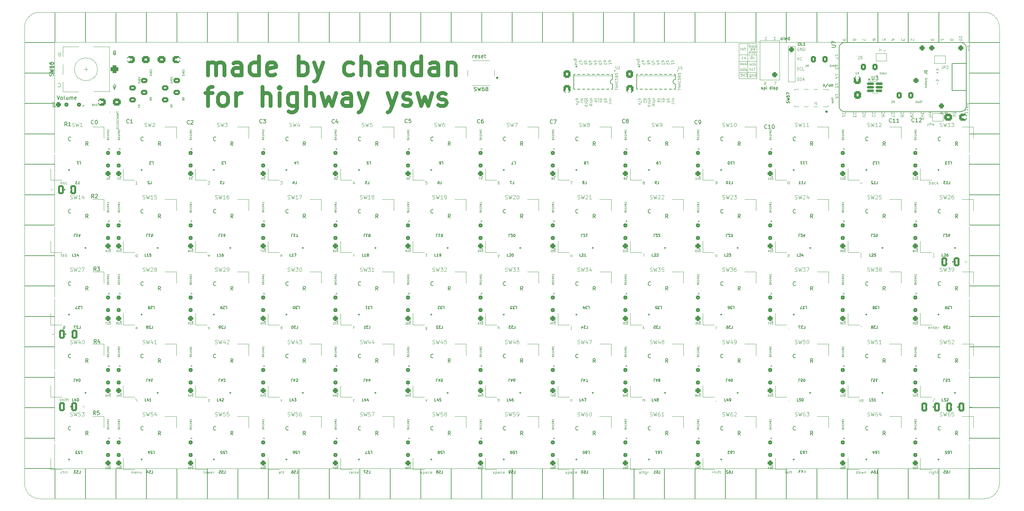
<source format=gto>
G04 #@! TF.GenerationSoftware,KiCad,Pcbnew,9.0.2*
G04 #@! TF.CreationDate,2025-07-13T16:57:08+05:30*
G04 #@! TF.ProjectId,pcb,7063622e-6b69-4636-9164-5f7063625858,rev?*
G04 #@! TF.SameCoordinates,Original*
G04 #@! TF.FileFunction,Legend,Top*
G04 #@! TF.FilePolarity,Positive*
%FSLAX46Y46*%
G04 Gerber Fmt 4.6, Leading zero omitted, Abs format (unit mm)*
G04 Created by KiCad (PCBNEW 9.0.2) date 2025-07-13 16:57:08*
%MOMM*%
%LPD*%
G01*
G04 APERTURE LIST*
G04 Aperture macros list*
%AMRoundRect*
0 Rectangle with rounded corners*
0 $1 Rounding radius*
0 $2 $3 $4 $5 $6 $7 $8 $9 X,Y pos of 4 corners*
0 Add a 4 corners polygon primitive as box body*
4,1,4,$2,$3,$4,$5,$6,$7,$8,$9,$2,$3,0*
0 Add four circle primitives for the rounded corners*
1,1,$1+$1,$2,$3*
1,1,$1+$1,$4,$5*
1,1,$1+$1,$6,$7*
1,1,$1+$1,$8,$9*
0 Add four rect primitives between the rounded corners*
20,1,$1+$1,$2,$3,$4,$5,0*
20,1,$1+$1,$4,$5,$6,$7,0*
20,1,$1+$1,$6,$7,$8,$9,0*
20,1,$1+$1,$8,$9,$2,$3,0*%
%AMFreePoly0*
4,1,6,1.000000,0.000000,0.500000,-0.750000,-0.500000,-0.750000,-0.500000,0.750000,0.500000,0.750000,1.000000,0.000000,1.000000,0.000000,$1*%
%AMFreePoly1*
4,1,6,0.500000,-0.750000,-0.650000,-0.750000,-0.150000,0.000000,-0.650000,0.750000,0.500000,0.750000,0.500000,-0.750000,0.500000,-0.750000,$1*%
G04 Aperture macros list end*
%ADD10C,0.150000*%
%ADD11C,1.000000*%
%ADD12C,0.100000*%
%ADD13C,0.125000*%
%ADD14C,0.120000*%
%ADD15C,0.300000*%
%ADD16C,0.358707*%
%ADD17C,0.152400*%
%ADD18C,0.050800*%
%ADD19C,0.200000*%
%ADD20C,0.250000*%
%ADD21C,1.700000*%
%ADD22C,4.000000*%
%ADD23C,2.200000*%
%ADD24R,3.200000X2.000000*%
%ADD25C,2.000000*%
%ADD26RoundRect,0.500000X0.500000X0.500000X-0.500000X0.500000X-0.500000X-0.500000X0.500000X-0.500000X0*%
%ADD27C,1.600000*%
%ADD28C,1.500000*%
%ADD29R,2.000000X1.250000*%
%ADD30FreePoly0,180.000000*%
%ADD31FreePoly1,180.000000*%
%ADD32O,1.400000X3.500000*%
%ADD33R,1.350000X3.800000*%
%ADD34C,0.500000*%
%ADD35R,0.600000X2.000000*%
%ADD36RoundRect,0.125000X-0.125000X0.125000X-0.125000X-0.125000X0.125000X-0.125000X0.125000X0.125000X0*%
%ADD37C,4.875000*%
%ADD38C,5.875000*%
%ADD39FreePoly0,0.000000*%
%ADD40FreePoly1,0.000000*%
%ADD41C,1.397000*%
%ADD42RoundRect,0.349250X0.349250X-0.349250X0.349250X0.349250X-0.349250X0.349250X-0.349250X-0.349250X0*%
%ADD43RoundRect,0.349250X-0.349250X0.349250X-0.349250X-0.349250X0.349250X-0.349250X0.349250X0.349250X0*%
%ADD44RoundRect,0.150000X-0.762500X-0.150000X0.762500X-0.150000X0.762500X0.150000X-0.762500X0.150000X0*%
%ADD45C,3.000000*%
%ADD46RoundRect,0.349250X-0.349250X-0.349250X0.349250X-0.349250X0.349250X0.349250X-0.349250X0.349250X0*%
%ADD47RoundRect,0.347750X0.347750X-0.347750X0.347750X0.347750X-0.347750X0.347750X-0.347750X-0.347750X0*%
%ADD48RoundRect,0.250000X0.300000X-0.300000X0.300000X0.300000X-0.300000X0.300000X-0.300000X-0.300000X0*%
%ADD49C,1.391000*%
%ADD50RoundRect,0.347750X-0.347750X-0.347750X0.347750X-0.347750X0.347750X0.347750X-0.347750X0.347750X0*%
%ADD51RoundRect,0.250000X-0.300000X-0.300000X0.300000X-0.300000X0.300000X0.300000X-0.300000X0.300000X0*%
%ADD52RoundRect,0.125000X-0.125000X-0.125000X0.125000X-0.125000X0.125000X0.125000X-0.125000X0.125000X0*%
%ADD53RoundRect,0.250001X0.499999X0.924999X-0.499999X0.924999X-0.499999X-0.924999X0.499999X-0.924999X0*%
%ADD54RoundRect,0.125000X0.125000X0.125000X-0.125000X0.125000X-0.125000X-0.125000X0.125000X-0.125000X0*%
%ADD55RoundRect,0.250000X-0.250000X-0.250000X0.250000X-0.250000X0.250000X0.250000X-0.250000X0.250000X0*%
%ADD56RoundRect,0.339622X-0.710378X-0.560378X0.710378X-0.560378X0.710378X0.560378X-0.710378X0.560378X0*%
%ADD57C,1.000000*%
%ADD58RoundRect,0.250001X-0.499999X-0.924999X0.499999X-0.924999X0.499999X0.924999X-0.499999X0.924999X0*%
%ADD59RoundRect,0.250000X0.625000X-0.400000X0.625000X0.400000X-0.625000X0.400000X-0.625000X-0.400000X0*%
%ADD60RoundRect,0.250000X-0.400000X-0.625000X0.400000X-0.625000X0.400000X0.625000X-0.400000X0.625000X0*%
%ADD61RoundRect,0.250000X-0.250000X0.250000X-0.250000X-0.250000X0.250000X-0.250000X0.250000X0.250000X0*%
%ADD62RoundRect,0.339622X-0.560378X0.710378X-0.560378X-0.710378X0.560378X-0.710378X0.560378X0.710378X0*%
%ADD63RoundRect,0.250000X0.250000X-0.250000X0.250000X0.250000X-0.250000X0.250000X-0.250000X-0.250000X0*%
%ADD64RoundRect,0.339622X0.560378X-0.710378X0.560378X0.710378X-0.560378X0.710378X-0.560378X-0.710378X0*%
%ADD65RoundRect,0.250000X0.250000X0.250000X-0.250000X0.250000X-0.250000X-0.250000X0.250000X-0.250000X0*%
%ADD66RoundRect,0.339622X0.710378X0.560378X-0.710378X0.560378X-0.710378X-0.560378X0.710378X-0.560378X0*%
G04 APERTURE END LIST*
D10*
X37113333Y-116954819D02*
X36780000Y-116478628D01*
X36541905Y-116954819D02*
X36541905Y-115954819D01*
X36541905Y-115954819D02*
X36922857Y-115954819D01*
X36922857Y-115954819D02*
X37018095Y-116002438D01*
X37018095Y-116002438D02*
X37065714Y-116050057D01*
X37065714Y-116050057D02*
X37113333Y-116145295D01*
X37113333Y-116145295D02*
X37113333Y-116288152D01*
X37113333Y-116288152D02*
X37065714Y-116383390D01*
X37065714Y-116383390D02*
X37018095Y-116431009D01*
X37018095Y-116431009D02*
X36922857Y-116478628D01*
X36922857Y-116478628D02*
X36541905Y-116478628D01*
X37970476Y-116288152D02*
X37970476Y-116954819D01*
X37732381Y-115907200D02*
X37494286Y-116621485D01*
X37494286Y-116621485D02*
X38113333Y-116621485D01*
X45693333Y-58989580D02*
X45645714Y-59037200D01*
X45645714Y-59037200D02*
X45502857Y-59084819D01*
X45502857Y-59084819D02*
X45407619Y-59084819D01*
X45407619Y-59084819D02*
X45264762Y-59037200D01*
X45264762Y-59037200D02*
X45169524Y-58941961D01*
X45169524Y-58941961D02*
X45121905Y-58846723D01*
X45121905Y-58846723D02*
X45074286Y-58656247D01*
X45074286Y-58656247D02*
X45074286Y-58513390D01*
X45074286Y-58513390D02*
X45121905Y-58322914D01*
X45121905Y-58322914D02*
X45169524Y-58227676D01*
X45169524Y-58227676D02*
X45264762Y-58132438D01*
X45264762Y-58132438D02*
X45407619Y-58084819D01*
X45407619Y-58084819D02*
X45502857Y-58084819D01*
X45502857Y-58084819D02*
X45645714Y-58132438D01*
X45645714Y-58132438D02*
X45693333Y-58180057D01*
X46645714Y-59084819D02*
X46074286Y-59084819D01*
X46360000Y-59084819D02*
X46360000Y-58084819D01*
X46360000Y-58084819D02*
X46264762Y-58227676D01*
X46264762Y-58227676D02*
X46169524Y-58322914D01*
X46169524Y-58322914D02*
X46074286Y-58370533D01*
X36433333Y-59229580D02*
X36385714Y-59277200D01*
X36385714Y-59277200D02*
X36242857Y-59324819D01*
X36242857Y-59324819D02*
X36147619Y-59324819D01*
X36147619Y-59324819D02*
X36004762Y-59277200D01*
X36004762Y-59277200D02*
X35909524Y-59181961D01*
X35909524Y-59181961D02*
X35861905Y-59086723D01*
X35861905Y-59086723D02*
X35814286Y-58896247D01*
X35814286Y-58896247D02*
X35814286Y-58753390D01*
X35814286Y-58753390D02*
X35861905Y-58562914D01*
X35861905Y-58562914D02*
X35909524Y-58467676D01*
X35909524Y-58467676D02*
X36004762Y-58372438D01*
X36004762Y-58372438D02*
X36147619Y-58324819D01*
X36147619Y-58324819D02*
X36242857Y-58324819D01*
X36242857Y-58324819D02*
X36385714Y-58372438D01*
X36385714Y-58372438D02*
X36433333Y-58420057D01*
X37052381Y-58324819D02*
X37147619Y-58324819D01*
X37147619Y-58324819D02*
X37242857Y-58372438D01*
X37242857Y-58372438D02*
X37290476Y-58420057D01*
X37290476Y-58420057D02*
X37338095Y-58515295D01*
X37338095Y-58515295D02*
X37385714Y-58705771D01*
X37385714Y-58705771D02*
X37385714Y-58943866D01*
X37385714Y-58943866D02*
X37338095Y-59134342D01*
X37338095Y-59134342D02*
X37290476Y-59229580D01*
X37290476Y-59229580D02*
X37242857Y-59277200D01*
X37242857Y-59277200D02*
X37147619Y-59324819D01*
X37147619Y-59324819D02*
X37052381Y-59324819D01*
X37052381Y-59324819D02*
X36957143Y-59277200D01*
X36957143Y-59277200D02*
X36909524Y-59229580D01*
X36909524Y-59229580D02*
X36861905Y-59134342D01*
X36861905Y-59134342D02*
X36814286Y-58943866D01*
X36814286Y-58943866D02*
X36814286Y-58705771D01*
X36814286Y-58705771D02*
X36861905Y-58515295D01*
X36861905Y-58515295D02*
X36909524Y-58420057D01*
X36909524Y-58420057D02*
X36957143Y-58372438D01*
X36957143Y-58372438D02*
X37052381Y-58324819D01*
X80613333Y-59009580D02*
X80565714Y-59057200D01*
X80565714Y-59057200D02*
X80422857Y-59104819D01*
X80422857Y-59104819D02*
X80327619Y-59104819D01*
X80327619Y-59104819D02*
X80184762Y-59057200D01*
X80184762Y-59057200D02*
X80089524Y-58961961D01*
X80089524Y-58961961D02*
X80041905Y-58866723D01*
X80041905Y-58866723D02*
X79994286Y-58676247D01*
X79994286Y-58676247D02*
X79994286Y-58533390D01*
X79994286Y-58533390D02*
X80041905Y-58342914D01*
X80041905Y-58342914D02*
X80089524Y-58247676D01*
X80089524Y-58247676D02*
X80184762Y-58152438D01*
X80184762Y-58152438D02*
X80327619Y-58104819D01*
X80327619Y-58104819D02*
X80422857Y-58104819D01*
X80422857Y-58104819D02*
X80565714Y-58152438D01*
X80565714Y-58152438D02*
X80613333Y-58200057D01*
X80946667Y-58104819D02*
X81565714Y-58104819D01*
X81565714Y-58104819D02*
X81232381Y-58485771D01*
X81232381Y-58485771D02*
X81375238Y-58485771D01*
X81375238Y-58485771D02*
X81470476Y-58533390D01*
X81470476Y-58533390D02*
X81518095Y-58581009D01*
X81518095Y-58581009D02*
X81565714Y-58676247D01*
X81565714Y-58676247D02*
X81565714Y-58914342D01*
X81565714Y-58914342D02*
X81518095Y-59009580D01*
X81518095Y-59009580D02*
X81470476Y-59057200D01*
X81470476Y-59057200D02*
X81375238Y-59104819D01*
X81375238Y-59104819D02*
X81089524Y-59104819D01*
X81089524Y-59104819D02*
X80994286Y-59057200D01*
X80994286Y-59057200D02*
X80946667Y-59009580D01*
X194863333Y-59239580D02*
X194815714Y-59287200D01*
X194815714Y-59287200D02*
X194672857Y-59334819D01*
X194672857Y-59334819D02*
X194577619Y-59334819D01*
X194577619Y-59334819D02*
X194434762Y-59287200D01*
X194434762Y-59287200D02*
X194339524Y-59191961D01*
X194339524Y-59191961D02*
X194291905Y-59096723D01*
X194291905Y-59096723D02*
X194244286Y-58906247D01*
X194244286Y-58906247D02*
X194244286Y-58763390D01*
X194244286Y-58763390D02*
X194291905Y-58572914D01*
X194291905Y-58572914D02*
X194339524Y-58477676D01*
X194339524Y-58477676D02*
X194434762Y-58382438D01*
X194434762Y-58382438D02*
X194577619Y-58334819D01*
X194577619Y-58334819D02*
X194672857Y-58334819D01*
X194672857Y-58334819D02*
X194815714Y-58382438D01*
X194815714Y-58382438D02*
X194863333Y-58430057D01*
X195339524Y-59334819D02*
X195530000Y-59334819D01*
X195530000Y-59334819D02*
X195625238Y-59287200D01*
X195625238Y-59287200D02*
X195672857Y-59239580D01*
X195672857Y-59239580D02*
X195768095Y-59096723D01*
X195768095Y-59096723D02*
X195815714Y-58906247D01*
X195815714Y-58906247D02*
X195815714Y-58525295D01*
X195815714Y-58525295D02*
X195768095Y-58430057D01*
X195768095Y-58430057D02*
X195720476Y-58382438D01*
X195720476Y-58382438D02*
X195625238Y-58334819D01*
X195625238Y-58334819D02*
X195434762Y-58334819D01*
X195434762Y-58334819D02*
X195339524Y-58382438D01*
X195339524Y-58382438D02*
X195291905Y-58430057D01*
X195291905Y-58430057D02*
X195244286Y-58525295D01*
X195244286Y-58525295D02*
X195244286Y-58763390D01*
X195244286Y-58763390D02*
X195291905Y-58858628D01*
X195291905Y-58858628D02*
X195339524Y-58906247D01*
X195339524Y-58906247D02*
X195434762Y-58953866D01*
X195434762Y-58953866D02*
X195625238Y-58953866D01*
X195625238Y-58953866D02*
X195720476Y-58906247D01*
X195720476Y-58906247D02*
X195768095Y-58858628D01*
X195768095Y-58858628D02*
X195815714Y-58763390D01*
X118783333Y-58929580D02*
X118735714Y-58977200D01*
X118735714Y-58977200D02*
X118592857Y-59024819D01*
X118592857Y-59024819D02*
X118497619Y-59024819D01*
X118497619Y-59024819D02*
X118354762Y-58977200D01*
X118354762Y-58977200D02*
X118259524Y-58881961D01*
X118259524Y-58881961D02*
X118211905Y-58786723D01*
X118211905Y-58786723D02*
X118164286Y-58596247D01*
X118164286Y-58596247D02*
X118164286Y-58453390D01*
X118164286Y-58453390D02*
X118211905Y-58262914D01*
X118211905Y-58262914D02*
X118259524Y-58167676D01*
X118259524Y-58167676D02*
X118354762Y-58072438D01*
X118354762Y-58072438D02*
X118497619Y-58024819D01*
X118497619Y-58024819D02*
X118592857Y-58024819D01*
X118592857Y-58024819D02*
X118735714Y-58072438D01*
X118735714Y-58072438D02*
X118783333Y-58120057D01*
X119688095Y-58024819D02*
X119211905Y-58024819D01*
X119211905Y-58024819D02*
X119164286Y-58501009D01*
X119164286Y-58501009D02*
X119211905Y-58453390D01*
X119211905Y-58453390D02*
X119307143Y-58405771D01*
X119307143Y-58405771D02*
X119545238Y-58405771D01*
X119545238Y-58405771D02*
X119640476Y-58453390D01*
X119640476Y-58453390D02*
X119688095Y-58501009D01*
X119688095Y-58501009D02*
X119735714Y-58596247D01*
X119735714Y-58596247D02*
X119735714Y-58834342D01*
X119735714Y-58834342D02*
X119688095Y-58929580D01*
X119688095Y-58929580D02*
X119640476Y-58977200D01*
X119640476Y-58977200D02*
X119545238Y-59024819D01*
X119545238Y-59024819D02*
X119307143Y-59024819D01*
X119307143Y-59024819D02*
X119211905Y-58977200D01*
X119211905Y-58977200D02*
X119164286Y-58929580D01*
D11*
X66458370Y-46516375D02*
X66458370Y-43183041D01*
X66458370Y-43659232D02*
X66696465Y-43421137D01*
X66696465Y-43421137D02*
X67172655Y-43183041D01*
X67172655Y-43183041D02*
X67886941Y-43183041D01*
X67886941Y-43183041D02*
X68363132Y-43421137D01*
X68363132Y-43421137D02*
X68601227Y-43897327D01*
X68601227Y-43897327D02*
X68601227Y-46516375D01*
X68601227Y-43897327D02*
X68839322Y-43421137D01*
X68839322Y-43421137D02*
X69315513Y-43183041D01*
X69315513Y-43183041D02*
X70029798Y-43183041D01*
X70029798Y-43183041D02*
X70505989Y-43421137D01*
X70505989Y-43421137D02*
X70744084Y-43897327D01*
X70744084Y-43897327D02*
X70744084Y-46516375D01*
X75267894Y-46516375D02*
X75267894Y-43897327D01*
X75267894Y-43897327D02*
X75029799Y-43421137D01*
X75029799Y-43421137D02*
X74553608Y-43183041D01*
X74553608Y-43183041D02*
X73601227Y-43183041D01*
X73601227Y-43183041D02*
X73125037Y-43421137D01*
X75267894Y-46278280D02*
X74791703Y-46516375D01*
X74791703Y-46516375D02*
X73601227Y-46516375D01*
X73601227Y-46516375D02*
X73125037Y-46278280D01*
X73125037Y-46278280D02*
X72886941Y-45802089D01*
X72886941Y-45802089D02*
X72886941Y-45325899D01*
X72886941Y-45325899D02*
X73125037Y-44849708D01*
X73125037Y-44849708D02*
X73601227Y-44611613D01*
X73601227Y-44611613D02*
X74791703Y-44611613D01*
X74791703Y-44611613D02*
X75267894Y-44373518D01*
X79791704Y-46516375D02*
X79791704Y-41516375D01*
X79791704Y-46278280D02*
X79315513Y-46516375D01*
X79315513Y-46516375D02*
X78363132Y-46516375D01*
X78363132Y-46516375D02*
X77886942Y-46278280D01*
X77886942Y-46278280D02*
X77648847Y-46040184D01*
X77648847Y-46040184D02*
X77410751Y-45563994D01*
X77410751Y-45563994D02*
X77410751Y-44135422D01*
X77410751Y-44135422D02*
X77648847Y-43659232D01*
X77648847Y-43659232D02*
X77886942Y-43421137D01*
X77886942Y-43421137D02*
X78363132Y-43183041D01*
X78363132Y-43183041D02*
X79315513Y-43183041D01*
X79315513Y-43183041D02*
X79791704Y-43421137D01*
X84077419Y-46278280D02*
X83601228Y-46516375D01*
X83601228Y-46516375D02*
X82648847Y-46516375D01*
X82648847Y-46516375D02*
X82172657Y-46278280D01*
X82172657Y-46278280D02*
X81934561Y-45802089D01*
X81934561Y-45802089D02*
X81934561Y-43897327D01*
X81934561Y-43897327D02*
X82172657Y-43421137D01*
X82172657Y-43421137D02*
X82648847Y-43183041D01*
X82648847Y-43183041D02*
X83601228Y-43183041D01*
X83601228Y-43183041D02*
X84077419Y-43421137D01*
X84077419Y-43421137D02*
X84315514Y-43897327D01*
X84315514Y-43897327D02*
X84315514Y-44373518D01*
X84315514Y-44373518D02*
X81934561Y-44849708D01*
X90267895Y-46516375D02*
X90267895Y-41516375D01*
X90267895Y-43421137D02*
X90744085Y-43183041D01*
X90744085Y-43183041D02*
X91696466Y-43183041D01*
X91696466Y-43183041D02*
X92172657Y-43421137D01*
X92172657Y-43421137D02*
X92410752Y-43659232D01*
X92410752Y-43659232D02*
X92648847Y-44135422D01*
X92648847Y-44135422D02*
X92648847Y-45563994D01*
X92648847Y-45563994D02*
X92410752Y-46040184D01*
X92410752Y-46040184D02*
X92172657Y-46278280D01*
X92172657Y-46278280D02*
X91696466Y-46516375D01*
X91696466Y-46516375D02*
X90744085Y-46516375D01*
X90744085Y-46516375D02*
X90267895Y-46278280D01*
X94315514Y-43183041D02*
X95505990Y-46516375D01*
X96696467Y-43183041D02*
X95505990Y-46516375D01*
X95505990Y-46516375D02*
X95029800Y-47706851D01*
X95029800Y-47706851D02*
X94791705Y-47944946D01*
X94791705Y-47944946D02*
X94315514Y-48183041D01*
X104553610Y-46278280D02*
X104077419Y-46516375D01*
X104077419Y-46516375D02*
X103125038Y-46516375D01*
X103125038Y-46516375D02*
X102648848Y-46278280D01*
X102648848Y-46278280D02*
X102410753Y-46040184D01*
X102410753Y-46040184D02*
X102172657Y-45563994D01*
X102172657Y-45563994D02*
X102172657Y-44135422D01*
X102172657Y-44135422D02*
X102410753Y-43659232D01*
X102410753Y-43659232D02*
X102648848Y-43421137D01*
X102648848Y-43421137D02*
X103125038Y-43183041D01*
X103125038Y-43183041D02*
X104077419Y-43183041D01*
X104077419Y-43183041D02*
X104553610Y-43421137D01*
X106696467Y-46516375D02*
X106696467Y-41516375D01*
X108839324Y-46516375D02*
X108839324Y-43897327D01*
X108839324Y-43897327D02*
X108601229Y-43421137D01*
X108601229Y-43421137D02*
X108125038Y-43183041D01*
X108125038Y-43183041D02*
X107410752Y-43183041D01*
X107410752Y-43183041D02*
X106934562Y-43421137D01*
X106934562Y-43421137D02*
X106696467Y-43659232D01*
X113363134Y-46516375D02*
X113363134Y-43897327D01*
X113363134Y-43897327D02*
X113125039Y-43421137D01*
X113125039Y-43421137D02*
X112648848Y-43183041D01*
X112648848Y-43183041D02*
X111696467Y-43183041D01*
X111696467Y-43183041D02*
X111220277Y-43421137D01*
X113363134Y-46278280D02*
X112886943Y-46516375D01*
X112886943Y-46516375D02*
X111696467Y-46516375D01*
X111696467Y-46516375D02*
X111220277Y-46278280D01*
X111220277Y-46278280D02*
X110982181Y-45802089D01*
X110982181Y-45802089D02*
X110982181Y-45325899D01*
X110982181Y-45325899D02*
X111220277Y-44849708D01*
X111220277Y-44849708D02*
X111696467Y-44611613D01*
X111696467Y-44611613D02*
X112886943Y-44611613D01*
X112886943Y-44611613D02*
X113363134Y-44373518D01*
X115744087Y-43183041D02*
X115744087Y-46516375D01*
X115744087Y-43659232D02*
X115982182Y-43421137D01*
X115982182Y-43421137D02*
X116458372Y-43183041D01*
X116458372Y-43183041D02*
X117172658Y-43183041D01*
X117172658Y-43183041D02*
X117648849Y-43421137D01*
X117648849Y-43421137D02*
X117886944Y-43897327D01*
X117886944Y-43897327D02*
X117886944Y-46516375D01*
X122410754Y-46516375D02*
X122410754Y-41516375D01*
X122410754Y-46278280D02*
X121934563Y-46516375D01*
X121934563Y-46516375D02*
X120982182Y-46516375D01*
X120982182Y-46516375D02*
X120505992Y-46278280D01*
X120505992Y-46278280D02*
X120267897Y-46040184D01*
X120267897Y-46040184D02*
X120029801Y-45563994D01*
X120029801Y-45563994D02*
X120029801Y-44135422D01*
X120029801Y-44135422D02*
X120267897Y-43659232D01*
X120267897Y-43659232D02*
X120505992Y-43421137D01*
X120505992Y-43421137D02*
X120982182Y-43183041D01*
X120982182Y-43183041D02*
X121934563Y-43183041D01*
X121934563Y-43183041D02*
X122410754Y-43421137D01*
X126934564Y-46516375D02*
X126934564Y-43897327D01*
X126934564Y-43897327D02*
X126696469Y-43421137D01*
X126696469Y-43421137D02*
X126220278Y-43183041D01*
X126220278Y-43183041D02*
X125267897Y-43183041D01*
X125267897Y-43183041D02*
X124791707Y-43421137D01*
X126934564Y-46278280D02*
X126458373Y-46516375D01*
X126458373Y-46516375D02*
X125267897Y-46516375D01*
X125267897Y-46516375D02*
X124791707Y-46278280D01*
X124791707Y-46278280D02*
X124553611Y-45802089D01*
X124553611Y-45802089D02*
X124553611Y-45325899D01*
X124553611Y-45325899D02*
X124791707Y-44849708D01*
X124791707Y-44849708D02*
X125267897Y-44611613D01*
X125267897Y-44611613D02*
X126458373Y-44611613D01*
X126458373Y-44611613D02*
X126934564Y-44373518D01*
X129315517Y-43183041D02*
X129315517Y-46516375D01*
X129315517Y-43659232D02*
X129553612Y-43421137D01*
X129553612Y-43421137D02*
X130029802Y-43183041D01*
X130029802Y-43183041D02*
X130744088Y-43183041D01*
X130744088Y-43183041D02*
X131220279Y-43421137D01*
X131220279Y-43421137D02*
X131458374Y-43897327D01*
X131458374Y-43897327D02*
X131458374Y-46516375D01*
X65744084Y-51232761D02*
X67648846Y-51232761D01*
X66458370Y-54566095D02*
X66458370Y-50280380D01*
X66458370Y-50280380D02*
X66696465Y-49804190D01*
X66696465Y-49804190D02*
X67172655Y-49566095D01*
X67172655Y-49566095D02*
X67648846Y-49566095D01*
X70029798Y-54566095D02*
X69553608Y-54328000D01*
X69553608Y-54328000D02*
X69315513Y-54089904D01*
X69315513Y-54089904D02*
X69077417Y-53613714D01*
X69077417Y-53613714D02*
X69077417Y-52185142D01*
X69077417Y-52185142D02*
X69315513Y-51708952D01*
X69315513Y-51708952D02*
X69553608Y-51470857D01*
X69553608Y-51470857D02*
X70029798Y-51232761D01*
X70029798Y-51232761D02*
X70744084Y-51232761D01*
X70744084Y-51232761D02*
X71220275Y-51470857D01*
X71220275Y-51470857D02*
X71458370Y-51708952D01*
X71458370Y-51708952D02*
X71696465Y-52185142D01*
X71696465Y-52185142D02*
X71696465Y-53613714D01*
X71696465Y-53613714D02*
X71458370Y-54089904D01*
X71458370Y-54089904D02*
X71220275Y-54328000D01*
X71220275Y-54328000D02*
X70744084Y-54566095D01*
X70744084Y-54566095D02*
X70029798Y-54566095D01*
X73839323Y-54566095D02*
X73839323Y-51232761D01*
X73839323Y-52185142D02*
X74077418Y-51708952D01*
X74077418Y-51708952D02*
X74315513Y-51470857D01*
X74315513Y-51470857D02*
X74791704Y-51232761D01*
X74791704Y-51232761D02*
X75267894Y-51232761D01*
X80744085Y-54566095D02*
X80744085Y-49566095D01*
X82886942Y-54566095D02*
X82886942Y-51947047D01*
X82886942Y-51947047D02*
X82648847Y-51470857D01*
X82648847Y-51470857D02*
X82172656Y-51232761D01*
X82172656Y-51232761D02*
X81458370Y-51232761D01*
X81458370Y-51232761D02*
X80982180Y-51470857D01*
X80982180Y-51470857D02*
X80744085Y-51708952D01*
X85267895Y-54566095D02*
X85267895Y-51232761D01*
X85267895Y-49566095D02*
X85029799Y-49804190D01*
X85029799Y-49804190D02*
X85267895Y-50042285D01*
X85267895Y-50042285D02*
X85505990Y-49804190D01*
X85505990Y-49804190D02*
X85267895Y-49566095D01*
X85267895Y-49566095D02*
X85267895Y-50042285D01*
X89791704Y-51232761D02*
X89791704Y-55280380D01*
X89791704Y-55280380D02*
X89553609Y-55756571D01*
X89553609Y-55756571D02*
X89315513Y-55994666D01*
X89315513Y-55994666D02*
X88839323Y-56232761D01*
X88839323Y-56232761D02*
X88125037Y-56232761D01*
X88125037Y-56232761D02*
X87648847Y-55994666D01*
X89791704Y-54328000D02*
X89315513Y-54566095D01*
X89315513Y-54566095D02*
X88363132Y-54566095D01*
X88363132Y-54566095D02*
X87886942Y-54328000D01*
X87886942Y-54328000D02*
X87648847Y-54089904D01*
X87648847Y-54089904D02*
X87410751Y-53613714D01*
X87410751Y-53613714D02*
X87410751Y-52185142D01*
X87410751Y-52185142D02*
X87648847Y-51708952D01*
X87648847Y-51708952D02*
X87886942Y-51470857D01*
X87886942Y-51470857D02*
X88363132Y-51232761D01*
X88363132Y-51232761D02*
X89315513Y-51232761D01*
X89315513Y-51232761D02*
X89791704Y-51470857D01*
X92172657Y-54566095D02*
X92172657Y-49566095D01*
X94315514Y-54566095D02*
X94315514Y-51947047D01*
X94315514Y-51947047D02*
X94077419Y-51470857D01*
X94077419Y-51470857D02*
X93601228Y-51232761D01*
X93601228Y-51232761D02*
X92886942Y-51232761D01*
X92886942Y-51232761D02*
X92410752Y-51470857D01*
X92410752Y-51470857D02*
X92172657Y-51708952D01*
X96220276Y-51232761D02*
X97172657Y-54566095D01*
X97172657Y-54566095D02*
X98125038Y-52185142D01*
X98125038Y-52185142D02*
X99077419Y-54566095D01*
X99077419Y-54566095D02*
X100029800Y-51232761D01*
X104077419Y-54566095D02*
X104077419Y-51947047D01*
X104077419Y-51947047D02*
X103839324Y-51470857D01*
X103839324Y-51470857D02*
X103363133Y-51232761D01*
X103363133Y-51232761D02*
X102410752Y-51232761D01*
X102410752Y-51232761D02*
X101934562Y-51470857D01*
X104077419Y-54328000D02*
X103601228Y-54566095D01*
X103601228Y-54566095D02*
X102410752Y-54566095D01*
X102410752Y-54566095D02*
X101934562Y-54328000D01*
X101934562Y-54328000D02*
X101696466Y-53851809D01*
X101696466Y-53851809D02*
X101696466Y-53375619D01*
X101696466Y-53375619D02*
X101934562Y-52899428D01*
X101934562Y-52899428D02*
X102410752Y-52661333D01*
X102410752Y-52661333D02*
X103601228Y-52661333D01*
X103601228Y-52661333D02*
X104077419Y-52423238D01*
X105982181Y-51232761D02*
X107172657Y-54566095D01*
X108363134Y-51232761D02*
X107172657Y-54566095D01*
X107172657Y-54566095D02*
X106696467Y-55756571D01*
X106696467Y-55756571D02*
X106458372Y-55994666D01*
X106458372Y-55994666D02*
X105982181Y-56232761D01*
X113601229Y-51232761D02*
X114791705Y-54566095D01*
X115982182Y-51232761D02*
X114791705Y-54566095D01*
X114791705Y-54566095D02*
X114315515Y-55756571D01*
X114315515Y-55756571D02*
X114077420Y-55994666D01*
X114077420Y-55994666D02*
X113601229Y-56232761D01*
X117648848Y-54328000D02*
X118125039Y-54566095D01*
X118125039Y-54566095D02*
X119077420Y-54566095D01*
X119077420Y-54566095D02*
X119553610Y-54328000D01*
X119553610Y-54328000D02*
X119791706Y-53851809D01*
X119791706Y-53851809D02*
X119791706Y-53613714D01*
X119791706Y-53613714D02*
X119553610Y-53137523D01*
X119553610Y-53137523D02*
X119077420Y-52899428D01*
X119077420Y-52899428D02*
X118363134Y-52899428D01*
X118363134Y-52899428D02*
X117886944Y-52661333D01*
X117886944Y-52661333D02*
X117648848Y-52185142D01*
X117648848Y-52185142D02*
X117648848Y-51947047D01*
X117648848Y-51947047D02*
X117886944Y-51470857D01*
X117886944Y-51470857D02*
X118363134Y-51232761D01*
X118363134Y-51232761D02*
X119077420Y-51232761D01*
X119077420Y-51232761D02*
X119553610Y-51470857D01*
X121458372Y-51232761D02*
X122410753Y-54566095D01*
X122410753Y-54566095D02*
X123363134Y-52185142D01*
X123363134Y-52185142D02*
X124315515Y-54566095D01*
X124315515Y-54566095D02*
X125267896Y-51232761D01*
X126934562Y-54328000D02*
X127410753Y-54566095D01*
X127410753Y-54566095D02*
X128363134Y-54566095D01*
X128363134Y-54566095D02*
X128839324Y-54328000D01*
X128839324Y-54328000D02*
X129077420Y-53851809D01*
X129077420Y-53851809D02*
X129077420Y-53613714D01*
X129077420Y-53613714D02*
X128839324Y-53137523D01*
X128839324Y-53137523D02*
X128363134Y-52899428D01*
X128363134Y-52899428D02*
X127648848Y-52899428D01*
X127648848Y-52899428D02*
X127172658Y-52661333D01*
X127172658Y-52661333D02*
X126934562Y-52185142D01*
X126934562Y-52185142D02*
X126934562Y-51947047D01*
X126934562Y-51947047D02*
X127172658Y-51470857D01*
X127172658Y-51470857D02*
X127648848Y-51232761D01*
X127648848Y-51232761D02*
X128363134Y-51232761D01*
X128363134Y-51232761D02*
X128839324Y-51470857D01*
D10*
X175823333Y-58969580D02*
X175775714Y-59017200D01*
X175775714Y-59017200D02*
X175632857Y-59064819D01*
X175632857Y-59064819D02*
X175537619Y-59064819D01*
X175537619Y-59064819D02*
X175394762Y-59017200D01*
X175394762Y-59017200D02*
X175299524Y-58921961D01*
X175299524Y-58921961D02*
X175251905Y-58826723D01*
X175251905Y-58826723D02*
X175204286Y-58636247D01*
X175204286Y-58636247D02*
X175204286Y-58493390D01*
X175204286Y-58493390D02*
X175251905Y-58302914D01*
X175251905Y-58302914D02*
X175299524Y-58207676D01*
X175299524Y-58207676D02*
X175394762Y-58112438D01*
X175394762Y-58112438D02*
X175537619Y-58064819D01*
X175537619Y-58064819D02*
X175632857Y-58064819D01*
X175632857Y-58064819D02*
X175775714Y-58112438D01*
X175775714Y-58112438D02*
X175823333Y-58160057D01*
X176394762Y-58493390D02*
X176299524Y-58445771D01*
X176299524Y-58445771D02*
X176251905Y-58398152D01*
X176251905Y-58398152D02*
X176204286Y-58302914D01*
X176204286Y-58302914D02*
X176204286Y-58255295D01*
X176204286Y-58255295D02*
X176251905Y-58160057D01*
X176251905Y-58160057D02*
X176299524Y-58112438D01*
X176299524Y-58112438D02*
X176394762Y-58064819D01*
X176394762Y-58064819D02*
X176585238Y-58064819D01*
X176585238Y-58064819D02*
X176680476Y-58112438D01*
X176680476Y-58112438D02*
X176728095Y-58160057D01*
X176728095Y-58160057D02*
X176775714Y-58255295D01*
X176775714Y-58255295D02*
X176775714Y-58302914D01*
X176775714Y-58302914D02*
X176728095Y-58398152D01*
X176728095Y-58398152D02*
X176680476Y-58445771D01*
X176680476Y-58445771D02*
X176585238Y-58493390D01*
X176585238Y-58493390D02*
X176394762Y-58493390D01*
X176394762Y-58493390D02*
X176299524Y-58541009D01*
X176299524Y-58541009D02*
X176251905Y-58588628D01*
X176251905Y-58588628D02*
X176204286Y-58683866D01*
X176204286Y-58683866D02*
X176204286Y-58874342D01*
X176204286Y-58874342D02*
X176251905Y-58969580D01*
X176251905Y-58969580D02*
X176299524Y-59017200D01*
X176299524Y-59017200D02*
X176394762Y-59064819D01*
X176394762Y-59064819D02*
X176585238Y-59064819D01*
X176585238Y-59064819D02*
X176680476Y-59017200D01*
X176680476Y-59017200D02*
X176728095Y-58969580D01*
X176728095Y-58969580D02*
X176775714Y-58874342D01*
X176775714Y-58874342D02*
X176775714Y-58683866D01*
X176775714Y-58683866D02*
X176728095Y-58588628D01*
X176728095Y-58588628D02*
X176680476Y-58541009D01*
X176680476Y-58541009D02*
X176585238Y-58493390D01*
X61583333Y-59279580D02*
X61535714Y-59327200D01*
X61535714Y-59327200D02*
X61392857Y-59374819D01*
X61392857Y-59374819D02*
X61297619Y-59374819D01*
X61297619Y-59374819D02*
X61154762Y-59327200D01*
X61154762Y-59327200D02*
X61059524Y-59231961D01*
X61059524Y-59231961D02*
X61011905Y-59136723D01*
X61011905Y-59136723D02*
X60964286Y-58946247D01*
X60964286Y-58946247D02*
X60964286Y-58803390D01*
X60964286Y-58803390D02*
X61011905Y-58612914D01*
X61011905Y-58612914D02*
X61059524Y-58517676D01*
X61059524Y-58517676D02*
X61154762Y-58422438D01*
X61154762Y-58422438D02*
X61297619Y-58374819D01*
X61297619Y-58374819D02*
X61392857Y-58374819D01*
X61392857Y-58374819D02*
X61535714Y-58422438D01*
X61535714Y-58422438D02*
X61583333Y-58470057D01*
X61964286Y-58470057D02*
X62011905Y-58422438D01*
X62011905Y-58422438D02*
X62107143Y-58374819D01*
X62107143Y-58374819D02*
X62345238Y-58374819D01*
X62345238Y-58374819D02*
X62440476Y-58422438D01*
X62440476Y-58422438D02*
X62488095Y-58470057D01*
X62488095Y-58470057D02*
X62535714Y-58565295D01*
X62535714Y-58565295D02*
X62535714Y-58660533D01*
X62535714Y-58660533D02*
X62488095Y-58803390D01*
X62488095Y-58803390D02*
X61916667Y-59374819D01*
X61916667Y-59374819D02*
X62535714Y-59374819D01*
X99603333Y-59029580D02*
X99555714Y-59077200D01*
X99555714Y-59077200D02*
X99412857Y-59124819D01*
X99412857Y-59124819D02*
X99317619Y-59124819D01*
X99317619Y-59124819D02*
X99174762Y-59077200D01*
X99174762Y-59077200D02*
X99079524Y-58981961D01*
X99079524Y-58981961D02*
X99031905Y-58886723D01*
X99031905Y-58886723D02*
X98984286Y-58696247D01*
X98984286Y-58696247D02*
X98984286Y-58553390D01*
X98984286Y-58553390D02*
X99031905Y-58362914D01*
X99031905Y-58362914D02*
X99079524Y-58267676D01*
X99079524Y-58267676D02*
X99174762Y-58172438D01*
X99174762Y-58172438D02*
X99317619Y-58124819D01*
X99317619Y-58124819D02*
X99412857Y-58124819D01*
X99412857Y-58124819D02*
X99555714Y-58172438D01*
X99555714Y-58172438D02*
X99603333Y-58220057D01*
X100460476Y-58458152D02*
X100460476Y-59124819D01*
X100222381Y-58077200D02*
X99984286Y-58791485D01*
X99984286Y-58791485D02*
X100603333Y-58791485D01*
X36923333Y-135754819D02*
X36590000Y-135278628D01*
X36351905Y-135754819D02*
X36351905Y-134754819D01*
X36351905Y-134754819D02*
X36732857Y-134754819D01*
X36732857Y-134754819D02*
X36828095Y-134802438D01*
X36828095Y-134802438D02*
X36875714Y-134850057D01*
X36875714Y-134850057D02*
X36923333Y-134945295D01*
X36923333Y-134945295D02*
X36923333Y-135088152D01*
X36923333Y-135088152D02*
X36875714Y-135183390D01*
X36875714Y-135183390D02*
X36828095Y-135231009D01*
X36828095Y-135231009D02*
X36732857Y-135278628D01*
X36732857Y-135278628D02*
X36351905Y-135278628D01*
X37828095Y-134754819D02*
X37351905Y-134754819D01*
X37351905Y-134754819D02*
X37304286Y-135231009D01*
X37304286Y-135231009D02*
X37351905Y-135183390D01*
X37351905Y-135183390D02*
X37447143Y-135135771D01*
X37447143Y-135135771D02*
X37685238Y-135135771D01*
X37685238Y-135135771D02*
X37780476Y-135183390D01*
X37780476Y-135183390D02*
X37828095Y-135231009D01*
X37828095Y-135231009D02*
X37875714Y-135326247D01*
X37875714Y-135326247D02*
X37875714Y-135564342D01*
X37875714Y-135564342D02*
X37828095Y-135659580D01*
X37828095Y-135659580D02*
X37780476Y-135707200D01*
X37780476Y-135707200D02*
X37685238Y-135754819D01*
X37685238Y-135754819D02*
X37447143Y-135754819D01*
X37447143Y-135754819D02*
X37351905Y-135707200D01*
X37351905Y-135707200D02*
X37304286Y-135659580D01*
X36473333Y-78774819D02*
X36140000Y-78298628D01*
X35901905Y-78774819D02*
X35901905Y-77774819D01*
X35901905Y-77774819D02*
X36282857Y-77774819D01*
X36282857Y-77774819D02*
X36378095Y-77822438D01*
X36378095Y-77822438D02*
X36425714Y-77870057D01*
X36425714Y-77870057D02*
X36473333Y-77965295D01*
X36473333Y-77965295D02*
X36473333Y-78108152D01*
X36473333Y-78108152D02*
X36425714Y-78203390D01*
X36425714Y-78203390D02*
X36378095Y-78251009D01*
X36378095Y-78251009D02*
X36282857Y-78298628D01*
X36282857Y-78298628D02*
X35901905Y-78298628D01*
X36854286Y-77870057D02*
X36901905Y-77822438D01*
X36901905Y-77822438D02*
X36997143Y-77774819D01*
X36997143Y-77774819D02*
X37235238Y-77774819D01*
X37235238Y-77774819D02*
X37330476Y-77822438D01*
X37330476Y-77822438D02*
X37378095Y-77870057D01*
X37378095Y-77870057D02*
X37425714Y-77965295D01*
X37425714Y-77965295D02*
X37425714Y-78060533D01*
X37425714Y-78060533D02*
X37378095Y-78203390D01*
X37378095Y-78203390D02*
X36806667Y-78774819D01*
X36806667Y-78774819D02*
X37425714Y-78774819D01*
X245907142Y-58799580D02*
X245859523Y-58847200D01*
X245859523Y-58847200D02*
X245716666Y-58894819D01*
X245716666Y-58894819D02*
X245621428Y-58894819D01*
X245621428Y-58894819D02*
X245478571Y-58847200D01*
X245478571Y-58847200D02*
X245383333Y-58751961D01*
X245383333Y-58751961D02*
X245335714Y-58656723D01*
X245335714Y-58656723D02*
X245288095Y-58466247D01*
X245288095Y-58466247D02*
X245288095Y-58323390D01*
X245288095Y-58323390D02*
X245335714Y-58132914D01*
X245335714Y-58132914D02*
X245383333Y-58037676D01*
X245383333Y-58037676D02*
X245478571Y-57942438D01*
X245478571Y-57942438D02*
X245621428Y-57894819D01*
X245621428Y-57894819D02*
X245716666Y-57894819D01*
X245716666Y-57894819D02*
X245859523Y-57942438D01*
X245859523Y-57942438D02*
X245907142Y-57990057D01*
X246859523Y-58894819D02*
X246288095Y-58894819D01*
X246573809Y-58894819D02*
X246573809Y-57894819D01*
X246573809Y-57894819D02*
X246478571Y-58037676D01*
X246478571Y-58037676D02*
X246383333Y-58132914D01*
X246383333Y-58132914D02*
X246288095Y-58180533D01*
X247811904Y-58894819D02*
X247240476Y-58894819D01*
X247526190Y-58894819D02*
X247526190Y-57894819D01*
X247526190Y-57894819D02*
X247430952Y-58037676D01*
X247430952Y-58037676D02*
X247335714Y-58132914D01*
X247335714Y-58132914D02*
X247240476Y-58180533D01*
X156913333Y-59099580D02*
X156865714Y-59147200D01*
X156865714Y-59147200D02*
X156722857Y-59194819D01*
X156722857Y-59194819D02*
X156627619Y-59194819D01*
X156627619Y-59194819D02*
X156484762Y-59147200D01*
X156484762Y-59147200D02*
X156389524Y-59051961D01*
X156389524Y-59051961D02*
X156341905Y-58956723D01*
X156341905Y-58956723D02*
X156294286Y-58766247D01*
X156294286Y-58766247D02*
X156294286Y-58623390D01*
X156294286Y-58623390D02*
X156341905Y-58432914D01*
X156341905Y-58432914D02*
X156389524Y-58337676D01*
X156389524Y-58337676D02*
X156484762Y-58242438D01*
X156484762Y-58242438D02*
X156627619Y-58194819D01*
X156627619Y-58194819D02*
X156722857Y-58194819D01*
X156722857Y-58194819D02*
X156865714Y-58242438D01*
X156865714Y-58242438D02*
X156913333Y-58290057D01*
X157246667Y-58194819D02*
X157913333Y-58194819D01*
X157913333Y-58194819D02*
X157484762Y-59194819D01*
X213187142Y-60419580D02*
X213139523Y-60467200D01*
X213139523Y-60467200D02*
X212996666Y-60514819D01*
X212996666Y-60514819D02*
X212901428Y-60514819D01*
X212901428Y-60514819D02*
X212758571Y-60467200D01*
X212758571Y-60467200D02*
X212663333Y-60371961D01*
X212663333Y-60371961D02*
X212615714Y-60276723D01*
X212615714Y-60276723D02*
X212568095Y-60086247D01*
X212568095Y-60086247D02*
X212568095Y-59943390D01*
X212568095Y-59943390D02*
X212615714Y-59752914D01*
X212615714Y-59752914D02*
X212663333Y-59657676D01*
X212663333Y-59657676D02*
X212758571Y-59562438D01*
X212758571Y-59562438D02*
X212901428Y-59514819D01*
X212901428Y-59514819D02*
X212996666Y-59514819D01*
X212996666Y-59514819D02*
X213139523Y-59562438D01*
X213139523Y-59562438D02*
X213187142Y-59610057D01*
X214139523Y-60514819D02*
X213568095Y-60514819D01*
X213853809Y-60514819D02*
X213853809Y-59514819D01*
X213853809Y-59514819D02*
X213758571Y-59657676D01*
X213758571Y-59657676D02*
X213663333Y-59752914D01*
X213663333Y-59752914D02*
X213568095Y-59800533D01*
X214758571Y-59514819D02*
X214853809Y-59514819D01*
X214853809Y-59514819D02*
X214949047Y-59562438D01*
X214949047Y-59562438D02*
X214996666Y-59610057D01*
X214996666Y-59610057D02*
X215044285Y-59705295D01*
X215044285Y-59705295D02*
X215091904Y-59895771D01*
X215091904Y-59895771D02*
X215091904Y-60133866D01*
X215091904Y-60133866D02*
X215044285Y-60324342D01*
X215044285Y-60324342D02*
X214996666Y-60419580D01*
X214996666Y-60419580D02*
X214949047Y-60467200D01*
X214949047Y-60467200D02*
X214853809Y-60514819D01*
X214853809Y-60514819D02*
X214758571Y-60514819D01*
X214758571Y-60514819D02*
X214663333Y-60467200D01*
X214663333Y-60467200D02*
X214615714Y-60419580D01*
X214615714Y-60419580D02*
X214568095Y-60324342D01*
X214568095Y-60324342D02*
X214520476Y-60133866D01*
X214520476Y-60133866D02*
X214520476Y-59895771D01*
X214520476Y-59895771D02*
X214568095Y-59705295D01*
X214568095Y-59705295D02*
X214615714Y-59610057D01*
X214615714Y-59610057D02*
X214663333Y-59562438D01*
X214663333Y-59562438D02*
X214758571Y-59514819D01*
X137793333Y-59009580D02*
X137745714Y-59057200D01*
X137745714Y-59057200D02*
X137602857Y-59104819D01*
X137602857Y-59104819D02*
X137507619Y-59104819D01*
X137507619Y-59104819D02*
X137364762Y-59057200D01*
X137364762Y-59057200D02*
X137269524Y-58961961D01*
X137269524Y-58961961D02*
X137221905Y-58866723D01*
X137221905Y-58866723D02*
X137174286Y-58676247D01*
X137174286Y-58676247D02*
X137174286Y-58533390D01*
X137174286Y-58533390D02*
X137221905Y-58342914D01*
X137221905Y-58342914D02*
X137269524Y-58247676D01*
X137269524Y-58247676D02*
X137364762Y-58152438D01*
X137364762Y-58152438D02*
X137507619Y-58104819D01*
X137507619Y-58104819D02*
X137602857Y-58104819D01*
X137602857Y-58104819D02*
X137745714Y-58152438D01*
X137745714Y-58152438D02*
X137793333Y-58200057D01*
X138650476Y-58104819D02*
X138460000Y-58104819D01*
X138460000Y-58104819D02*
X138364762Y-58152438D01*
X138364762Y-58152438D02*
X138317143Y-58200057D01*
X138317143Y-58200057D02*
X138221905Y-58342914D01*
X138221905Y-58342914D02*
X138174286Y-58533390D01*
X138174286Y-58533390D02*
X138174286Y-58914342D01*
X138174286Y-58914342D02*
X138221905Y-59009580D01*
X138221905Y-59009580D02*
X138269524Y-59057200D01*
X138269524Y-59057200D02*
X138364762Y-59104819D01*
X138364762Y-59104819D02*
X138555238Y-59104819D01*
X138555238Y-59104819D02*
X138650476Y-59057200D01*
X138650476Y-59057200D02*
X138698095Y-59009580D01*
X138698095Y-59009580D02*
X138745714Y-58914342D01*
X138745714Y-58914342D02*
X138745714Y-58676247D01*
X138745714Y-58676247D02*
X138698095Y-58581009D01*
X138698095Y-58581009D02*
X138650476Y-58533390D01*
X138650476Y-58533390D02*
X138555238Y-58485771D01*
X138555238Y-58485771D02*
X138364762Y-58485771D01*
X138364762Y-58485771D02*
X138269524Y-58533390D01*
X138269524Y-58533390D02*
X138221905Y-58581009D01*
X138221905Y-58581009D02*
X138174286Y-58676247D01*
X29447333Y-59844819D02*
X29114000Y-59368628D01*
X28875905Y-59844819D02*
X28875905Y-58844819D01*
X28875905Y-58844819D02*
X29256857Y-58844819D01*
X29256857Y-58844819D02*
X29352095Y-58892438D01*
X29352095Y-58892438D02*
X29399714Y-58940057D01*
X29399714Y-58940057D02*
X29447333Y-59035295D01*
X29447333Y-59035295D02*
X29447333Y-59178152D01*
X29447333Y-59178152D02*
X29399714Y-59273390D01*
X29399714Y-59273390D02*
X29352095Y-59321009D01*
X29352095Y-59321009D02*
X29256857Y-59368628D01*
X29256857Y-59368628D02*
X28875905Y-59368628D01*
X30399714Y-59844819D02*
X29828286Y-59844819D01*
X30114000Y-59844819D02*
X30114000Y-58844819D01*
X30114000Y-58844819D02*
X30018762Y-58987676D01*
X30018762Y-58987676D02*
X29923524Y-59082914D01*
X29923524Y-59082914D02*
X29828286Y-59130533D01*
D12*
X25892180Y-44932857D02*
X25939800Y-44980476D01*
X25939800Y-44980476D02*
X25987419Y-45123333D01*
X25987419Y-45123333D02*
X25987419Y-45218571D01*
X25987419Y-45218571D02*
X25939800Y-45361428D01*
X25939800Y-45361428D02*
X25844561Y-45456666D01*
X25844561Y-45456666D02*
X25749323Y-45504285D01*
X25749323Y-45504285D02*
X25558847Y-45551904D01*
X25558847Y-45551904D02*
X25415990Y-45551904D01*
X25415990Y-45551904D02*
X25225514Y-45504285D01*
X25225514Y-45504285D02*
X25130276Y-45456666D01*
X25130276Y-45456666D02*
X25035038Y-45361428D01*
X25035038Y-45361428D02*
X24987419Y-45218571D01*
X24987419Y-45218571D02*
X24987419Y-45123333D01*
X24987419Y-45123333D02*
X25035038Y-44980476D01*
X25035038Y-44980476D02*
X25082657Y-44932857D01*
X25987419Y-43980476D02*
X25987419Y-44551904D01*
X25987419Y-44266190D02*
X24987419Y-44266190D01*
X24987419Y-44266190D02*
X25130276Y-44361428D01*
X25130276Y-44361428D02*
X25225514Y-44456666D01*
X25225514Y-44456666D02*
X25273133Y-44551904D01*
X24987419Y-43647142D02*
X24987419Y-43028095D01*
X24987419Y-43028095D02*
X25368371Y-43361428D01*
X25368371Y-43361428D02*
X25368371Y-43218571D01*
X25368371Y-43218571D02*
X25415990Y-43123333D01*
X25415990Y-43123333D02*
X25463609Y-43075714D01*
X25463609Y-43075714D02*
X25558847Y-43028095D01*
X25558847Y-43028095D02*
X25796942Y-43028095D01*
X25796942Y-43028095D02*
X25892180Y-43075714D01*
X25892180Y-43075714D02*
X25939800Y-43123333D01*
X25939800Y-43123333D02*
X25987419Y-43218571D01*
X25987419Y-43218571D02*
X25987419Y-43504285D01*
X25987419Y-43504285D02*
X25939800Y-43599523D01*
X25939800Y-43599523D02*
X25892180Y-43647142D01*
D10*
X37053333Y-97934819D02*
X36720000Y-97458628D01*
X36481905Y-97934819D02*
X36481905Y-96934819D01*
X36481905Y-96934819D02*
X36862857Y-96934819D01*
X36862857Y-96934819D02*
X36958095Y-96982438D01*
X36958095Y-96982438D02*
X37005714Y-97030057D01*
X37005714Y-97030057D02*
X37053333Y-97125295D01*
X37053333Y-97125295D02*
X37053333Y-97268152D01*
X37053333Y-97268152D02*
X37005714Y-97363390D01*
X37005714Y-97363390D02*
X36958095Y-97411009D01*
X36958095Y-97411009D02*
X36862857Y-97458628D01*
X36862857Y-97458628D02*
X36481905Y-97458628D01*
X37386667Y-96934819D02*
X38005714Y-96934819D01*
X38005714Y-96934819D02*
X37672381Y-97315771D01*
X37672381Y-97315771D02*
X37815238Y-97315771D01*
X37815238Y-97315771D02*
X37910476Y-97363390D01*
X37910476Y-97363390D02*
X37958095Y-97411009D01*
X37958095Y-97411009D02*
X38005714Y-97506247D01*
X38005714Y-97506247D02*
X38005714Y-97744342D01*
X38005714Y-97744342D02*
X37958095Y-97839580D01*
X37958095Y-97839580D02*
X37910476Y-97887200D01*
X37910476Y-97887200D02*
X37815238Y-97934819D01*
X37815238Y-97934819D02*
X37529524Y-97934819D01*
X37529524Y-97934819D02*
X37434286Y-97887200D01*
X37434286Y-97887200D02*
X37386667Y-97839580D01*
X251827142Y-58699580D02*
X251779523Y-58747200D01*
X251779523Y-58747200D02*
X251636666Y-58794819D01*
X251636666Y-58794819D02*
X251541428Y-58794819D01*
X251541428Y-58794819D02*
X251398571Y-58747200D01*
X251398571Y-58747200D02*
X251303333Y-58651961D01*
X251303333Y-58651961D02*
X251255714Y-58556723D01*
X251255714Y-58556723D02*
X251208095Y-58366247D01*
X251208095Y-58366247D02*
X251208095Y-58223390D01*
X251208095Y-58223390D02*
X251255714Y-58032914D01*
X251255714Y-58032914D02*
X251303333Y-57937676D01*
X251303333Y-57937676D02*
X251398571Y-57842438D01*
X251398571Y-57842438D02*
X251541428Y-57794819D01*
X251541428Y-57794819D02*
X251636666Y-57794819D01*
X251636666Y-57794819D02*
X251779523Y-57842438D01*
X251779523Y-57842438D02*
X251827142Y-57890057D01*
X252779523Y-58794819D02*
X252208095Y-58794819D01*
X252493809Y-58794819D02*
X252493809Y-57794819D01*
X252493809Y-57794819D02*
X252398571Y-57937676D01*
X252398571Y-57937676D02*
X252303333Y-58032914D01*
X252303333Y-58032914D02*
X252208095Y-58080533D01*
X253160476Y-57890057D02*
X253208095Y-57842438D01*
X253208095Y-57842438D02*
X253303333Y-57794819D01*
X253303333Y-57794819D02*
X253541428Y-57794819D01*
X253541428Y-57794819D02*
X253636666Y-57842438D01*
X253636666Y-57842438D02*
X253684285Y-57890057D01*
X253684285Y-57890057D02*
X253731904Y-57985295D01*
X253731904Y-57985295D02*
X253731904Y-58080533D01*
X253731904Y-58080533D02*
X253684285Y-58223390D01*
X253684285Y-58223390D02*
X253112857Y-58794819D01*
X253112857Y-58794819D02*
X253731904Y-58794819D01*
D12*
X49791667Y-59989800D02*
X49934524Y-60037419D01*
X49934524Y-60037419D02*
X50172619Y-60037419D01*
X50172619Y-60037419D02*
X50267857Y-59989800D01*
X50267857Y-59989800D02*
X50315476Y-59942180D01*
X50315476Y-59942180D02*
X50363095Y-59846942D01*
X50363095Y-59846942D02*
X50363095Y-59751704D01*
X50363095Y-59751704D02*
X50315476Y-59656466D01*
X50315476Y-59656466D02*
X50267857Y-59608847D01*
X50267857Y-59608847D02*
X50172619Y-59561228D01*
X50172619Y-59561228D02*
X49982143Y-59513609D01*
X49982143Y-59513609D02*
X49886905Y-59465990D01*
X49886905Y-59465990D02*
X49839286Y-59418371D01*
X49839286Y-59418371D02*
X49791667Y-59323133D01*
X49791667Y-59323133D02*
X49791667Y-59227895D01*
X49791667Y-59227895D02*
X49839286Y-59132657D01*
X49839286Y-59132657D02*
X49886905Y-59085038D01*
X49886905Y-59085038D02*
X49982143Y-59037419D01*
X49982143Y-59037419D02*
X50220238Y-59037419D01*
X50220238Y-59037419D02*
X50363095Y-59085038D01*
X50696429Y-59037419D02*
X50934524Y-60037419D01*
X50934524Y-60037419D02*
X51125000Y-59323133D01*
X51125000Y-59323133D02*
X51315476Y-60037419D01*
X51315476Y-60037419D02*
X51553572Y-59037419D01*
X51886905Y-59132657D02*
X51934524Y-59085038D01*
X51934524Y-59085038D02*
X52029762Y-59037419D01*
X52029762Y-59037419D02*
X52267857Y-59037419D01*
X52267857Y-59037419D02*
X52363095Y-59085038D01*
X52363095Y-59085038D02*
X52410714Y-59132657D01*
X52410714Y-59132657D02*
X52458333Y-59227895D01*
X52458333Y-59227895D02*
X52458333Y-59323133D01*
X52458333Y-59323133D02*
X52410714Y-59465990D01*
X52410714Y-59465990D02*
X51839286Y-60037419D01*
X51839286Y-60037419D02*
X52458333Y-60037419D01*
D10*
X49448523Y-63648580D02*
X49400904Y-63696200D01*
X49400904Y-63696200D02*
X49258047Y-63743819D01*
X49258047Y-63743819D02*
X49162809Y-63743819D01*
X49162809Y-63743819D02*
X49019952Y-63696200D01*
X49019952Y-63696200D02*
X48924714Y-63600961D01*
X48924714Y-63600961D02*
X48877095Y-63505723D01*
X48877095Y-63505723D02*
X48829476Y-63315247D01*
X48829476Y-63315247D02*
X48829476Y-63172390D01*
X48829476Y-63172390D02*
X48877095Y-62981914D01*
X48877095Y-62981914D02*
X48924714Y-62886676D01*
X48924714Y-62886676D02*
X49019952Y-62791438D01*
X49019952Y-62791438D02*
X49162809Y-62743819D01*
X49162809Y-62743819D02*
X49258047Y-62743819D01*
X49258047Y-62743819D02*
X49400904Y-62791438D01*
X49400904Y-62791438D02*
X49448523Y-62839057D01*
D12*
X47839285Y-75121764D02*
X47410714Y-75121764D01*
X47624999Y-75121764D02*
X47624999Y-74371764D01*
X47624999Y-74371764D02*
X47553571Y-74478907D01*
X47553571Y-74478907D02*
X47482142Y-74550335D01*
X47482142Y-74550335D02*
X47410714Y-74586050D01*
D10*
X53974523Y-64994819D02*
X53641190Y-64518628D01*
X53403095Y-64994819D02*
X53403095Y-63994819D01*
X53403095Y-63994819D02*
X53784047Y-63994819D01*
X53784047Y-63994819D02*
X53879285Y-64042438D01*
X53879285Y-64042438D02*
X53926904Y-64090057D01*
X53926904Y-64090057D02*
X53974523Y-64185295D01*
X53974523Y-64185295D02*
X53974523Y-64328152D01*
X53974523Y-64328152D02*
X53926904Y-64423390D01*
X53926904Y-64423390D02*
X53879285Y-64471009D01*
X53879285Y-64471009D02*
X53784047Y-64518628D01*
X53784047Y-64518628D02*
X53403095Y-64518628D01*
D12*
X49315476Y-79014800D02*
X49458333Y-79062419D01*
X49458333Y-79062419D02*
X49696428Y-79062419D01*
X49696428Y-79062419D02*
X49791666Y-79014800D01*
X49791666Y-79014800D02*
X49839285Y-78967180D01*
X49839285Y-78967180D02*
X49886904Y-78871942D01*
X49886904Y-78871942D02*
X49886904Y-78776704D01*
X49886904Y-78776704D02*
X49839285Y-78681466D01*
X49839285Y-78681466D02*
X49791666Y-78633847D01*
X49791666Y-78633847D02*
X49696428Y-78586228D01*
X49696428Y-78586228D02*
X49505952Y-78538609D01*
X49505952Y-78538609D02*
X49410714Y-78490990D01*
X49410714Y-78490990D02*
X49363095Y-78443371D01*
X49363095Y-78443371D02*
X49315476Y-78348133D01*
X49315476Y-78348133D02*
X49315476Y-78252895D01*
X49315476Y-78252895D02*
X49363095Y-78157657D01*
X49363095Y-78157657D02*
X49410714Y-78110038D01*
X49410714Y-78110038D02*
X49505952Y-78062419D01*
X49505952Y-78062419D02*
X49744047Y-78062419D01*
X49744047Y-78062419D02*
X49886904Y-78110038D01*
X50220238Y-78062419D02*
X50458333Y-79062419D01*
X50458333Y-79062419D02*
X50648809Y-78348133D01*
X50648809Y-78348133D02*
X50839285Y-79062419D01*
X50839285Y-79062419D02*
X51077381Y-78062419D01*
X51982142Y-79062419D02*
X51410714Y-79062419D01*
X51696428Y-79062419D02*
X51696428Y-78062419D01*
X51696428Y-78062419D02*
X51601190Y-78205276D01*
X51601190Y-78205276D02*
X51505952Y-78300514D01*
X51505952Y-78300514D02*
X51410714Y-78348133D01*
X52886904Y-78062419D02*
X52410714Y-78062419D01*
X52410714Y-78062419D02*
X52363095Y-78538609D01*
X52363095Y-78538609D02*
X52410714Y-78490990D01*
X52410714Y-78490990D02*
X52505952Y-78443371D01*
X52505952Y-78443371D02*
X52744047Y-78443371D01*
X52744047Y-78443371D02*
X52839285Y-78490990D01*
X52839285Y-78490990D02*
X52886904Y-78538609D01*
X52886904Y-78538609D02*
X52934523Y-78633847D01*
X52934523Y-78633847D02*
X52934523Y-78871942D01*
X52934523Y-78871942D02*
X52886904Y-78967180D01*
X52886904Y-78967180D02*
X52839285Y-79014800D01*
X52839285Y-79014800D02*
X52744047Y-79062419D01*
X52744047Y-79062419D02*
X52505952Y-79062419D01*
X52505952Y-79062419D02*
X52410714Y-79014800D01*
X52410714Y-79014800D02*
X52363095Y-78967180D01*
X47785715Y-93646764D02*
X47785715Y-94396764D01*
X47785715Y-94111050D02*
X47714286Y-94146764D01*
X47714286Y-94146764D02*
X47571429Y-94146764D01*
X47571429Y-94146764D02*
X47500000Y-94111050D01*
X47500000Y-94111050D02*
X47464286Y-94075335D01*
X47464286Y-94075335D02*
X47428572Y-94003907D01*
X47428572Y-94003907D02*
X47428572Y-93789621D01*
X47428572Y-93789621D02*
X47464286Y-93718192D01*
X47464286Y-93718192D02*
X47500000Y-93682478D01*
X47500000Y-93682478D02*
X47571429Y-93646764D01*
X47571429Y-93646764D02*
X47714286Y-93646764D01*
X47714286Y-93646764D02*
X47785715Y-93682478D01*
D10*
X53974523Y-84019819D02*
X53641190Y-83543628D01*
X53403095Y-84019819D02*
X53403095Y-83019819D01*
X53403095Y-83019819D02*
X53784047Y-83019819D01*
X53784047Y-83019819D02*
X53879285Y-83067438D01*
X53879285Y-83067438D02*
X53926904Y-83115057D01*
X53926904Y-83115057D02*
X53974523Y-83210295D01*
X53974523Y-83210295D02*
X53974523Y-83353152D01*
X53974523Y-83353152D02*
X53926904Y-83448390D01*
X53926904Y-83448390D02*
X53879285Y-83496009D01*
X53879285Y-83496009D02*
X53784047Y-83543628D01*
X53784047Y-83543628D02*
X53403095Y-83543628D01*
X49448523Y-82673580D02*
X49400904Y-82721200D01*
X49400904Y-82721200D02*
X49258047Y-82768819D01*
X49258047Y-82768819D02*
X49162809Y-82768819D01*
X49162809Y-82768819D02*
X49019952Y-82721200D01*
X49019952Y-82721200D02*
X48924714Y-82625961D01*
X48924714Y-82625961D02*
X48877095Y-82530723D01*
X48877095Y-82530723D02*
X48829476Y-82340247D01*
X48829476Y-82340247D02*
X48829476Y-82197390D01*
X48829476Y-82197390D02*
X48877095Y-82006914D01*
X48877095Y-82006914D02*
X48924714Y-81911676D01*
X48924714Y-81911676D02*
X49019952Y-81816438D01*
X49019952Y-81816438D02*
X49162809Y-81768819D01*
X49162809Y-81768819D02*
X49258047Y-81768819D01*
X49258047Y-81768819D02*
X49400904Y-81816438D01*
X49400904Y-81816438D02*
X49448523Y-81864057D01*
D12*
X49315476Y-98039800D02*
X49458333Y-98087419D01*
X49458333Y-98087419D02*
X49696428Y-98087419D01*
X49696428Y-98087419D02*
X49791666Y-98039800D01*
X49791666Y-98039800D02*
X49839285Y-97992180D01*
X49839285Y-97992180D02*
X49886904Y-97896942D01*
X49886904Y-97896942D02*
X49886904Y-97801704D01*
X49886904Y-97801704D02*
X49839285Y-97706466D01*
X49839285Y-97706466D02*
X49791666Y-97658847D01*
X49791666Y-97658847D02*
X49696428Y-97611228D01*
X49696428Y-97611228D02*
X49505952Y-97563609D01*
X49505952Y-97563609D02*
X49410714Y-97515990D01*
X49410714Y-97515990D02*
X49363095Y-97468371D01*
X49363095Y-97468371D02*
X49315476Y-97373133D01*
X49315476Y-97373133D02*
X49315476Y-97277895D01*
X49315476Y-97277895D02*
X49363095Y-97182657D01*
X49363095Y-97182657D02*
X49410714Y-97135038D01*
X49410714Y-97135038D02*
X49505952Y-97087419D01*
X49505952Y-97087419D02*
X49744047Y-97087419D01*
X49744047Y-97087419D02*
X49886904Y-97135038D01*
X50220238Y-97087419D02*
X50458333Y-98087419D01*
X50458333Y-98087419D02*
X50648809Y-97373133D01*
X50648809Y-97373133D02*
X50839285Y-98087419D01*
X50839285Y-98087419D02*
X51077381Y-97087419D01*
X51410714Y-97182657D02*
X51458333Y-97135038D01*
X51458333Y-97135038D02*
X51553571Y-97087419D01*
X51553571Y-97087419D02*
X51791666Y-97087419D01*
X51791666Y-97087419D02*
X51886904Y-97135038D01*
X51886904Y-97135038D02*
X51934523Y-97182657D01*
X51934523Y-97182657D02*
X51982142Y-97277895D01*
X51982142Y-97277895D02*
X51982142Y-97373133D01*
X51982142Y-97373133D02*
X51934523Y-97515990D01*
X51934523Y-97515990D02*
X51363095Y-98087419D01*
X51363095Y-98087419D02*
X51982142Y-98087419D01*
X52553571Y-97515990D02*
X52458333Y-97468371D01*
X52458333Y-97468371D02*
X52410714Y-97420752D01*
X52410714Y-97420752D02*
X52363095Y-97325514D01*
X52363095Y-97325514D02*
X52363095Y-97277895D01*
X52363095Y-97277895D02*
X52410714Y-97182657D01*
X52410714Y-97182657D02*
X52458333Y-97135038D01*
X52458333Y-97135038D02*
X52553571Y-97087419D01*
X52553571Y-97087419D02*
X52744047Y-97087419D01*
X52744047Y-97087419D02*
X52839285Y-97135038D01*
X52839285Y-97135038D02*
X52886904Y-97182657D01*
X52886904Y-97182657D02*
X52934523Y-97277895D01*
X52934523Y-97277895D02*
X52934523Y-97325514D01*
X52934523Y-97325514D02*
X52886904Y-97420752D01*
X52886904Y-97420752D02*
X52839285Y-97468371D01*
X52839285Y-97468371D02*
X52744047Y-97515990D01*
X52744047Y-97515990D02*
X52553571Y-97515990D01*
X52553571Y-97515990D02*
X52458333Y-97563609D01*
X52458333Y-97563609D02*
X52410714Y-97611228D01*
X52410714Y-97611228D02*
X52363095Y-97706466D01*
X52363095Y-97706466D02*
X52363095Y-97896942D01*
X52363095Y-97896942D02*
X52410714Y-97992180D01*
X52410714Y-97992180D02*
X52458333Y-98039800D01*
X52458333Y-98039800D02*
X52553571Y-98087419D01*
X52553571Y-98087419D02*
X52744047Y-98087419D01*
X52744047Y-98087419D02*
X52839285Y-98039800D01*
X52839285Y-98039800D02*
X52886904Y-97992180D01*
X52886904Y-97992180D02*
X52934523Y-97896942D01*
X52934523Y-97896942D02*
X52934523Y-97706466D01*
X52934523Y-97706466D02*
X52886904Y-97611228D01*
X52886904Y-97611228D02*
X52839285Y-97563609D01*
X52839285Y-97563609D02*
X52744047Y-97515990D01*
D10*
X53974523Y-103044819D02*
X53641190Y-102568628D01*
X53403095Y-103044819D02*
X53403095Y-102044819D01*
X53403095Y-102044819D02*
X53784047Y-102044819D01*
X53784047Y-102044819D02*
X53879285Y-102092438D01*
X53879285Y-102092438D02*
X53926904Y-102140057D01*
X53926904Y-102140057D02*
X53974523Y-102235295D01*
X53974523Y-102235295D02*
X53974523Y-102378152D01*
X53974523Y-102378152D02*
X53926904Y-102473390D01*
X53926904Y-102473390D02*
X53879285Y-102521009D01*
X53879285Y-102521009D02*
X53784047Y-102568628D01*
X53784047Y-102568628D02*
X53403095Y-102568628D01*
D12*
X47785715Y-113171764D02*
X47785715Y-112778907D01*
X47785715Y-112778907D02*
X47750000Y-112707478D01*
X47750000Y-112707478D02*
X47678572Y-112671764D01*
X47678572Y-112671764D02*
X47535715Y-112671764D01*
X47535715Y-112671764D02*
X47464286Y-112707478D01*
X47785715Y-113136050D02*
X47714286Y-113171764D01*
X47714286Y-113171764D02*
X47535715Y-113171764D01*
X47535715Y-113171764D02*
X47464286Y-113136050D01*
X47464286Y-113136050D02*
X47428572Y-113064621D01*
X47428572Y-113064621D02*
X47428572Y-112993192D01*
X47428572Y-112993192D02*
X47464286Y-112921764D01*
X47464286Y-112921764D02*
X47535715Y-112886050D01*
X47535715Y-112886050D02*
X47714286Y-112886050D01*
X47714286Y-112886050D02*
X47785715Y-112850335D01*
D10*
X49448523Y-101698580D02*
X49400904Y-101746200D01*
X49400904Y-101746200D02*
X49258047Y-101793819D01*
X49258047Y-101793819D02*
X49162809Y-101793819D01*
X49162809Y-101793819D02*
X49019952Y-101746200D01*
X49019952Y-101746200D02*
X48924714Y-101650961D01*
X48924714Y-101650961D02*
X48877095Y-101555723D01*
X48877095Y-101555723D02*
X48829476Y-101365247D01*
X48829476Y-101365247D02*
X48829476Y-101222390D01*
X48829476Y-101222390D02*
X48877095Y-101031914D01*
X48877095Y-101031914D02*
X48924714Y-100936676D01*
X48924714Y-100936676D02*
X49019952Y-100841438D01*
X49019952Y-100841438D02*
X49162809Y-100793819D01*
X49162809Y-100793819D02*
X49258047Y-100793819D01*
X49258047Y-100793819D02*
X49400904Y-100841438D01*
X49400904Y-100841438D02*
X49448523Y-100889057D01*
D12*
X49315476Y-117064800D02*
X49458333Y-117112419D01*
X49458333Y-117112419D02*
X49696428Y-117112419D01*
X49696428Y-117112419D02*
X49791666Y-117064800D01*
X49791666Y-117064800D02*
X49839285Y-117017180D01*
X49839285Y-117017180D02*
X49886904Y-116921942D01*
X49886904Y-116921942D02*
X49886904Y-116826704D01*
X49886904Y-116826704D02*
X49839285Y-116731466D01*
X49839285Y-116731466D02*
X49791666Y-116683847D01*
X49791666Y-116683847D02*
X49696428Y-116636228D01*
X49696428Y-116636228D02*
X49505952Y-116588609D01*
X49505952Y-116588609D02*
X49410714Y-116540990D01*
X49410714Y-116540990D02*
X49363095Y-116493371D01*
X49363095Y-116493371D02*
X49315476Y-116398133D01*
X49315476Y-116398133D02*
X49315476Y-116302895D01*
X49315476Y-116302895D02*
X49363095Y-116207657D01*
X49363095Y-116207657D02*
X49410714Y-116160038D01*
X49410714Y-116160038D02*
X49505952Y-116112419D01*
X49505952Y-116112419D02*
X49744047Y-116112419D01*
X49744047Y-116112419D02*
X49886904Y-116160038D01*
X50220238Y-116112419D02*
X50458333Y-117112419D01*
X50458333Y-117112419D02*
X50648809Y-116398133D01*
X50648809Y-116398133D02*
X50839285Y-117112419D01*
X50839285Y-117112419D02*
X51077381Y-116112419D01*
X51886904Y-116445752D02*
X51886904Y-117112419D01*
X51648809Y-116064800D02*
X51410714Y-116779085D01*
X51410714Y-116779085D02*
X52029761Y-116779085D01*
X52934523Y-117112419D02*
X52363095Y-117112419D01*
X52648809Y-117112419D02*
X52648809Y-116112419D01*
X52648809Y-116112419D02*
X52553571Y-116255276D01*
X52553571Y-116255276D02*
X52458333Y-116350514D01*
X52458333Y-116350514D02*
X52363095Y-116398133D01*
D10*
X53974523Y-122069819D02*
X53641190Y-121593628D01*
X53403095Y-122069819D02*
X53403095Y-121069819D01*
X53403095Y-121069819D02*
X53784047Y-121069819D01*
X53784047Y-121069819D02*
X53879285Y-121117438D01*
X53879285Y-121117438D02*
X53926904Y-121165057D01*
X53926904Y-121165057D02*
X53974523Y-121260295D01*
X53974523Y-121260295D02*
X53974523Y-121403152D01*
X53974523Y-121403152D02*
X53926904Y-121498390D01*
X53926904Y-121498390D02*
X53879285Y-121546009D01*
X53879285Y-121546009D02*
X53784047Y-121593628D01*
X53784047Y-121593628D02*
X53403095Y-121593628D01*
D12*
X47303571Y-131375335D02*
X47946428Y-132339621D01*
D10*
X49448523Y-120723580D02*
X49400904Y-120771200D01*
X49400904Y-120771200D02*
X49258047Y-120818819D01*
X49258047Y-120818819D02*
X49162809Y-120818819D01*
X49162809Y-120818819D02*
X49019952Y-120771200D01*
X49019952Y-120771200D02*
X48924714Y-120675961D01*
X48924714Y-120675961D02*
X48877095Y-120580723D01*
X48877095Y-120580723D02*
X48829476Y-120390247D01*
X48829476Y-120390247D02*
X48829476Y-120247390D01*
X48829476Y-120247390D02*
X48877095Y-120056914D01*
X48877095Y-120056914D02*
X48924714Y-119961676D01*
X48924714Y-119961676D02*
X49019952Y-119866438D01*
X49019952Y-119866438D02*
X49162809Y-119818819D01*
X49162809Y-119818819D02*
X49258047Y-119818819D01*
X49258047Y-119818819D02*
X49400904Y-119866438D01*
X49400904Y-119866438D02*
X49448523Y-119914057D01*
D12*
X49315476Y-136089800D02*
X49458333Y-136137419D01*
X49458333Y-136137419D02*
X49696428Y-136137419D01*
X49696428Y-136137419D02*
X49791666Y-136089800D01*
X49791666Y-136089800D02*
X49839285Y-136042180D01*
X49839285Y-136042180D02*
X49886904Y-135946942D01*
X49886904Y-135946942D02*
X49886904Y-135851704D01*
X49886904Y-135851704D02*
X49839285Y-135756466D01*
X49839285Y-135756466D02*
X49791666Y-135708847D01*
X49791666Y-135708847D02*
X49696428Y-135661228D01*
X49696428Y-135661228D02*
X49505952Y-135613609D01*
X49505952Y-135613609D02*
X49410714Y-135565990D01*
X49410714Y-135565990D02*
X49363095Y-135518371D01*
X49363095Y-135518371D02*
X49315476Y-135423133D01*
X49315476Y-135423133D02*
X49315476Y-135327895D01*
X49315476Y-135327895D02*
X49363095Y-135232657D01*
X49363095Y-135232657D02*
X49410714Y-135185038D01*
X49410714Y-135185038D02*
X49505952Y-135137419D01*
X49505952Y-135137419D02*
X49744047Y-135137419D01*
X49744047Y-135137419D02*
X49886904Y-135185038D01*
X50220238Y-135137419D02*
X50458333Y-136137419D01*
X50458333Y-136137419D02*
X50648809Y-135423133D01*
X50648809Y-135423133D02*
X50839285Y-136137419D01*
X50839285Y-136137419D02*
X51077381Y-135137419D01*
X51934523Y-135137419D02*
X51458333Y-135137419D01*
X51458333Y-135137419D02*
X51410714Y-135613609D01*
X51410714Y-135613609D02*
X51458333Y-135565990D01*
X51458333Y-135565990D02*
X51553571Y-135518371D01*
X51553571Y-135518371D02*
X51791666Y-135518371D01*
X51791666Y-135518371D02*
X51886904Y-135565990D01*
X51886904Y-135565990D02*
X51934523Y-135613609D01*
X51934523Y-135613609D02*
X51982142Y-135708847D01*
X51982142Y-135708847D02*
X51982142Y-135946942D01*
X51982142Y-135946942D02*
X51934523Y-136042180D01*
X51934523Y-136042180D02*
X51886904Y-136089800D01*
X51886904Y-136089800D02*
X51791666Y-136137419D01*
X51791666Y-136137419D02*
X51553571Y-136137419D01*
X51553571Y-136137419D02*
X51458333Y-136089800D01*
X51458333Y-136089800D02*
X51410714Y-136042180D01*
X52839285Y-135470752D02*
X52839285Y-136137419D01*
X52601190Y-135089800D02*
X52363095Y-135804085D01*
X52363095Y-135804085D02*
X52982142Y-135804085D01*
D10*
X53974523Y-141094819D02*
X53641190Y-140618628D01*
X53403095Y-141094819D02*
X53403095Y-140094819D01*
X53403095Y-140094819D02*
X53784047Y-140094819D01*
X53784047Y-140094819D02*
X53879285Y-140142438D01*
X53879285Y-140142438D02*
X53926904Y-140190057D01*
X53926904Y-140190057D02*
X53974523Y-140285295D01*
X53974523Y-140285295D02*
X53974523Y-140428152D01*
X53974523Y-140428152D02*
X53926904Y-140523390D01*
X53926904Y-140523390D02*
X53879285Y-140571009D01*
X53879285Y-140571009D02*
X53784047Y-140618628D01*
X53784047Y-140618628D02*
X53403095Y-140618628D01*
X49448523Y-139748580D02*
X49400904Y-139796200D01*
X49400904Y-139796200D02*
X49258047Y-139843819D01*
X49258047Y-139843819D02*
X49162809Y-139843819D01*
X49162809Y-139843819D02*
X49019952Y-139796200D01*
X49019952Y-139796200D02*
X48924714Y-139700961D01*
X48924714Y-139700961D02*
X48877095Y-139605723D01*
X48877095Y-139605723D02*
X48829476Y-139415247D01*
X48829476Y-139415247D02*
X48829476Y-139272390D01*
X48829476Y-139272390D02*
X48877095Y-139081914D01*
X48877095Y-139081914D02*
X48924714Y-138986676D01*
X48924714Y-138986676D02*
X49019952Y-138891438D01*
X49019952Y-138891438D02*
X49162809Y-138843819D01*
X49162809Y-138843819D02*
X49258047Y-138843819D01*
X49258047Y-138843819D02*
X49400904Y-138891438D01*
X49400904Y-138891438D02*
X49448523Y-138939057D01*
D12*
X46303572Y-151221764D02*
X46303572Y-150721764D01*
X46303572Y-150793192D02*
X46339286Y-150757478D01*
X46339286Y-150757478D02*
X46410715Y-150721764D01*
X46410715Y-150721764D02*
X46517858Y-150721764D01*
X46517858Y-150721764D02*
X46589286Y-150757478D01*
X46589286Y-150757478D02*
X46625001Y-150828907D01*
X46625001Y-150828907D02*
X46625001Y-151221764D01*
X46625001Y-150828907D02*
X46660715Y-150757478D01*
X46660715Y-150757478D02*
X46732143Y-150721764D01*
X46732143Y-150721764D02*
X46839286Y-150721764D01*
X46839286Y-150721764D02*
X46910715Y-150757478D01*
X46910715Y-150757478D02*
X46946429Y-150828907D01*
X46946429Y-150828907D02*
X46946429Y-151221764D01*
X47589286Y-151186050D02*
X47517858Y-151221764D01*
X47517858Y-151221764D02*
X47375001Y-151221764D01*
X47375001Y-151221764D02*
X47303572Y-151186050D01*
X47303572Y-151186050D02*
X47267858Y-151114621D01*
X47267858Y-151114621D02*
X47267858Y-150828907D01*
X47267858Y-150828907D02*
X47303572Y-150757478D01*
X47303572Y-150757478D02*
X47375001Y-150721764D01*
X47375001Y-150721764D02*
X47517858Y-150721764D01*
X47517858Y-150721764D02*
X47589286Y-150757478D01*
X47589286Y-150757478D02*
X47625001Y-150828907D01*
X47625001Y-150828907D02*
X47625001Y-150900335D01*
X47625001Y-150900335D02*
X47267858Y-150971764D01*
X47946429Y-150721764D02*
X47946429Y-151221764D01*
X47946429Y-150793192D02*
X47982143Y-150757478D01*
X47982143Y-150757478D02*
X48053572Y-150721764D01*
X48053572Y-150721764D02*
X48160715Y-150721764D01*
X48160715Y-150721764D02*
X48232143Y-150757478D01*
X48232143Y-150757478D02*
X48267858Y-150828907D01*
X48267858Y-150828907D02*
X48267858Y-151221764D01*
X48946429Y-150721764D02*
X48946429Y-151221764D01*
X48625000Y-150721764D02*
X48625000Y-151114621D01*
X48625000Y-151114621D02*
X48660714Y-151186050D01*
X48660714Y-151186050D02*
X48732143Y-151221764D01*
X48732143Y-151221764D02*
X48839286Y-151221764D01*
X48839286Y-151221764D02*
X48910714Y-151186050D01*
X48910714Y-151186050D02*
X48946429Y-151150335D01*
X68816667Y-59989800D02*
X68959524Y-60037419D01*
X68959524Y-60037419D02*
X69197619Y-60037419D01*
X69197619Y-60037419D02*
X69292857Y-59989800D01*
X69292857Y-59989800D02*
X69340476Y-59942180D01*
X69340476Y-59942180D02*
X69388095Y-59846942D01*
X69388095Y-59846942D02*
X69388095Y-59751704D01*
X69388095Y-59751704D02*
X69340476Y-59656466D01*
X69340476Y-59656466D02*
X69292857Y-59608847D01*
X69292857Y-59608847D02*
X69197619Y-59561228D01*
X69197619Y-59561228D02*
X69007143Y-59513609D01*
X69007143Y-59513609D02*
X68911905Y-59465990D01*
X68911905Y-59465990D02*
X68864286Y-59418371D01*
X68864286Y-59418371D02*
X68816667Y-59323133D01*
X68816667Y-59323133D02*
X68816667Y-59227895D01*
X68816667Y-59227895D02*
X68864286Y-59132657D01*
X68864286Y-59132657D02*
X68911905Y-59085038D01*
X68911905Y-59085038D02*
X69007143Y-59037419D01*
X69007143Y-59037419D02*
X69245238Y-59037419D01*
X69245238Y-59037419D02*
X69388095Y-59085038D01*
X69721429Y-59037419D02*
X69959524Y-60037419D01*
X69959524Y-60037419D02*
X70150000Y-59323133D01*
X70150000Y-59323133D02*
X70340476Y-60037419D01*
X70340476Y-60037419D02*
X70578572Y-59037419D01*
X70864286Y-59037419D02*
X71483333Y-59037419D01*
X71483333Y-59037419D02*
X71150000Y-59418371D01*
X71150000Y-59418371D02*
X71292857Y-59418371D01*
X71292857Y-59418371D02*
X71388095Y-59465990D01*
X71388095Y-59465990D02*
X71435714Y-59513609D01*
X71435714Y-59513609D02*
X71483333Y-59608847D01*
X71483333Y-59608847D02*
X71483333Y-59846942D01*
X71483333Y-59846942D02*
X71435714Y-59942180D01*
X71435714Y-59942180D02*
X71388095Y-59989800D01*
X71388095Y-59989800D02*
X71292857Y-60037419D01*
X71292857Y-60037419D02*
X71007143Y-60037419D01*
X71007143Y-60037419D02*
X70911905Y-59989800D01*
X70911905Y-59989800D02*
X70864286Y-59942180D01*
X66435714Y-74443192D02*
X66471428Y-74407478D01*
X66471428Y-74407478D02*
X66542857Y-74371764D01*
X66542857Y-74371764D02*
X66721428Y-74371764D01*
X66721428Y-74371764D02*
X66792857Y-74407478D01*
X66792857Y-74407478D02*
X66828571Y-74443192D01*
X66828571Y-74443192D02*
X66864285Y-74514621D01*
X66864285Y-74514621D02*
X66864285Y-74586050D01*
X66864285Y-74586050D02*
X66828571Y-74693192D01*
X66828571Y-74693192D02*
X66399999Y-75121764D01*
X66399999Y-75121764D02*
X66864285Y-75121764D01*
D10*
X68473523Y-63648580D02*
X68425904Y-63696200D01*
X68425904Y-63696200D02*
X68283047Y-63743819D01*
X68283047Y-63743819D02*
X68187809Y-63743819D01*
X68187809Y-63743819D02*
X68044952Y-63696200D01*
X68044952Y-63696200D02*
X67949714Y-63600961D01*
X67949714Y-63600961D02*
X67902095Y-63505723D01*
X67902095Y-63505723D02*
X67854476Y-63315247D01*
X67854476Y-63315247D02*
X67854476Y-63172390D01*
X67854476Y-63172390D02*
X67902095Y-62981914D01*
X67902095Y-62981914D02*
X67949714Y-62886676D01*
X67949714Y-62886676D02*
X68044952Y-62791438D01*
X68044952Y-62791438D02*
X68187809Y-62743819D01*
X68187809Y-62743819D02*
X68283047Y-62743819D01*
X68283047Y-62743819D02*
X68425904Y-62791438D01*
X68425904Y-62791438D02*
X68473523Y-62839057D01*
X72999523Y-64994819D02*
X72666190Y-64518628D01*
X72428095Y-64994819D02*
X72428095Y-63994819D01*
X72428095Y-63994819D02*
X72809047Y-63994819D01*
X72809047Y-63994819D02*
X72904285Y-64042438D01*
X72904285Y-64042438D02*
X72951904Y-64090057D01*
X72951904Y-64090057D02*
X72999523Y-64185295D01*
X72999523Y-64185295D02*
X72999523Y-64328152D01*
X72999523Y-64328152D02*
X72951904Y-64423390D01*
X72951904Y-64423390D02*
X72904285Y-64471009D01*
X72904285Y-64471009D02*
X72809047Y-64518628D01*
X72809047Y-64518628D02*
X72428095Y-64518628D01*
D12*
X68340476Y-79014800D02*
X68483333Y-79062419D01*
X68483333Y-79062419D02*
X68721428Y-79062419D01*
X68721428Y-79062419D02*
X68816666Y-79014800D01*
X68816666Y-79014800D02*
X68864285Y-78967180D01*
X68864285Y-78967180D02*
X68911904Y-78871942D01*
X68911904Y-78871942D02*
X68911904Y-78776704D01*
X68911904Y-78776704D02*
X68864285Y-78681466D01*
X68864285Y-78681466D02*
X68816666Y-78633847D01*
X68816666Y-78633847D02*
X68721428Y-78586228D01*
X68721428Y-78586228D02*
X68530952Y-78538609D01*
X68530952Y-78538609D02*
X68435714Y-78490990D01*
X68435714Y-78490990D02*
X68388095Y-78443371D01*
X68388095Y-78443371D02*
X68340476Y-78348133D01*
X68340476Y-78348133D02*
X68340476Y-78252895D01*
X68340476Y-78252895D02*
X68388095Y-78157657D01*
X68388095Y-78157657D02*
X68435714Y-78110038D01*
X68435714Y-78110038D02*
X68530952Y-78062419D01*
X68530952Y-78062419D02*
X68769047Y-78062419D01*
X68769047Y-78062419D02*
X68911904Y-78110038D01*
X69245238Y-78062419D02*
X69483333Y-79062419D01*
X69483333Y-79062419D02*
X69673809Y-78348133D01*
X69673809Y-78348133D02*
X69864285Y-79062419D01*
X69864285Y-79062419D02*
X70102381Y-78062419D01*
X71007142Y-79062419D02*
X70435714Y-79062419D01*
X70721428Y-79062419D02*
X70721428Y-78062419D01*
X70721428Y-78062419D02*
X70626190Y-78205276D01*
X70626190Y-78205276D02*
X70530952Y-78300514D01*
X70530952Y-78300514D02*
X70435714Y-78348133D01*
X71864285Y-78062419D02*
X71673809Y-78062419D01*
X71673809Y-78062419D02*
X71578571Y-78110038D01*
X71578571Y-78110038D02*
X71530952Y-78157657D01*
X71530952Y-78157657D02*
X71435714Y-78300514D01*
X71435714Y-78300514D02*
X71388095Y-78490990D01*
X71388095Y-78490990D02*
X71388095Y-78871942D01*
X71388095Y-78871942D02*
X71435714Y-78967180D01*
X71435714Y-78967180D02*
X71483333Y-79014800D01*
X71483333Y-79014800D02*
X71578571Y-79062419D01*
X71578571Y-79062419D02*
X71769047Y-79062419D01*
X71769047Y-79062419D02*
X71864285Y-79014800D01*
X71864285Y-79014800D02*
X71911904Y-78967180D01*
X71911904Y-78967180D02*
X71959523Y-78871942D01*
X71959523Y-78871942D02*
X71959523Y-78633847D01*
X71959523Y-78633847D02*
X71911904Y-78538609D01*
X71911904Y-78538609D02*
X71864285Y-78490990D01*
X71864285Y-78490990D02*
X71769047Y-78443371D01*
X71769047Y-78443371D02*
X71578571Y-78443371D01*
X71578571Y-78443371D02*
X71483333Y-78490990D01*
X71483333Y-78490990D02*
X71435714Y-78538609D01*
X71435714Y-78538609D02*
X71388095Y-78633847D01*
X66364285Y-93646764D02*
X66507143Y-94146764D01*
X66507143Y-94146764D02*
X66650000Y-93789621D01*
X66650000Y-93789621D02*
X66792857Y-94146764D01*
X66792857Y-94146764D02*
X66935714Y-93646764D01*
D10*
X68473523Y-82673580D02*
X68425904Y-82721200D01*
X68425904Y-82721200D02*
X68283047Y-82768819D01*
X68283047Y-82768819D02*
X68187809Y-82768819D01*
X68187809Y-82768819D02*
X68044952Y-82721200D01*
X68044952Y-82721200D02*
X67949714Y-82625961D01*
X67949714Y-82625961D02*
X67902095Y-82530723D01*
X67902095Y-82530723D02*
X67854476Y-82340247D01*
X67854476Y-82340247D02*
X67854476Y-82197390D01*
X67854476Y-82197390D02*
X67902095Y-82006914D01*
X67902095Y-82006914D02*
X67949714Y-81911676D01*
X67949714Y-81911676D02*
X68044952Y-81816438D01*
X68044952Y-81816438D02*
X68187809Y-81768819D01*
X68187809Y-81768819D02*
X68283047Y-81768819D01*
X68283047Y-81768819D02*
X68425904Y-81816438D01*
X68425904Y-81816438D02*
X68473523Y-81864057D01*
X72999523Y-84019819D02*
X72666190Y-83543628D01*
X72428095Y-84019819D02*
X72428095Y-83019819D01*
X72428095Y-83019819D02*
X72809047Y-83019819D01*
X72809047Y-83019819D02*
X72904285Y-83067438D01*
X72904285Y-83067438D02*
X72951904Y-83115057D01*
X72951904Y-83115057D02*
X72999523Y-83210295D01*
X72999523Y-83210295D02*
X72999523Y-83353152D01*
X72999523Y-83353152D02*
X72951904Y-83448390D01*
X72951904Y-83448390D02*
X72904285Y-83496009D01*
X72904285Y-83496009D02*
X72809047Y-83543628D01*
X72809047Y-83543628D02*
X72428095Y-83543628D01*
D12*
X68340476Y-98039800D02*
X68483333Y-98087419D01*
X68483333Y-98087419D02*
X68721428Y-98087419D01*
X68721428Y-98087419D02*
X68816666Y-98039800D01*
X68816666Y-98039800D02*
X68864285Y-97992180D01*
X68864285Y-97992180D02*
X68911904Y-97896942D01*
X68911904Y-97896942D02*
X68911904Y-97801704D01*
X68911904Y-97801704D02*
X68864285Y-97706466D01*
X68864285Y-97706466D02*
X68816666Y-97658847D01*
X68816666Y-97658847D02*
X68721428Y-97611228D01*
X68721428Y-97611228D02*
X68530952Y-97563609D01*
X68530952Y-97563609D02*
X68435714Y-97515990D01*
X68435714Y-97515990D02*
X68388095Y-97468371D01*
X68388095Y-97468371D02*
X68340476Y-97373133D01*
X68340476Y-97373133D02*
X68340476Y-97277895D01*
X68340476Y-97277895D02*
X68388095Y-97182657D01*
X68388095Y-97182657D02*
X68435714Y-97135038D01*
X68435714Y-97135038D02*
X68530952Y-97087419D01*
X68530952Y-97087419D02*
X68769047Y-97087419D01*
X68769047Y-97087419D02*
X68911904Y-97135038D01*
X69245238Y-97087419D02*
X69483333Y-98087419D01*
X69483333Y-98087419D02*
X69673809Y-97373133D01*
X69673809Y-97373133D02*
X69864285Y-98087419D01*
X69864285Y-98087419D02*
X70102381Y-97087419D01*
X70435714Y-97182657D02*
X70483333Y-97135038D01*
X70483333Y-97135038D02*
X70578571Y-97087419D01*
X70578571Y-97087419D02*
X70816666Y-97087419D01*
X70816666Y-97087419D02*
X70911904Y-97135038D01*
X70911904Y-97135038D02*
X70959523Y-97182657D01*
X70959523Y-97182657D02*
X71007142Y-97277895D01*
X71007142Y-97277895D02*
X71007142Y-97373133D01*
X71007142Y-97373133D02*
X70959523Y-97515990D01*
X70959523Y-97515990D02*
X70388095Y-98087419D01*
X70388095Y-98087419D02*
X71007142Y-98087419D01*
X71483333Y-98087419D02*
X71673809Y-98087419D01*
X71673809Y-98087419D02*
X71769047Y-98039800D01*
X71769047Y-98039800D02*
X71816666Y-97992180D01*
X71816666Y-97992180D02*
X71911904Y-97849323D01*
X71911904Y-97849323D02*
X71959523Y-97658847D01*
X71959523Y-97658847D02*
X71959523Y-97277895D01*
X71959523Y-97277895D02*
X71911904Y-97182657D01*
X71911904Y-97182657D02*
X71864285Y-97135038D01*
X71864285Y-97135038D02*
X71769047Y-97087419D01*
X71769047Y-97087419D02*
X71578571Y-97087419D01*
X71578571Y-97087419D02*
X71483333Y-97135038D01*
X71483333Y-97135038D02*
X71435714Y-97182657D01*
X71435714Y-97182657D02*
X71388095Y-97277895D01*
X71388095Y-97277895D02*
X71388095Y-97515990D01*
X71388095Y-97515990D02*
X71435714Y-97611228D01*
X71435714Y-97611228D02*
X71483333Y-97658847D01*
X71483333Y-97658847D02*
X71578571Y-97706466D01*
X71578571Y-97706466D02*
X71769047Y-97706466D01*
X71769047Y-97706466D02*
X71864285Y-97658847D01*
X71864285Y-97658847D02*
X71911904Y-97611228D01*
X71911904Y-97611228D02*
X71959523Y-97515990D01*
D10*
X72999523Y-103044819D02*
X72666190Y-102568628D01*
X72428095Y-103044819D02*
X72428095Y-102044819D01*
X72428095Y-102044819D02*
X72809047Y-102044819D01*
X72809047Y-102044819D02*
X72904285Y-102092438D01*
X72904285Y-102092438D02*
X72951904Y-102140057D01*
X72951904Y-102140057D02*
X72999523Y-102235295D01*
X72999523Y-102235295D02*
X72999523Y-102378152D01*
X72999523Y-102378152D02*
X72951904Y-102473390D01*
X72951904Y-102473390D02*
X72904285Y-102521009D01*
X72904285Y-102521009D02*
X72809047Y-102568628D01*
X72809047Y-102568628D02*
X72428095Y-102568628D01*
D12*
X66489286Y-113136050D02*
X66560714Y-113171764D01*
X66560714Y-113171764D02*
X66703571Y-113171764D01*
X66703571Y-113171764D02*
X66775000Y-113136050D01*
X66775000Y-113136050D02*
X66810714Y-113064621D01*
X66810714Y-113064621D02*
X66810714Y-113028907D01*
X66810714Y-113028907D02*
X66775000Y-112957478D01*
X66775000Y-112957478D02*
X66703571Y-112921764D01*
X66703571Y-112921764D02*
X66596429Y-112921764D01*
X66596429Y-112921764D02*
X66525000Y-112886050D01*
X66525000Y-112886050D02*
X66489286Y-112814621D01*
X66489286Y-112814621D02*
X66489286Y-112778907D01*
X66489286Y-112778907D02*
X66525000Y-112707478D01*
X66525000Y-112707478D02*
X66596429Y-112671764D01*
X66596429Y-112671764D02*
X66703571Y-112671764D01*
X66703571Y-112671764D02*
X66775000Y-112707478D01*
D10*
X68473523Y-101698580D02*
X68425904Y-101746200D01*
X68425904Y-101746200D02*
X68283047Y-101793819D01*
X68283047Y-101793819D02*
X68187809Y-101793819D01*
X68187809Y-101793819D02*
X68044952Y-101746200D01*
X68044952Y-101746200D02*
X67949714Y-101650961D01*
X67949714Y-101650961D02*
X67902095Y-101555723D01*
X67902095Y-101555723D02*
X67854476Y-101365247D01*
X67854476Y-101365247D02*
X67854476Y-101222390D01*
X67854476Y-101222390D02*
X67902095Y-101031914D01*
X67902095Y-101031914D02*
X67949714Y-100936676D01*
X67949714Y-100936676D02*
X68044952Y-100841438D01*
X68044952Y-100841438D02*
X68187809Y-100793819D01*
X68187809Y-100793819D02*
X68283047Y-100793819D01*
X68283047Y-100793819D02*
X68425904Y-100841438D01*
X68425904Y-100841438D02*
X68473523Y-100889057D01*
D12*
X68340476Y-117064800D02*
X68483333Y-117112419D01*
X68483333Y-117112419D02*
X68721428Y-117112419D01*
X68721428Y-117112419D02*
X68816666Y-117064800D01*
X68816666Y-117064800D02*
X68864285Y-117017180D01*
X68864285Y-117017180D02*
X68911904Y-116921942D01*
X68911904Y-116921942D02*
X68911904Y-116826704D01*
X68911904Y-116826704D02*
X68864285Y-116731466D01*
X68864285Y-116731466D02*
X68816666Y-116683847D01*
X68816666Y-116683847D02*
X68721428Y-116636228D01*
X68721428Y-116636228D02*
X68530952Y-116588609D01*
X68530952Y-116588609D02*
X68435714Y-116540990D01*
X68435714Y-116540990D02*
X68388095Y-116493371D01*
X68388095Y-116493371D02*
X68340476Y-116398133D01*
X68340476Y-116398133D02*
X68340476Y-116302895D01*
X68340476Y-116302895D02*
X68388095Y-116207657D01*
X68388095Y-116207657D02*
X68435714Y-116160038D01*
X68435714Y-116160038D02*
X68530952Y-116112419D01*
X68530952Y-116112419D02*
X68769047Y-116112419D01*
X68769047Y-116112419D02*
X68911904Y-116160038D01*
X69245238Y-116112419D02*
X69483333Y-117112419D01*
X69483333Y-117112419D02*
X69673809Y-116398133D01*
X69673809Y-116398133D02*
X69864285Y-117112419D01*
X69864285Y-117112419D02*
X70102381Y-116112419D01*
X70911904Y-116445752D02*
X70911904Y-117112419D01*
X70673809Y-116064800D02*
X70435714Y-116779085D01*
X70435714Y-116779085D02*
X71054761Y-116779085D01*
X71388095Y-116207657D02*
X71435714Y-116160038D01*
X71435714Y-116160038D02*
X71530952Y-116112419D01*
X71530952Y-116112419D02*
X71769047Y-116112419D01*
X71769047Y-116112419D02*
X71864285Y-116160038D01*
X71864285Y-116160038D02*
X71911904Y-116207657D01*
X71911904Y-116207657D02*
X71959523Y-116302895D01*
X71959523Y-116302895D02*
X71959523Y-116398133D01*
X71959523Y-116398133D02*
X71911904Y-116540990D01*
X71911904Y-116540990D02*
X71340476Y-117112419D01*
X71340476Y-117112419D02*
X71959523Y-117112419D01*
D10*
X72999523Y-122069819D02*
X72666190Y-121593628D01*
X72428095Y-122069819D02*
X72428095Y-121069819D01*
X72428095Y-121069819D02*
X72809047Y-121069819D01*
X72809047Y-121069819D02*
X72904285Y-121117438D01*
X72904285Y-121117438D02*
X72951904Y-121165057D01*
X72951904Y-121165057D02*
X72999523Y-121260295D01*
X72999523Y-121260295D02*
X72999523Y-121403152D01*
X72999523Y-121403152D02*
X72951904Y-121498390D01*
X72951904Y-121498390D02*
X72904285Y-121546009D01*
X72904285Y-121546009D02*
X72809047Y-121593628D01*
X72809047Y-121593628D02*
X72428095Y-121593628D01*
D12*
X66453571Y-131696764D02*
X66846429Y-131696764D01*
X66846429Y-131696764D02*
X66453571Y-132196764D01*
X66453571Y-132196764D02*
X66846429Y-132196764D01*
D10*
X68473523Y-120723580D02*
X68425904Y-120771200D01*
X68425904Y-120771200D02*
X68283047Y-120818819D01*
X68283047Y-120818819D02*
X68187809Y-120818819D01*
X68187809Y-120818819D02*
X68044952Y-120771200D01*
X68044952Y-120771200D02*
X67949714Y-120675961D01*
X67949714Y-120675961D02*
X67902095Y-120580723D01*
X67902095Y-120580723D02*
X67854476Y-120390247D01*
X67854476Y-120390247D02*
X67854476Y-120247390D01*
X67854476Y-120247390D02*
X67902095Y-120056914D01*
X67902095Y-120056914D02*
X67949714Y-119961676D01*
X67949714Y-119961676D02*
X68044952Y-119866438D01*
X68044952Y-119866438D02*
X68187809Y-119818819D01*
X68187809Y-119818819D02*
X68283047Y-119818819D01*
X68283047Y-119818819D02*
X68425904Y-119866438D01*
X68425904Y-119866438D02*
X68473523Y-119914057D01*
D12*
X68340476Y-136089800D02*
X68483333Y-136137419D01*
X68483333Y-136137419D02*
X68721428Y-136137419D01*
X68721428Y-136137419D02*
X68816666Y-136089800D01*
X68816666Y-136089800D02*
X68864285Y-136042180D01*
X68864285Y-136042180D02*
X68911904Y-135946942D01*
X68911904Y-135946942D02*
X68911904Y-135851704D01*
X68911904Y-135851704D02*
X68864285Y-135756466D01*
X68864285Y-135756466D02*
X68816666Y-135708847D01*
X68816666Y-135708847D02*
X68721428Y-135661228D01*
X68721428Y-135661228D02*
X68530952Y-135613609D01*
X68530952Y-135613609D02*
X68435714Y-135565990D01*
X68435714Y-135565990D02*
X68388095Y-135518371D01*
X68388095Y-135518371D02*
X68340476Y-135423133D01*
X68340476Y-135423133D02*
X68340476Y-135327895D01*
X68340476Y-135327895D02*
X68388095Y-135232657D01*
X68388095Y-135232657D02*
X68435714Y-135185038D01*
X68435714Y-135185038D02*
X68530952Y-135137419D01*
X68530952Y-135137419D02*
X68769047Y-135137419D01*
X68769047Y-135137419D02*
X68911904Y-135185038D01*
X69245238Y-135137419D02*
X69483333Y-136137419D01*
X69483333Y-136137419D02*
X69673809Y-135423133D01*
X69673809Y-135423133D02*
X69864285Y-136137419D01*
X69864285Y-136137419D02*
X70102381Y-135137419D01*
X70959523Y-135137419D02*
X70483333Y-135137419D01*
X70483333Y-135137419D02*
X70435714Y-135613609D01*
X70435714Y-135613609D02*
X70483333Y-135565990D01*
X70483333Y-135565990D02*
X70578571Y-135518371D01*
X70578571Y-135518371D02*
X70816666Y-135518371D01*
X70816666Y-135518371D02*
X70911904Y-135565990D01*
X70911904Y-135565990D02*
X70959523Y-135613609D01*
X70959523Y-135613609D02*
X71007142Y-135708847D01*
X71007142Y-135708847D02*
X71007142Y-135946942D01*
X71007142Y-135946942D02*
X70959523Y-136042180D01*
X70959523Y-136042180D02*
X70911904Y-136089800D01*
X70911904Y-136089800D02*
X70816666Y-136137419D01*
X70816666Y-136137419D02*
X70578571Y-136137419D01*
X70578571Y-136137419D02*
X70483333Y-136089800D01*
X70483333Y-136089800D02*
X70435714Y-136042180D01*
X71911904Y-135137419D02*
X71435714Y-135137419D01*
X71435714Y-135137419D02*
X71388095Y-135613609D01*
X71388095Y-135613609D02*
X71435714Y-135565990D01*
X71435714Y-135565990D02*
X71530952Y-135518371D01*
X71530952Y-135518371D02*
X71769047Y-135518371D01*
X71769047Y-135518371D02*
X71864285Y-135565990D01*
X71864285Y-135565990D02*
X71911904Y-135613609D01*
X71911904Y-135613609D02*
X71959523Y-135708847D01*
X71959523Y-135708847D02*
X71959523Y-135946942D01*
X71959523Y-135946942D02*
X71911904Y-136042180D01*
X71911904Y-136042180D02*
X71864285Y-136089800D01*
X71864285Y-136089800D02*
X71769047Y-136137419D01*
X71769047Y-136137419D02*
X71530952Y-136137419D01*
X71530952Y-136137419D02*
X71435714Y-136089800D01*
X71435714Y-136089800D02*
X71388095Y-136042180D01*
D10*
X68473523Y-139748580D02*
X68425904Y-139796200D01*
X68425904Y-139796200D02*
X68283047Y-139843819D01*
X68283047Y-139843819D02*
X68187809Y-139843819D01*
X68187809Y-139843819D02*
X68044952Y-139796200D01*
X68044952Y-139796200D02*
X67949714Y-139700961D01*
X67949714Y-139700961D02*
X67902095Y-139605723D01*
X67902095Y-139605723D02*
X67854476Y-139415247D01*
X67854476Y-139415247D02*
X67854476Y-139272390D01*
X67854476Y-139272390D02*
X67902095Y-139081914D01*
X67902095Y-139081914D02*
X67949714Y-138986676D01*
X67949714Y-138986676D02*
X68044952Y-138891438D01*
X68044952Y-138891438D02*
X68187809Y-138843819D01*
X68187809Y-138843819D02*
X68283047Y-138843819D01*
X68283047Y-138843819D02*
X68425904Y-138891438D01*
X68425904Y-138891438D02*
X68473523Y-138939057D01*
D12*
X65453572Y-151221764D02*
X65382143Y-151186050D01*
X65382143Y-151186050D02*
X65346429Y-151114621D01*
X65346429Y-151114621D02*
X65346429Y-150471764D01*
X65846429Y-151221764D02*
X65775000Y-151186050D01*
X65775000Y-151186050D02*
X65739286Y-151150335D01*
X65739286Y-151150335D02*
X65703572Y-151078907D01*
X65703572Y-151078907D02*
X65703572Y-150864621D01*
X65703572Y-150864621D02*
X65739286Y-150793192D01*
X65739286Y-150793192D02*
X65775000Y-150757478D01*
X65775000Y-150757478D02*
X65846429Y-150721764D01*
X65846429Y-150721764D02*
X65953572Y-150721764D01*
X65953572Y-150721764D02*
X66025000Y-150757478D01*
X66025000Y-150757478D02*
X66060715Y-150793192D01*
X66060715Y-150793192D02*
X66096429Y-150864621D01*
X66096429Y-150864621D02*
X66096429Y-151078907D01*
X66096429Y-151078907D02*
X66060715Y-151150335D01*
X66060715Y-151150335D02*
X66025000Y-151186050D01*
X66025000Y-151186050D02*
X65953572Y-151221764D01*
X65953572Y-151221764D02*
X65846429Y-151221764D01*
X66346428Y-150721764D02*
X66489286Y-151221764D01*
X66489286Y-151221764D02*
X66632143Y-150864621D01*
X66632143Y-150864621D02*
X66775000Y-151221764D01*
X66775000Y-151221764D02*
X66917857Y-150721764D01*
X67489285Y-151186050D02*
X67417857Y-151221764D01*
X67417857Y-151221764D02*
X67275000Y-151221764D01*
X67275000Y-151221764D02*
X67203571Y-151186050D01*
X67203571Y-151186050D02*
X67167857Y-151114621D01*
X67167857Y-151114621D02*
X67167857Y-150828907D01*
X67167857Y-150828907D02*
X67203571Y-150757478D01*
X67203571Y-150757478D02*
X67275000Y-150721764D01*
X67275000Y-150721764D02*
X67417857Y-150721764D01*
X67417857Y-150721764D02*
X67489285Y-150757478D01*
X67489285Y-150757478D02*
X67525000Y-150828907D01*
X67525000Y-150828907D02*
X67525000Y-150900335D01*
X67525000Y-150900335D02*
X67167857Y-150971764D01*
X67846428Y-151221764D02*
X67846428Y-150721764D01*
X67846428Y-150864621D02*
X67882142Y-150793192D01*
X67882142Y-150793192D02*
X67917857Y-150757478D01*
X67917857Y-150757478D02*
X67989285Y-150721764D01*
X67989285Y-150721764D02*
X68060714Y-150721764D01*
D10*
X72999523Y-141094819D02*
X72666190Y-140618628D01*
X72428095Y-141094819D02*
X72428095Y-140094819D01*
X72428095Y-140094819D02*
X72809047Y-140094819D01*
X72809047Y-140094819D02*
X72904285Y-140142438D01*
X72904285Y-140142438D02*
X72951904Y-140190057D01*
X72951904Y-140190057D02*
X72999523Y-140285295D01*
X72999523Y-140285295D02*
X72999523Y-140428152D01*
X72999523Y-140428152D02*
X72951904Y-140523390D01*
X72951904Y-140523390D02*
X72904285Y-140571009D01*
X72904285Y-140571009D02*
X72809047Y-140618628D01*
X72809047Y-140618628D02*
X72428095Y-140618628D01*
D12*
X87841667Y-59989800D02*
X87984524Y-60037419D01*
X87984524Y-60037419D02*
X88222619Y-60037419D01*
X88222619Y-60037419D02*
X88317857Y-59989800D01*
X88317857Y-59989800D02*
X88365476Y-59942180D01*
X88365476Y-59942180D02*
X88413095Y-59846942D01*
X88413095Y-59846942D02*
X88413095Y-59751704D01*
X88413095Y-59751704D02*
X88365476Y-59656466D01*
X88365476Y-59656466D02*
X88317857Y-59608847D01*
X88317857Y-59608847D02*
X88222619Y-59561228D01*
X88222619Y-59561228D02*
X88032143Y-59513609D01*
X88032143Y-59513609D02*
X87936905Y-59465990D01*
X87936905Y-59465990D02*
X87889286Y-59418371D01*
X87889286Y-59418371D02*
X87841667Y-59323133D01*
X87841667Y-59323133D02*
X87841667Y-59227895D01*
X87841667Y-59227895D02*
X87889286Y-59132657D01*
X87889286Y-59132657D02*
X87936905Y-59085038D01*
X87936905Y-59085038D02*
X88032143Y-59037419D01*
X88032143Y-59037419D02*
X88270238Y-59037419D01*
X88270238Y-59037419D02*
X88413095Y-59085038D01*
X88746429Y-59037419D02*
X88984524Y-60037419D01*
X88984524Y-60037419D02*
X89175000Y-59323133D01*
X89175000Y-59323133D02*
X89365476Y-60037419D01*
X89365476Y-60037419D02*
X89603572Y-59037419D01*
X90413095Y-59370752D02*
X90413095Y-60037419D01*
X90175000Y-58989800D02*
X89936905Y-59704085D01*
X89936905Y-59704085D02*
X90555952Y-59704085D01*
X85424999Y-74371764D02*
X85889285Y-74371764D01*
X85889285Y-74371764D02*
X85639285Y-74657478D01*
X85639285Y-74657478D02*
X85746428Y-74657478D01*
X85746428Y-74657478D02*
X85817857Y-74693192D01*
X85817857Y-74693192D02*
X85853571Y-74728907D01*
X85853571Y-74728907D02*
X85889285Y-74800335D01*
X85889285Y-74800335D02*
X85889285Y-74978907D01*
X85889285Y-74978907D02*
X85853571Y-75050335D01*
X85853571Y-75050335D02*
X85817857Y-75086050D01*
X85817857Y-75086050D02*
X85746428Y-75121764D01*
X85746428Y-75121764D02*
X85532142Y-75121764D01*
X85532142Y-75121764D02*
X85460714Y-75086050D01*
X85460714Y-75086050D02*
X85424999Y-75050335D01*
D10*
X92024523Y-64994819D02*
X91691190Y-64518628D01*
X91453095Y-64994819D02*
X91453095Y-63994819D01*
X91453095Y-63994819D02*
X91834047Y-63994819D01*
X91834047Y-63994819D02*
X91929285Y-64042438D01*
X91929285Y-64042438D02*
X91976904Y-64090057D01*
X91976904Y-64090057D02*
X92024523Y-64185295D01*
X92024523Y-64185295D02*
X92024523Y-64328152D01*
X92024523Y-64328152D02*
X91976904Y-64423390D01*
X91976904Y-64423390D02*
X91929285Y-64471009D01*
X91929285Y-64471009D02*
X91834047Y-64518628D01*
X91834047Y-64518628D02*
X91453095Y-64518628D01*
X87498523Y-63648580D02*
X87450904Y-63696200D01*
X87450904Y-63696200D02*
X87308047Y-63743819D01*
X87308047Y-63743819D02*
X87212809Y-63743819D01*
X87212809Y-63743819D02*
X87069952Y-63696200D01*
X87069952Y-63696200D02*
X86974714Y-63600961D01*
X86974714Y-63600961D02*
X86927095Y-63505723D01*
X86927095Y-63505723D02*
X86879476Y-63315247D01*
X86879476Y-63315247D02*
X86879476Y-63172390D01*
X86879476Y-63172390D02*
X86927095Y-62981914D01*
X86927095Y-62981914D02*
X86974714Y-62886676D01*
X86974714Y-62886676D02*
X87069952Y-62791438D01*
X87069952Y-62791438D02*
X87212809Y-62743819D01*
X87212809Y-62743819D02*
X87308047Y-62743819D01*
X87308047Y-62743819D02*
X87450904Y-62791438D01*
X87450904Y-62791438D02*
X87498523Y-62839057D01*
D12*
X87365476Y-98039800D02*
X87508333Y-98087419D01*
X87508333Y-98087419D02*
X87746428Y-98087419D01*
X87746428Y-98087419D02*
X87841666Y-98039800D01*
X87841666Y-98039800D02*
X87889285Y-97992180D01*
X87889285Y-97992180D02*
X87936904Y-97896942D01*
X87936904Y-97896942D02*
X87936904Y-97801704D01*
X87936904Y-97801704D02*
X87889285Y-97706466D01*
X87889285Y-97706466D02*
X87841666Y-97658847D01*
X87841666Y-97658847D02*
X87746428Y-97611228D01*
X87746428Y-97611228D02*
X87555952Y-97563609D01*
X87555952Y-97563609D02*
X87460714Y-97515990D01*
X87460714Y-97515990D02*
X87413095Y-97468371D01*
X87413095Y-97468371D02*
X87365476Y-97373133D01*
X87365476Y-97373133D02*
X87365476Y-97277895D01*
X87365476Y-97277895D02*
X87413095Y-97182657D01*
X87413095Y-97182657D02*
X87460714Y-97135038D01*
X87460714Y-97135038D02*
X87555952Y-97087419D01*
X87555952Y-97087419D02*
X87794047Y-97087419D01*
X87794047Y-97087419D02*
X87936904Y-97135038D01*
X88270238Y-97087419D02*
X88508333Y-98087419D01*
X88508333Y-98087419D02*
X88698809Y-97373133D01*
X88698809Y-97373133D02*
X88889285Y-98087419D01*
X88889285Y-98087419D02*
X89127381Y-97087419D01*
X89413095Y-97087419D02*
X90032142Y-97087419D01*
X90032142Y-97087419D02*
X89698809Y-97468371D01*
X89698809Y-97468371D02*
X89841666Y-97468371D01*
X89841666Y-97468371D02*
X89936904Y-97515990D01*
X89936904Y-97515990D02*
X89984523Y-97563609D01*
X89984523Y-97563609D02*
X90032142Y-97658847D01*
X90032142Y-97658847D02*
X90032142Y-97896942D01*
X90032142Y-97896942D02*
X89984523Y-97992180D01*
X89984523Y-97992180D02*
X89936904Y-98039800D01*
X89936904Y-98039800D02*
X89841666Y-98087419D01*
X89841666Y-98087419D02*
X89555952Y-98087419D01*
X89555952Y-98087419D02*
X89460714Y-98039800D01*
X89460714Y-98039800D02*
X89413095Y-97992180D01*
X90651190Y-97087419D02*
X90746428Y-97087419D01*
X90746428Y-97087419D02*
X90841666Y-97135038D01*
X90841666Y-97135038D02*
X90889285Y-97182657D01*
X90889285Y-97182657D02*
X90936904Y-97277895D01*
X90936904Y-97277895D02*
X90984523Y-97468371D01*
X90984523Y-97468371D02*
X90984523Y-97706466D01*
X90984523Y-97706466D02*
X90936904Y-97896942D01*
X90936904Y-97896942D02*
X90889285Y-97992180D01*
X90889285Y-97992180D02*
X90841666Y-98039800D01*
X90841666Y-98039800D02*
X90746428Y-98087419D01*
X90746428Y-98087419D02*
X90651190Y-98087419D01*
X90651190Y-98087419D02*
X90555952Y-98039800D01*
X90555952Y-98039800D02*
X90508333Y-97992180D01*
X90508333Y-97992180D02*
X90460714Y-97896942D01*
X90460714Y-97896942D02*
X90413095Y-97706466D01*
X90413095Y-97706466D02*
X90413095Y-97468371D01*
X90413095Y-97468371D02*
X90460714Y-97277895D01*
X90460714Y-97277895D02*
X90508333Y-97182657D01*
X90508333Y-97182657D02*
X90555952Y-97135038D01*
X90555952Y-97135038D02*
X90651190Y-97087419D01*
X85835715Y-113171764D02*
X85835715Y-112421764D01*
X85835715Y-113136050D02*
X85764286Y-113171764D01*
X85764286Y-113171764D02*
X85621429Y-113171764D01*
X85621429Y-113171764D02*
X85550000Y-113136050D01*
X85550000Y-113136050D02*
X85514286Y-113100335D01*
X85514286Y-113100335D02*
X85478572Y-113028907D01*
X85478572Y-113028907D02*
X85478572Y-112814621D01*
X85478572Y-112814621D02*
X85514286Y-112743192D01*
X85514286Y-112743192D02*
X85550000Y-112707478D01*
X85550000Y-112707478D02*
X85621429Y-112671764D01*
X85621429Y-112671764D02*
X85764286Y-112671764D01*
X85764286Y-112671764D02*
X85835715Y-112707478D01*
D10*
X92024523Y-103044819D02*
X91691190Y-102568628D01*
X91453095Y-103044819D02*
X91453095Y-102044819D01*
X91453095Y-102044819D02*
X91834047Y-102044819D01*
X91834047Y-102044819D02*
X91929285Y-102092438D01*
X91929285Y-102092438D02*
X91976904Y-102140057D01*
X91976904Y-102140057D02*
X92024523Y-102235295D01*
X92024523Y-102235295D02*
X92024523Y-102378152D01*
X92024523Y-102378152D02*
X91976904Y-102473390D01*
X91976904Y-102473390D02*
X91929285Y-102521009D01*
X91929285Y-102521009D02*
X91834047Y-102568628D01*
X91834047Y-102568628D02*
X91453095Y-102568628D01*
X87498523Y-101698580D02*
X87450904Y-101746200D01*
X87450904Y-101746200D02*
X87308047Y-101793819D01*
X87308047Y-101793819D02*
X87212809Y-101793819D01*
X87212809Y-101793819D02*
X87069952Y-101746200D01*
X87069952Y-101746200D02*
X86974714Y-101650961D01*
X86974714Y-101650961D02*
X86927095Y-101555723D01*
X86927095Y-101555723D02*
X86879476Y-101365247D01*
X86879476Y-101365247D02*
X86879476Y-101222390D01*
X86879476Y-101222390D02*
X86927095Y-101031914D01*
X86927095Y-101031914D02*
X86974714Y-100936676D01*
X86974714Y-100936676D02*
X87069952Y-100841438D01*
X87069952Y-100841438D02*
X87212809Y-100793819D01*
X87212809Y-100793819D02*
X87308047Y-100793819D01*
X87308047Y-100793819D02*
X87450904Y-100841438D01*
X87450904Y-100841438D02*
X87498523Y-100889057D01*
D12*
X87365476Y-117064800D02*
X87508333Y-117112419D01*
X87508333Y-117112419D02*
X87746428Y-117112419D01*
X87746428Y-117112419D02*
X87841666Y-117064800D01*
X87841666Y-117064800D02*
X87889285Y-117017180D01*
X87889285Y-117017180D02*
X87936904Y-116921942D01*
X87936904Y-116921942D02*
X87936904Y-116826704D01*
X87936904Y-116826704D02*
X87889285Y-116731466D01*
X87889285Y-116731466D02*
X87841666Y-116683847D01*
X87841666Y-116683847D02*
X87746428Y-116636228D01*
X87746428Y-116636228D02*
X87555952Y-116588609D01*
X87555952Y-116588609D02*
X87460714Y-116540990D01*
X87460714Y-116540990D02*
X87413095Y-116493371D01*
X87413095Y-116493371D02*
X87365476Y-116398133D01*
X87365476Y-116398133D02*
X87365476Y-116302895D01*
X87365476Y-116302895D02*
X87413095Y-116207657D01*
X87413095Y-116207657D02*
X87460714Y-116160038D01*
X87460714Y-116160038D02*
X87555952Y-116112419D01*
X87555952Y-116112419D02*
X87794047Y-116112419D01*
X87794047Y-116112419D02*
X87936904Y-116160038D01*
X88270238Y-116112419D02*
X88508333Y-117112419D01*
X88508333Y-117112419D02*
X88698809Y-116398133D01*
X88698809Y-116398133D02*
X88889285Y-117112419D01*
X88889285Y-117112419D02*
X89127381Y-116112419D01*
X89936904Y-116445752D02*
X89936904Y-117112419D01*
X89698809Y-116064800D02*
X89460714Y-116779085D01*
X89460714Y-116779085D02*
X90079761Y-116779085D01*
X90365476Y-116112419D02*
X90984523Y-116112419D01*
X90984523Y-116112419D02*
X90651190Y-116493371D01*
X90651190Y-116493371D02*
X90794047Y-116493371D01*
X90794047Y-116493371D02*
X90889285Y-116540990D01*
X90889285Y-116540990D02*
X90936904Y-116588609D01*
X90936904Y-116588609D02*
X90984523Y-116683847D01*
X90984523Y-116683847D02*
X90984523Y-116921942D01*
X90984523Y-116921942D02*
X90936904Y-117017180D01*
X90936904Y-117017180D02*
X90889285Y-117064800D01*
X90889285Y-117064800D02*
X90794047Y-117112419D01*
X90794047Y-117112419D02*
X90508333Y-117112419D01*
X90508333Y-117112419D02*
X90413095Y-117064800D01*
X90413095Y-117064800D02*
X90365476Y-117017180D01*
D10*
X92024523Y-122069819D02*
X91691190Y-121593628D01*
X91453095Y-122069819D02*
X91453095Y-121069819D01*
X91453095Y-121069819D02*
X91834047Y-121069819D01*
X91834047Y-121069819D02*
X91929285Y-121117438D01*
X91929285Y-121117438D02*
X91976904Y-121165057D01*
X91976904Y-121165057D02*
X92024523Y-121260295D01*
X92024523Y-121260295D02*
X92024523Y-121403152D01*
X92024523Y-121403152D02*
X91976904Y-121498390D01*
X91976904Y-121498390D02*
X91929285Y-121546009D01*
X91929285Y-121546009D02*
X91834047Y-121593628D01*
X91834047Y-121593628D02*
X91453095Y-121593628D01*
D12*
X85478571Y-132196764D02*
X85871429Y-131696764D01*
X85478571Y-131696764D02*
X85871429Y-132196764D01*
D10*
X87498523Y-120723580D02*
X87450904Y-120771200D01*
X87450904Y-120771200D02*
X87308047Y-120818819D01*
X87308047Y-120818819D02*
X87212809Y-120818819D01*
X87212809Y-120818819D02*
X87069952Y-120771200D01*
X87069952Y-120771200D02*
X86974714Y-120675961D01*
X86974714Y-120675961D02*
X86927095Y-120580723D01*
X86927095Y-120580723D02*
X86879476Y-120390247D01*
X86879476Y-120390247D02*
X86879476Y-120247390D01*
X86879476Y-120247390D02*
X86927095Y-120056914D01*
X86927095Y-120056914D02*
X86974714Y-119961676D01*
X86974714Y-119961676D02*
X87069952Y-119866438D01*
X87069952Y-119866438D02*
X87212809Y-119818819D01*
X87212809Y-119818819D02*
X87308047Y-119818819D01*
X87308047Y-119818819D02*
X87450904Y-119866438D01*
X87450904Y-119866438D02*
X87498523Y-119914057D01*
D12*
X87365476Y-136089800D02*
X87508333Y-136137419D01*
X87508333Y-136137419D02*
X87746428Y-136137419D01*
X87746428Y-136137419D02*
X87841666Y-136089800D01*
X87841666Y-136089800D02*
X87889285Y-136042180D01*
X87889285Y-136042180D02*
X87936904Y-135946942D01*
X87936904Y-135946942D02*
X87936904Y-135851704D01*
X87936904Y-135851704D02*
X87889285Y-135756466D01*
X87889285Y-135756466D02*
X87841666Y-135708847D01*
X87841666Y-135708847D02*
X87746428Y-135661228D01*
X87746428Y-135661228D02*
X87555952Y-135613609D01*
X87555952Y-135613609D02*
X87460714Y-135565990D01*
X87460714Y-135565990D02*
X87413095Y-135518371D01*
X87413095Y-135518371D02*
X87365476Y-135423133D01*
X87365476Y-135423133D02*
X87365476Y-135327895D01*
X87365476Y-135327895D02*
X87413095Y-135232657D01*
X87413095Y-135232657D02*
X87460714Y-135185038D01*
X87460714Y-135185038D02*
X87555952Y-135137419D01*
X87555952Y-135137419D02*
X87794047Y-135137419D01*
X87794047Y-135137419D02*
X87936904Y-135185038D01*
X88270238Y-135137419D02*
X88508333Y-136137419D01*
X88508333Y-136137419D02*
X88698809Y-135423133D01*
X88698809Y-135423133D02*
X88889285Y-136137419D01*
X88889285Y-136137419D02*
X89127381Y-135137419D01*
X89984523Y-135137419D02*
X89508333Y-135137419D01*
X89508333Y-135137419D02*
X89460714Y-135613609D01*
X89460714Y-135613609D02*
X89508333Y-135565990D01*
X89508333Y-135565990D02*
X89603571Y-135518371D01*
X89603571Y-135518371D02*
X89841666Y-135518371D01*
X89841666Y-135518371D02*
X89936904Y-135565990D01*
X89936904Y-135565990D02*
X89984523Y-135613609D01*
X89984523Y-135613609D02*
X90032142Y-135708847D01*
X90032142Y-135708847D02*
X90032142Y-135946942D01*
X90032142Y-135946942D02*
X89984523Y-136042180D01*
X89984523Y-136042180D02*
X89936904Y-136089800D01*
X89936904Y-136089800D02*
X89841666Y-136137419D01*
X89841666Y-136137419D02*
X89603571Y-136137419D01*
X89603571Y-136137419D02*
X89508333Y-136089800D01*
X89508333Y-136089800D02*
X89460714Y-136042180D01*
X90889285Y-135137419D02*
X90698809Y-135137419D01*
X90698809Y-135137419D02*
X90603571Y-135185038D01*
X90603571Y-135185038D02*
X90555952Y-135232657D01*
X90555952Y-135232657D02*
X90460714Y-135375514D01*
X90460714Y-135375514D02*
X90413095Y-135565990D01*
X90413095Y-135565990D02*
X90413095Y-135946942D01*
X90413095Y-135946942D02*
X90460714Y-136042180D01*
X90460714Y-136042180D02*
X90508333Y-136089800D01*
X90508333Y-136089800D02*
X90603571Y-136137419D01*
X90603571Y-136137419D02*
X90794047Y-136137419D01*
X90794047Y-136137419D02*
X90889285Y-136089800D01*
X90889285Y-136089800D02*
X90936904Y-136042180D01*
X90936904Y-136042180D02*
X90984523Y-135946942D01*
X90984523Y-135946942D02*
X90984523Y-135708847D01*
X90984523Y-135708847D02*
X90936904Y-135613609D01*
X90936904Y-135613609D02*
X90889285Y-135565990D01*
X90889285Y-135565990D02*
X90794047Y-135518371D01*
X90794047Y-135518371D02*
X90603571Y-135518371D01*
X90603571Y-135518371D02*
X90508333Y-135565990D01*
X90508333Y-135565990D02*
X90460714Y-135613609D01*
X90460714Y-135613609D02*
X90413095Y-135708847D01*
D10*
X87498523Y-139748580D02*
X87450904Y-139796200D01*
X87450904Y-139796200D02*
X87308047Y-139843819D01*
X87308047Y-139843819D02*
X87212809Y-139843819D01*
X87212809Y-139843819D02*
X87069952Y-139796200D01*
X87069952Y-139796200D02*
X86974714Y-139700961D01*
X86974714Y-139700961D02*
X86927095Y-139605723D01*
X86927095Y-139605723D02*
X86879476Y-139415247D01*
X86879476Y-139415247D02*
X86879476Y-139272390D01*
X86879476Y-139272390D02*
X86927095Y-139081914D01*
X86927095Y-139081914D02*
X86974714Y-138986676D01*
X86974714Y-138986676D02*
X87069952Y-138891438D01*
X87069952Y-138891438D02*
X87212809Y-138843819D01*
X87212809Y-138843819D02*
X87308047Y-138843819D01*
X87308047Y-138843819D02*
X87450904Y-138891438D01*
X87450904Y-138891438D02*
X87498523Y-138939057D01*
D12*
X85425001Y-151221764D02*
X85425001Y-150828907D01*
X85425001Y-150828907D02*
X85389286Y-150757478D01*
X85389286Y-150757478D02*
X85317858Y-150721764D01*
X85317858Y-150721764D02*
X85175001Y-150721764D01*
X85175001Y-150721764D02*
X85103572Y-150757478D01*
X85425001Y-151186050D02*
X85353572Y-151221764D01*
X85353572Y-151221764D02*
X85175001Y-151221764D01*
X85175001Y-151221764D02*
X85103572Y-151186050D01*
X85103572Y-151186050D02*
X85067858Y-151114621D01*
X85067858Y-151114621D02*
X85067858Y-151043192D01*
X85067858Y-151043192D02*
X85103572Y-150971764D01*
X85103572Y-150971764D02*
X85175001Y-150936050D01*
X85175001Y-150936050D02*
X85353572Y-150936050D01*
X85353572Y-150936050D02*
X85425001Y-150900335D01*
X85889286Y-151221764D02*
X85817857Y-151186050D01*
X85817857Y-151186050D02*
X85782143Y-151114621D01*
X85782143Y-151114621D02*
X85782143Y-150471764D01*
X86067857Y-150721764D02*
X86353571Y-150721764D01*
X86175000Y-150471764D02*
X86175000Y-151114621D01*
X86175000Y-151114621D02*
X86210714Y-151186050D01*
X86210714Y-151186050D02*
X86282143Y-151221764D01*
X86282143Y-151221764D02*
X86353571Y-151221764D01*
D10*
X92024523Y-141094819D02*
X91691190Y-140618628D01*
X91453095Y-141094819D02*
X91453095Y-140094819D01*
X91453095Y-140094819D02*
X91834047Y-140094819D01*
X91834047Y-140094819D02*
X91929285Y-140142438D01*
X91929285Y-140142438D02*
X91976904Y-140190057D01*
X91976904Y-140190057D02*
X92024523Y-140285295D01*
X92024523Y-140285295D02*
X92024523Y-140428152D01*
X92024523Y-140428152D02*
X91976904Y-140523390D01*
X91976904Y-140523390D02*
X91929285Y-140571009D01*
X91929285Y-140571009D02*
X91834047Y-140618628D01*
X91834047Y-140618628D02*
X91453095Y-140618628D01*
D12*
X106866667Y-59989800D02*
X107009524Y-60037419D01*
X107009524Y-60037419D02*
X107247619Y-60037419D01*
X107247619Y-60037419D02*
X107342857Y-59989800D01*
X107342857Y-59989800D02*
X107390476Y-59942180D01*
X107390476Y-59942180D02*
X107438095Y-59846942D01*
X107438095Y-59846942D02*
X107438095Y-59751704D01*
X107438095Y-59751704D02*
X107390476Y-59656466D01*
X107390476Y-59656466D02*
X107342857Y-59608847D01*
X107342857Y-59608847D02*
X107247619Y-59561228D01*
X107247619Y-59561228D02*
X107057143Y-59513609D01*
X107057143Y-59513609D02*
X106961905Y-59465990D01*
X106961905Y-59465990D02*
X106914286Y-59418371D01*
X106914286Y-59418371D02*
X106866667Y-59323133D01*
X106866667Y-59323133D02*
X106866667Y-59227895D01*
X106866667Y-59227895D02*
X106914286Y-59132657D01*
X106914286Y-59132657D02*
X106961905Y-59085038D01*
X106961905Y-59085038D02*
X107057143Y-59037419D01*
X107057143Y-59037419D02*
X107295238Y-59037419D01*
X107295238Y-59037419D02*
X107438095Y-59085038D01*
X107771429Y-59037419D02*
X108009524Y-60037419D01*
X108009524Y-60037419D02*
X108200000Y-59323133D01*
X108200000Y-59323133D02*
X108390476Y-60037419D01*
X108390476Y-60037419D02*
X108628572Y-59037419D01*
X109485714Y-59037419D02*
X109009524Y-59037419D01*
X109009524Y-59037419D02*
X108961905Y-59513609D01*
X108961905Y-59513609D02*
X109009524Y-59465990D01*
X109009524Y-59465990D02*
X109104762Y-59418371D01*
X109104762Y-59418371D02*
X109342857Y-59418371D01*
X109342857Y-59418371D02*
X109438095Y-59465990D01*
X109438095Y-59465990D02*
X109485714Y-59513609D01*
X109485714Y-59513609D02*
X109533333Y-59608847D01*
X109533333Y-59608847D02*
X109533333Y-59846942D01*
X109533333Y-59846942D02*
X109485714Y-59942180D01*
X109485714Y-59942180D02*
X109438095Y-59989800D01*
X109438095Y-59989800D02*
X109342857Y-60037419D01*
X109342857Y-60037419D02*
X109104762Y-60037419D01*
X109104762Y-60037419D02*
X109009524Y-59989800D01*
X109009524Y-59989800D02*
X108961905Y-59942180D01*
D10*
X106523523Y-63648580D02*
X106475904Y-63696200D01*
X106475904Y-63696200D02*
X106333047Y-63743819D01*
X106333047Y-63743819D02*
X106237809Y-63743819D01*
X106237809Y-63743819D02*
X106094952Y-63696200D01*
X106094952Y-63696200D02*
X105999714Y-63600961D01*
X105999714Y-63600961D02*
X105952095Y-63505723D01*
X105952095Y-63505723D02*
X105904476Y-63315247D01*
X105904476Y-63315247D02*
X105904476Y-63172390D01*
X105904476Y-63172390D02*
X105952095Y-62981914D01*
X105952095Y-62981914D02*
X105999714Y-62886676D01*
X105999714Y-62886676D02*
X106094952Y-62791438D01*
X106094952Y-62791438D02*
X106237809Y-62743819D01*
X106237809Y-62743819D02*
X106333047Y-62743819D01*
X106333047Y-62743819D02*
X106475904Y-62791438D01*
X106475904Y-62791438D02*
X106523523Y-62839057D01*
D12*
X104842857Y-74621764D02*
X104842857Y-75121764D01*
X104664285Y-74336050D02*
X104485714Y-74871764D01*
X104485714Y-74871764D02*
X104949999Y-74871764D01*
D10*
X111049523Y-64994819D02*
X110716190Y-64518628D01*
X110478095Y-64994819D02*
X110478095Y-63994819D01*
X110478095Y-63994819D02*
X110859047Y-63994819D01*
X110859047Y-63994819D02*
X110954285Y-64042438D01*
X110954285Y-64042438D02*
X111001904Y-64090057D01*
X111001904Y-64090057D02*
X111049523Y-64185295D01*
X111049523Y-64185295D02*
X111049523Y-64328152D01*
X111049523Y-64328152D02*
X111001904Y-64423390D01*
X111001904Y-64423390D02*
X110954285Y-64471009D01*
X110954285Y-64471009D02*
X110859047Y-64518628D01*
X110859047Y-64518628D02*
X110478095Y-64518628D01*
D12*
X106390476Y-79014800D02*
X106533333Y-79062419D01*
X106533333Y-79062419D02*
X106771428Y-79062419D01*
X106771428Y-79062419D02*
X106866666Y-79014800D01*
X106866666Y-79014800D02*
X106914285Y-78967180D01*
X106914285Y-78967180D02*
X106961904Y-78871942D01*
X106961904Y-78871942D02*
X106961904Y-78776704D01*
X106961904Y-78776704D02*
X106914285Y-78681466D01*
X106914285Y-78681466D02*
X106866666Y-78633847D01*
X106866666Y-78633847D02*
X106771428Y-78586228D01*
X106771428Y-78586228D02*
X106580952Y-78538609D01*
X106580952Y-78538609D02*
X106485714Y-78490990D01*
X106485714Y-78490990D02*
X106438095Y-78443371D01*
X106438095Y-78443371D02*
X106390476Y-78348133D01*
X106390476Y-78348133D02*
X106390476Y-78252895D01*
X106390476Y-78252895D02*
X106438095Y-78157657D01*
X106438095Y-78157657D02*
X106485714Y-78110038D01*
X106485714Y-78110038D02*
X106580952Y-78062419D01*
X106580952Y-78062419D02*
X106819047Y-78062419D01*
X106819047Y-78062419D02*
X106961904Y-78110038D01*
X107295238Y-78062419D02*
X107533333Y-79062419D01*
X107533333Y-79062419D02*
X107723809Y-78348133D01*
X107723809Y-78348133D02*
X107914285Y-79062419D01*
X107914285Y-79062419D02*
X108152381Y-78062419D01*
X109057142Y-79062419D02*
X108485714Y-79062419D01*
X108771428Y-79062419D02*
X108771428Y-78062419D01*
X108771428Y-78062419D02*
X108676190Y-78205276D01*
X108676190Y-78205276D02*
X108580952Y-78300514D01*
X108580952Y-78300514D02*
X108485714Y-78348133D01*
X109628571Y-78490990D02*
X109533333Y-78443371D01*
X109533333Y-78443371D02*
X109485714Y-78395752D01*
X109485714Y-78395752D02*
X109438095Y-78300514D01*
X109438095Y-78300514D02*
X109438095Y-78252895D01*
X109438095Y-78252895D02*
X109485714Y-78157657D01*
X109485714Y-78157657D02*
X109533333Y-78110038D01*
X109533333Y-78110038D02*
X109628571Y-78062419D01*
X109628571Y-78062419D02*
X109819047Y-78062419D01*
X109819047Y-78062419D02*
X109914285Y-78110038D01*
X109914285Y-78110038D02*
X109961904Y-78157657D01*
X109961904Y-78157657D02*
X110009523Y-78252895D01*
X110009523Y-78252895D02*
X110009523Y-78300514D01*
X110009523Y-78300514D02*
X109961904Y-78395752D01*
X109961904Y-78395752D02*
X109914285Y-78443371D01*
X109914285Y-78443371D02*
X109819047Y-78490990D01*
X109819047Y-78490990D02*
X109628571Y-78490990D01*
X109628571Y-78490990D02*
X109533333Y-78538609D01*
X109533333Y-78538609D02*
X109485714Y-78586228D01*
X109485714Y-78586228D02*
X109438095Y-78681466D01*
X109438095Y-78681466D02*
X109438095Y-78871942D01*
X109438095Y-78871942D02*
X109485714Y-78967180D01*
X109485714Y-78967180D02*
X109533333Y-79014800D01*
X109533333Y-79014800D02*
X109628571Y-79062419D01*
X109628571Y-79062419D02*
X109819047Y-79062419D01*
X109819047Y-79062419D02*
X109914285Y-79014800D01*
X109914285Y-79014800D02*
X109961904Y-78967180D01*
X109961904Y-78967180D02*
X110009523Y-78871942D01*
X110009523Y-78871942D02*
X110009523Y-78681466D01*
X110009523Y-78681466D02*
X109961904Y-78586228D01*
X109961904Y-78586228D02*
X109914285Y-78538609D01*
X109914285Y-78538609D02*
X109819047Y-78490990D01*
X104646428Y-94146764D02*
X104646428Y-93646764D01*
X104646428Y-93789621D02*
X104682142Y-93718192D01*
X104682142Y-93718192D02*
X104717857Y-93682478D01*
X104717857Y-93682478D02*
X104789285Y-93646764D01*
X104789285Y-93646764D02*
X104860714Y-93646764D01*
D10*
X111049523Y-84019819D02*
X110716190Y-83543628D01*
X110478095Y-84019819D02*
X110478095Y-83019819D01*
X110478095Y-83019819D02*
X110859047Y-83019819D01*
X110859047Y-83019819D02*
X110954285Y-83067438D01*
X110954285Y-83067438D02*
X111001904Y-83115057D01*
X111001904Y-83115057D02*
X111049523Y-83210295D01*
X111049523Y-83210295D02*
X111049523Y-83353152D01*
X111049523Y-83353152D02*
X111001904Y-83448390D01*
X111001904Y-83448390D02*
X110954285Y-83496009D01*
X110954285Y-83496009D02*
X110859047Y-83543628D01*
X110859047Y-83543628D02*
X110478095Y-83543628D01*
X106523523Y-82673580D02*
X106475904Y-82721200D01*
X106475904Y-82721200D02*
X106333047Y-82768819D01*
X106333047Y-82768819D02*
X106237809Y-82768819D01*
X106237809Y-82768819D02*
X106094952Y-82721200D01*
X106094952Y-82721200D02*
X105999714Y-82625961D01*
X105999714Y-82625961D02*
X105952095Y-82530723D01*
X105952095Y-82530723D02*
X105904476Y-82340247D01*
X105904476Y-82340247D02*
X105904476Y-82197390D01*
X105904476Y-82197390D02*
X105952095Y-82006914D01*
X105952095Y-82006914D02*
X105999714Y-81911676D01*
X105999714Y-81911676D02*
X106094952Y-81816438D01*
X106094952Y-81816438D02*
X106237809Y-81768819D01*
X106237809Y-81768819D02*
X106333047Y-81768819D01*
X106333047Y-81768819D02*
X106475904Y-81816438D01*
X106475904Y-81816438D02*
X106523523Y-81864057D01*
D12*
X106390476Y-98039800D02*
X106533333Y-98087419D01*
X106533333Y-98087419D02*
X106771428Y-98087419D01*
X106771428Y-98087419D02*
X106866666Y-98039800D01*
X106866666Y-98039800D02*
X106914285Y-97992180D01*
X106914285Y-97992180D02*
X106961904Y-97896942D01*
X106961904Y-97896942D02*
X106961904Y-97801704D01*
X106961904Y-97801704D02*
X106914285Y-97706466D01*
X106914285Y-97706466D02*
X106866666Y-97658847D01*
X106866666Y-97658847D02*
X106771428Y-97611228D01*
X106771428Y-97611228D02*
X106580952Y-97563609D01*
X106580952Y-97563609D02*
X106485714Y-97515990D01*
X106485714Y-97515990D02*
X106438095Y-97468371D01*
X106438095Y-97468371D02*
X106390476Y-97373133D01*
X106390476Y-97373133D02*
X106390476Y-97277895D01*
X106390476Y-97277895D02*
X106438095Y-97182657D01*
X106438095Y-97182657D02*
X106485714Y-97135038D01*
X106485714Y-97135038D02*
X106580952Y-97087419D01*
X106580952Y-97087419D02*
X106819047Y-97087419D01*
X106819047Y-97087419D02*
X106961904Y-97135038D01*
X107295238Y-97087419D02*
X107533333Y-98087419D01*
X107533333Y-98087419D02*
X107723809Y-97373133D01*
X107723809Y-97373133D02*
X107914285Y-98087419D01*
X107914285Y-98087419D02*
X108152381Y-97087419D01*
X108438095Y-97087419D02*
X109057142Y-97087419D01*
X109057142Y-97087419D02*
X108723809Y-97468371D01*
X108723809Y-97468371D02*
X108866666Y-97468371D01*
X108866666Y-97468371D02*
X108961904Y-97515990D01*
X108961904Y-97515990D02*
X109009523Y-97563609D01*
X109009523Y-97563609D02*
X109057142Y-97658847D01*
X109057142Y-97658847D02*
X109057142Y-97896942D01*
X109057142Y-97896942D02*
X109009523Y-97992180D01*
X109009523Y-97992180D02*
X108961904Y-98039800D01*
X108961904Y-98039800D02*
X108866666Y-98087419D01*
X108866666Y-98087419D02*
X108580952Y-98087419D01*
X108580952Y-98087419D02*
X108485714Y-98039800D01*
X108485714Y-98039800D02*
X108438095Y-97992180D01*
X110009523Y-98087419D02*
X109438095Y-98087419D01*
X109723809Y-98087419D02*
X109723809Y-97087419D01*
X109723809Y-97087419D02*
X109628571Y-97230276D01*
X109628571Y-97230276D02*
X109533333Y-97325514D01*
X109533333Y-97325514D02*
X109438095Y-97373133D01*
D10*
X111049523Y-103044819D02*
X110716190Y-102568628D01*
X110478095Y-103044819D02*
X110478095Y-102044819D01*
X110478095Y-102044819D02*
X110859047Y-102044819D01*
X110859047Y-102044819D02*
X110954285Y-102092438D01*
X110954285Y-102092438D02*
X111001904Y-102140057D01*
X111001904Y-102140057D02*
X111049523Y-102235295D01*
X111049523Y-102235295D02*
X111049523Y-102378152D01*
X111049523Y-102378152D02*
X111001904Y-102473390D01*
X111001904Y-102473390D02*
X110954285Y-102521009D01*
X110954285Y-102521009D02*
X110859047Y-102568628D01*
X110859047Y-102568628D02*
X110478095Y-102568628D01*
X106523523Y-101698580D02*
X106475904Y-101746200D01*
X106475904Y-101746200D02*
X106333047Y-101793819D01*
X106333047Y-101793819D02*
X106237809Y-101793819D01*
X106237809Y-101793819D02*
X106094952Y-101746200D01*
X106094952Y-101746200D02*
X105999714Y-101650961D01*
X105999714Y-101650961D02*
X105952095Y-101555723D01*
X105952095Y-101555723D02*
X105904476Y-101365247D01*
X105904476Y-101365247D02*
X105904476Y-101222390D01*
X105904476Y-101222390D02*
X105952095Y-101031914D01*
X105952095Y-101031914D02*
X105999714Y-100936676D01*
X105999714Y-100936676D02*
X106094952Y-100841438D01*
X106094952Y-100841438D02*
X106237809Y-100793819D01*
X106237809Y-100793819D02*
X106333047Y-100793819D01*
X106333047Y-100793819D02*
X106475904Y-100841438D01*
X106475904Y-100841438D02*
X106523523Y-100889057D01*
D12*
X104557143Y-112671764D02*
X104842857Y-112671764D01*
X104664286Y-113171764D02*
X104664286Y-112528907D01*
X104664286Y-112528907D02*
X104700000Y-112457478D01*
X104700000Y-112457478D02*
X104771429Y-112421764D01*
X104771429Y-112421764D02*
X104842857Y-112421764D01*
X106390476Y-117064800D02*
X106533333Y-117112419D01*
X106533333Y-117112419D02*
X106771428Y-117112419D01*
X106771428Y-117112419D02*
X106866666Y-117064800D01*
X106866666Y-117064800D02*
X106914285Y-117017180D01*
X106914285Y-117017180D02*
X106961904Y-116921942D01*
X106961904Y-116921942D02*
X106961904Y-116826704D01*
X106961904Y-116826704D02*
X106914285Y-116731466D01*
X106914285Y-116731466D02*
X106866666Y-116683847D01*
X106866666Y-116683847D02*
X106771428Y-116636228D01*
X106771428Y-116636228D02*
X106580952Y-116588609D01*
X106580952Y-116588609D02*
X106485714Y-116540990D01*
X106485714Y-116540990D02*
X106438095Y-116493371D01*
X106438095Y-116493371D02*
X106390476Y-116398133D01*
X106390476Y-116398133D02*
X106390476Y-116302895D01*
X106390476Y-116302895D02*
X106438095Y-116207657D01*
X106438095Y-116207657D02*
X106485714Y-116160038D01*
X106485714Y-116160038D02*
X106580952Y-116112419D01*
X106580952Y-116112419D02*
X106819047Y-116112419D01*
X106819047Y-116112419D02*
X106961904Y-116160038D01*
X107295238Y-116112419D02*
X107533333Y-117112419D01*
X107533333Y-117112419D02*
X107723809Y-116398133D01*
X107723809Y-116398133D02*
X107914285Y-117112419D01*
X107914285Y-117112419D02*
X108152381Y-116112419D01*
X108961904Y-116445752D02*
X108961904Y-117112419D01*
X108723809Y-116064800D02*
X108485714Y-116779085D01*
X108485714Y-116779085D02*
X109104761Y-116779085D01*
X109914285Y-116445752D02*
X109914285Y-117112419D01*
X109676190Y-116064800D02*
X109438095Y-116779085D01*
X109438095Y-116779085D02*
X110057142Y-116779085D01*
X104878572Y-132161050D02*
X104807143Y-132196764D01*
X104807143Y-132196764D02*
X104664286Y-132196764D01*
X104664286Y-132196764D02*
X104592857Y-132161050D01*
X104592857Y-132161050D02*
X104557143Y-132125335D01*
X104557143Y-132125335D02*
X104521429Y-132053907D01*
X104521429Y-132053907D02*
X104521429Y-131839621D01*
X104521429Y-131839621D02*
X104557143Y-131768192D01*
X104557143Y-131768192D02*
X104592857Y-131732478D01*
X104592857Y-131732478D02*
X104664286Y-131696764D01*
X104664286Y-131696764D02*
X104807143Y-131696764D01*
X104807143Y-131696764D02*
X104878572Y-131732478D01*
D10*
X111049523Y-122069819D02*
X110716190Y-121593628D01*
X110478095Y-122069819D02*
X110478095Y-121069819D01*
X110478095Y-121069819D02*
X110859047Y-121069819D01*
X110859047Y-121069819D02*
X110954285Y-121117438D01*
X110954285Y-121117438D02*
X111001904Y-121165057D01*
X111001904Y-121165057D02*
X111049523Y-121260295D01*
X111049523Y-121260295D02*
X111049523Y-121403152D01*
X111049523Y-121403152D02*
X111001904Y-121498390D01*
X111001904Y-121498390D02*
X110954285Y-121546009D01*
X110954285Y-121546009D02*
X110859047Y-121593628D01*
X110859047Y-121593628D02*
X110478095Y-121593628D01*
X106523523Y-120723580D02*
X106475904Y-120771200D01*
X106475904Y-120771200D02*
X106333047Y-120818819D01*
X106333047Y-120818819D02*
X106237809Y-120818819D01*
X106237809Y-120818819D02*
X106094952Y-120771200D01*
X106094952Y-120771200D02*
X105999714Y-120675961D01*
X105999714Y-120675961D02*
X105952095Y-120580723D01*
X105952095Y-120580723D02*
X105904476Y-120390247D01*
X105904476Y-120390247D02*
X105904476Y-120247390D01*
X105904476Y-120247390D02*
X105952095Y-120056914D01*
X105952095Y-120056914D02*
X105999714Y-119961676D01*
X105999714Y-119961676D02*
X106094952Y-119866438D01*
X106094952Y-119866438D02*
X106237809Y-119818819D01*
X106237809Y-119818819D02*
X106333047Y-119818819D01*
X106333047Y-119818819D02*
X106475904Y-119866438D01*
X106475904Y-119866438D02*
X106523523Y-119914057D01*
D12*
X106390476Y-136089800D02*
X106533333Y-136137419D01*
X106533333Y-136137419D02*
X106771428Y-136137419D01*
X106771428Y-136137419D02*
X106866666Y-136089800D01*
X106866666Y-136089800D02*
X106914285Y-136042180D01*
X106914285Y-136042180D02*
X106961904Y-135946942D01*
X106961904Y-135946942D02*
X106961904Y-135851704D01*
X106961904Y-135851704D02*
X106914285Y-135756466D01*
X106914285Y-135756466D02*
X106866666Y-135708847D01*
X106866666Y-135708847D02*
X106771428Y-135661228D01*
X106771428Y-135661228D02*
X106580952Y-135613609D01*
X106580952Y-135613609D02*
X106485714Y-135565990D01*
X106485714Y-135565990D02*
X106438095Y-135518371D01*
X106438095Y-135518371D02*
X106390476Y-135423133D01*
X106390476Y-135423133D02*
X106390476Y-135327895D01*
X106390476Y-135327895D02*
X106438095Y-135232657D01*
X106438095Y-135232657D02*
X106485714Y-135185038D01*
X106485714Y-135185038D02*
X106580952Y-135137419D01*
X106580952Y-135137419D02*
X106819047Y-135137419D01*
X106819047Y-135137419D02*
X106961904Y-135185038D01*
X107295238Y-135137419D02*
X107533333Y-136137419D01*
X107533333Y-136137419D02*
X107723809Y-135423133D01*
X107723809Y-135423133D02*
X107914285Y-136137419D01*
X107914285Y-136137419D02*
X108152381Y-135137419D01*
X109009523Y-135137419D02*
X108533333Y-135137419D01*
X108533333Y-135137419D02*
X108485714Y-135613609D01*
X108485714Y-135613609D02*
X108533333Y-135565990D01*
X108533333Y-135565990D02*
X108628571Y-135518371D01*
X108628571Y-135518371D02*
X108866666Y-135518371D01*
X108866666Y-135518371D02*
X108961904Y-135565990D01*
X108961904Y-135565990D02*
X109009523Y-135613609D01*
X109009523Y-135613609D02*
X109057142Y-135708847D01*
X109057142Y-135708847D02*
X109057142Y-135946942D01*
X109057142Y-135946942D02*
X109009523Y-136042180D01*
X109009523Y-136042180D02*
X108961904Y-136089800D01*
X108961904Y-136089800D02*
X108866666Y-136137419D01*
X108866666Y-136137419D02*
X108628571Y-136137419D01*
X108628571Y-136137419D02*
X108533333Y-136089800D01*
X108533333Y-136089800D02*
X108485714Y-136042180D01*
X109390476Y-135137419D02*
X110057142Y-135137419D01*
X110057142Y-135137419D02*
X109628571Y-136137419D01*
D10*
X111049523Y-141094819D02*
X110716190Y-140618628D01*
X110478095Y-141094819D02*
X110478095Y-140094819D01*
X110478095Y-140094819D02*
X110859047Y-140094819D01*
X110859047Y-140094819D02*
X110954285Y-140142438D01*
X110954285Y-140142438D02*
X111001904Y-140190057D01*
X111001904Y-140190057D02*
X111049523Y-140285295D01*
X111049523Y-140285295D02*
X111049523Y-140428152D01*
X111049523Y-140428152D02*
X111001904Y-140523390D01*
X111001904Y-140523390D02*
X110954285Y-140571009D01*
X110954285Y-140571009D02*
X110859047Y-140618628D01*
X110859047Y-140618628D02*
X110478095Y-140618628D01*
D12*
X103503571Y-151221764D02*
X103503571Y-150721764D01*
X103503571Y-150864621D02*
X103539285Y-150793192D01*
X103539285Y-150793192D02*
X103575000Y-150757478D01*
X103575000Y-150757478D02*
X103646428Y-150721764D01*
X103646428Y-150721764D02*
X103717857Y-150721764D01*
X104289286Y-151221764D02*
X104289286Y-150828907D01*
X104289286Y-150828907D02*
X104253571Y-150757478D01*
X104253571Y-150757478D02*
X104182143Y-150721764D01*
X104182143Y-150721764D02*
X104039286Y-150721764D01*
X104039286Y-150721764D02*
X103967857Y-150757478D01*
X104289286Y-151186050D02*
X104217857Y-151221764D01*
X104217857Y-151221764D02*
X104039286Y-151221764D01*
X104039286Y-151221764D02*
X103967857Y-151186050D01*
X103967857Y-151186050D02*
X103932143Y-151114621D01*
X103932143Y-151114621D02*
X103932143Y-151043192D01*
X103932143Y-151043192D02*
X103967857Y-150971764D01*
X103967857Y-150971764D02*
X104039286Y-150936050D01*
X104039286Y-150936050D02*
X104217857Y-150936050D01*
X104217857Y-150936050D02*
X104289286Y-150900335D01*
X104646428Y-151221764D02*
X104646428Y-150721764D01*
X104646428Y-150471764D02*
X104610714Y-150507478D01*
X104610714Y-150507478D02*
X104646428Y-150543192D01*
X104646428Y-150543192D02*
X104682142Y-150507478D01*
X104682142Y-150507478D02*
X104646428Y-150471764D01*
X104646428Y-150471764D02*
X104646428Y-150543192D01*
X104967857Y-151186050D02*
X105039285Y-151221764D01*
X105039285Y-151221764D02*
X105182142Y-151221764D01*
X105182142Y-151221764D02*
X105253571Y-151186050D01*
X105253571Y-151186050D02*
X105289285Y-151114621D01*
X105289285Y-151114621D02*
X105289285Y-151078907D01*
X105289285Y-151078907D02*
X105253571Y-151007478D01*
X105253571Y-151007478D02*
X105182142Y-150971764D01*
X105182142Y-150971764D02*
X105075000Y-150971764D01*
X105075000Y-150971764D02*
X105003571Y-150936050D01*
X105003571Y-150936050D02*
X104967857Y-150864621D01*
X104967857Y-150864621D02*
X104967857Y-150828907D01*
X104967857Y-150828907D02*
X105003571Y-150757478D01*
X105003571Y-150757478D02*
X105075000Y-150721764D01*
X105075000Y-150721764D02*
X105182142Y-150721764D01*
X105182142Y-150721764D02*
X105253571Y-150757478D01*
X105896428Y-151186050D02*
X105825000Y-151221764D01*
X105825000Y-151221764D02*
X105682143Y-151221764D01*
X105682143Y-151221764D02*
X105610714Y-151186050D01*
X105610714Y-151186050D02*
X105575000Y-151114621D01*
X105575000Y-151114621D02*
X105575000Y-150828907D01*
X105575000Y-150828907D02*
X105610714Y-150757478D01*
X105610714Y-150757478D02*
X105682143Y-150721764D01*
X105682143Y-150721764D02*
X105825000Y-150721764D01*
X105825000Y-150721764D02*
X105896428Y-150757478D01*
X105896428Y-150757478D02*
X105932143Y-150828907D01*
X105932143Y-150828907D02*
X105932143Y-150900335D01*
X105932143Y-150900335D02*
X105575000Y-150971764D01*
D10*
X106523523Y-139748580D02*
X106475904Y-139796200D01*
X106475904Y-139796200D02*
X106333047Y-139843819D01*
X106333047Y-139843819D02*
X106237809Y-139843819D01*
X106237809Y-139843819D02*
X106094952Y-139796200D01*
X106094952Y-139796200D02*
X105999714Y-139700961D01*
X105999714Y-139700961D02*
X105952095Y-139605723D01*
X105952095Y-139605723D02*
X105904476Y-139415247D01*
X105904476Y-139415247D02*
X105904476Y-139272390D01*
X105904476Y-139272390D02*
X105952095Y-139081914D01*
X105952095Y-139081914D02*
X105999714Y-138986676D01*
X105999714Y-138986676D02*
X106094952Y-138891438D01*
X106094952Y-138891438D02*
X106237809Y-138843819D01*
X106237809Y-138843819D02*
X106333047Y-138843819D01*
X106333047Y-138843819D02*
X106475904Y-138891438D01*
X106475904Y-138891438D02*
X106523523Y-138939057D01*
D12*
X125891667Y-59989800D02*
X126034524Y-60037419D01*
X126034524Y-60037419D02*
X126272619Y-60037419D01*
X126272619Y-60037419D02*
X126367857Y-59989800D01*
X126367857Y-59989800D02*
X126415476Y-59942180D01*
X126415476Y-59942180D02*
X126463095Y-59846942D01*
X126463095Y-59846942D02*
X126463095Y-59751704D01*
X126463095Y-59751704D02*
X126415476Y-59656466D01*
X126415476Y-59656466D02*
X126367857Y-59608847D01*
X126367857Y-59608847D02*
X126272619Y-59561228D01*
X126272619Y-59561228D02*
X126082143Y-59513609D01*
X126082143Y-59513609D02*
X125986905Y-59465990D01*
X125986905Y-59465990D02*
X125939286Y-59418371D01*
X125939286Y-59418371D02*
X125891667Y-59323133D01*
X125891667Y-59323133D02*
X125891667Y-59227895D01*
X125891667Y-59227895D02*
X125939286Y-59132657D01*
X125939286Y-59132657D02*
X125986905Y-59085038D01*
X125986905Y-59085038D02*
X126082143Y-59037419D01*
X126082143Y-59037419D02*
X126320238Y-59037419D01*
X126320238Y-59037419D02*
X126463095Y-59085038D01*
X126796429Y-59037419D02*
X127034524Y-60037419D01*
X127034524Y-60037419D02*
X127225000Y-59323133D01*
X127225000Y-59323133D02*
X127415476Y-60037419D01*
X127415476Y-60037419D02*
X127653572Y-59037419D01*
X128463095Y-59037419D02*
X128272619Y-59037419D01*
X128272619Y-59037419D02*
X128177381Y-59085038D01*
X128177381Y-59085038D02*
X128129762Y-59132657D01*
X128129762Y-59132657D02*
X128034524Y-59275514D01*
X128034524Y-59275514D02*
X127986905Y-59465990D01*
X127986905Y-59465990D02*
X127986905Y-59846942D01*
X127986905Y-59846942D02*
X128034524Y-59942180D01*
X128034524Y-59942180D02*
X128082143Y-59989800D01*
X128082143Y-59989800D02*
X128177381Y-60037419D01*
X128177381Y-60037419D02*
X128367857Y-60037419D01*
X128367857Y-60037419D02*
X128463095Y-59989800D01*
X128463095Y-59989800D02*
X128510714Y-59942180D01*
X128510714Y-59942180D02*
X128558333Y-59846942D01*
X128558333Y-59846942D02*
X128558333Y-59608847D01*
X128558333Y-59608847D02*
X128510714Y-59513609D01*
X128510714Y-59513609D02*
X128463095Y-59465990D01*
X128463095Y-59465990D02*
X128367857Y-59418371D01*
X128367857Y-59418371D02*
X128177381Y-59418371D01*
X128177381Y-59418371D02*
X128082143Y-59465990D01*
X128082143Y-59465990D02*
X128034524Y-59513609D01*
X128034524Y-59513609D02*
X127986905Y-59608847D01*
X123903571Y-74371764D02*
X123546428Y-74371764D01*
X123546428Y-74371764D02*
X123510714Y-74728907D01*
X123510714Y-74728907D02*
X123546428Y-74693192D01*
X123546428Y-74693192D02*
X123617857Y-74657478D01*
X123617857Y-74657478D02*
X123796428Y-74657478D01*
X123796428Y-74657478D02*
X123867857Y-74693192D01*
X123867857Y-74693192D02*
X123903571Y-74728907D01*
X123903571Y-74728907D02*
X123939285Y-74800335D01*
X123939285Y-74800335D02*
X123939285Y-74978907D01*
X123939285Y-74978907D02*
X123903571Y-75050335D01*
X123903571Y-75050335D02*
X123867857Y-75086050D01*
X123867857Y-75086050D02*
X123796428Y-75121764D01*
X123796428Y-75121764D02*
X123617857Y-75121764D01*
X123617857Y-75121764D02*
X123546428Y-75086050D01*
X123546428Y-75086050D02*
X123510714Y-75050335D01*
D10*
X130074523Y-64994819D02*
X129741190Y-64518628D01*
X129503095Y-64994819D02*
X129503095Y-63994819D01*
X129503095Y-63994819D02*
X129884047Y-63994819D01*
X129884047Y-63994819D02*
X129979285Y-64042438D01*
X129979285Y-64042438D02*
X130026904Y-64090057D01*
X130026904Y-64090057D02*
X130074523Y-64185295D01*
X130074523Y-64185295D02*
X130074523Y-64328152D01*
X130074523Y-64328152D02*
X130026904Y-64423390D01*
X130026904Y-64423390D02*
X129979285Y-64471009D01*
X129979285Y-64471009D02*
X129884047Y-64518628D01*
X129884047Y-64518628D02*
X129503095Y-64518628D01*
X125548523Y-63648580D02*
X125500904Y-63696200D01*
X125500904Y-63696200D02*
X125358047Y-63743819D01*
X125358047Y-63743819D02*
X125262809Y-63743819D01*
X125262809Y-63743819D02*
X125119952Y-63696200D01*
X125119952Y-63696200D02*
X125024714Y-63600961D01*
X125024714Y-63600961D02*
X124977095Y-63505723D01*
X124977095Y-63505723D02*
X124929476Y-63315247D01*
X124929476Y-63315247D02*
X124929476Y-63172390D01*
X124929476Y-63172390D02*
X124977095Y-62981914D01*
X124977095Y-62981914D02*
X125024714Y-62886676D01*
X125024714Y-62886676D02*
X125119952Y-62791438D01*
X125119952Y-62791438D02*
X125262809Y-62743819D01*
X125262809Y-62743819D02*
X125358047Y-62743819D01*
X125358047Y-62743819D02*
X125500904Y-62791438D01*
X125500904Y-62791438D02*
X125548523Y-62839057D01*
D12*
X125415476Y-79014800D02*
X125558333Y-79062419D01*
X125558333Y-79062419D02*
X125796428Y-79062419D01*
X125796428Y-79062419D02*
X125891666Y-79014800D01*
X125891666Y-79014800D02*
X125939285Y-78967180D01*
X125939285Y-78967180D02*
X125986904Y-78871942D01*
X125986904Y-78871942D02*
X125986904Y-78776704D01*
X125986904Y-78776704D02*
X125939285Y-78681466D01*
X125939285Y-78681466D02*
X125891666Y-78633847D01*
X125891666Y-78633847D02*
X125796428Y-78586228D01*
X125796428Y-78586228D02*
X125605952Y-78538609D01*
X125605952Y-78538609D02*
X125510714Y-78490990D01*
X125510714Y-78490990D02*
X125463095Y-78443371D01*
X125463095Y-78443371D02*
X125415476Y-78348133D01*
X125415476Y-78348133D02*
X125415476Y-78252895D01*
X125415476Y-78252895D02*
X125463095Y-78157657D01*
X125463095Y-78157657D02*
X125510714Y-78110038D01*
X125510714Y-78110038D02*
X125605952Y-78062419D01*
X125605952Y-78062419D02*
X125844047Y-78062419D01*
X125844047Y-78062419D02*
X125986904Y-78110038D01*
X126320238Y-78062419D02*
X126558333Y-79062419D01*
X126558333Y-79062419D02*
X126748809Y-78348133D01*
X126748809Y-78348133D02*
X126939285Y-79062419D01*
X126939285Y-79062419D02*
X127177381Y-78062419D01*
X128082142Y-79062419D02*
X127510714Y-79062419D01*
X127796428Y-79062419D02*
X127796428Y-78062419D01*
X127796428Y-78062419D02*
X127701190Y-78205276D01*
X127701190Y-78205276D02*
X127605952Y-78300514D01*
X127605952Y-78300514D02*
X127510714Y-78348133D01*
X128558333Y-79062419D02*
X128748809Y-79062419D01*
X128748809Y-79062419D02*
X128844047Y-79014800D01*
X128844047Y-79014800D02*
X128891666Y-78967180D01*
X128891666Y-78967180D02*
X128986904Y-78824323D01*
X128986904Y-78824323D02*
X129034523Y-78633847D01*
X129034523Y-78633847D02*
X129034523Y-78252895D01*
X129034523Y-78252895D02*
X128986904Y-78157657D01*
X128986904Y-78157657D02*
X128939285Y-78110038D01*
X128939285Y-78110038D02*
X128844047Y-78062419D01*
X128844047Y-78062419D02*
X128653571Y-78062419D01*
X128653571Y-78062419D02*
X128558333Y-78110038D01*
X128558333Y-78110038D02*
X128510714Y-78157657D01*
X128510714Y-78157657D02*
X128463095Y-78252895D01*
X128463095Y-78252895D02*
X128463095Y-78490990D01*
X128463095Y-78490990D02*
X128510714Y-78586228D01*
X128510714Y-78586228D02*
X128558333Y-78633847D01*
X128558333Y-78633847D02*
X128653571Y-78681466D01*
X128653571Y-78681466D02*
X128844047Y-78681466D01*
X128844047Y-78681466D02*
X128939285Y-78633847D01*
X128939285Y-78633847D02*
X128986904Y-78586228D01*
X128986904Y-78586228D02*
X129034523Y-78490990D01*
X123582143Y-93646764D02*
X123867857Y-93646764D01*
X123689286Y-93396764D02*
X123689286Y-94039621D01*
X123689286Y-94039621D02*
X123725000Y-94111050D01*
X123725000Y-94111050D02*
X123796429Y-94146764D01*
X123796429Y-94146764D02*
X123867857Y-94146764D01*
D10*
X130074523Y-84019819D02*
X129741190Y-83543628D01*
X129503095Y-84019819D02*
X129503095Y-83019819D01*
X129503095Y-83019819D02*
X129884047Y-83019819D01*
X129884047Y-83019819D02*
X129979285Y-83067438D01*
X129979285Y-83067438D02*
X130026904Y-83115057D01*
X130026904Y-83115057D02*
X130074523Y-83210295D01*
X130074523Y-83210295D02*
X130074523Y-83353152D01*
X130074523Y-83353152D02*
X130026904Y-83448390D01*
X130026904Y-83448390D02*
X129979285Y-83496009D01*
X129979285Y-83496009D02*
X129884047Y-83543628D01*
X129884047Y-83543628D02*
X129503095Y-83543628D01*
X125548523Y-82673580D02*
X125500904Y-82721200D01*
X125500904Y-82721200D02*
X125358047Y-82768819D01*
X125358047Y-82768819D02*
X125262809Y-82768819D01*
X125262809Y-82768819D02*
X125119952Y-82721200D01*
X125119952Y-82721200D02*
X125024714Y-82625961D01*
X125024714Y-82625961D02*
X124977095Y-82530723D01*
X124977095Y-82530723D02*
X124929476Y-82340247D01*
X124929476Y-82340247D02*
X124929476Y-82197390D01*
X124929476Y-82197390D02*
X124977095Y-82006914D01*
X124977095Y-82006914D02*
X125024714Y-81911676D01*
X125024714Y-81911676D02*
X125119952Y-81816438D01*
X125119952Y-81816438D02*
X125262809Y-81768819D01*
X125262809Y-81768819D02*
X125358047Y-81768819D01*
X125358047Y-81768819D02*
X125500904Y-81816438D01*
X125500904Y-81816438D02*
X125548523Y-81864057D01*
D12*
X125415476Y-98039800D02*
X125558333Y-98087419D01*
X125558333Y-98087419D02*
X125796428Y-98087419D01*
X125796428Y-98087419D02*
X125891666Y-98039800D01*
X125891666Y-98039800D02*
X125939285Y-97992180D01*
X125939285Y-97992180D02*
X125986904Y-97896942D01*
X125986904Y-97896942D02*
X125986904Y-97801704D01*
X125986904Y-97801704D02*
X125939285Y-97706466D01*
X125939285Y-97706466D02*
X125891666Y-97658847D01*
X125891666Y-97658847D02*
X125796428Y-97611228D01*
X125796428Y-97611228D02*
X125605952Y-97563609D01*
X125605952Y-97563609D02*
X125510714Y-97515990D01*
X125510714Y-97515990D02*
X125463095Y-97468371D01*
X125463095Y-97468371D02*
X125415476Y-97373133D01*
X125415476Y-97373133D02*
X125415476Y-97277895D01*
X125415476Y-97277895D02*
X125463095Y-97182657D01*
X125463095Y-97182657D02*
X125510714Y-97135038D01*
X125510714Y-97135038D02*
X125605952Y-97087419D01*
X125605952Y-97087419D02*
X125844047Y-97087419D01*
X125844047Y-97087419D02*
X125986904Y-97135038D01*
X126320238Y-97087419D02*
X126558333Y-98087419D01*
X126558333Y-98087419D02*
X126748809Y-97373133D01*
X126748809Y-97373133D02*
X126939285Y-98087419D01*
X126939285Y-98087419D02*
X127177381Y-97087419D01*
X127463095Y-97087419D02*
X128082142Y-97087419D01*
X128082142Y-97087419D02*
X127748809Y-97468371D01*
X127748809Y-97468371D02*
X127891666Y-97468371D01*
X127891666Y-97468371D02*
X127986904Y-97515990D01*
X127986904Y-97515990D02*
X128034523Y-97563609D01*
X128034523Y-97563609D02*
X128082142Y-97658847D01*
X128082142Y-97658847D02*
X128082142Y-97896942D01*
X128082142Y-97896942D02*
X128034523Y-97992180D01*
X128034523Y-97992180D02*
X127986904Y-98039800D01*
X127986904Y-98039800D02*
X127891666Y-98087419D01*
X127891666Y-98087419D02*
X127605952Y-98087419D01*
X127605952Y-98087419D02*
X127510714Y-98039800D01*
X127510714Y-98039800D02*
X127463095Y-97992180D01*
X128463095Y-97182657D02*
X128510714Y-97135038D01*
X128510714Y-97135038D02*
X128605952Y-97087419D01*
X128605952Y-97087419D02*
X128844047Y-97087419D01*
X128844047Y-97087419D02*
X128939285Y-97135038D01*
X128939285Y-97135038D02*
X128986904Y-97182657D01*
X128986904Y-97182657D02*
X129034523Y-97277895D01*
X129034523Y-97277895D02*
X129034523Y-97373133D01*
X129034523Y-97373133D02*
X128986904Y-97515990D01*
X128986904Y-97515990D02*
X128415476Y-98087419D01*
X128415476Y-98087419D02*
X129034523Y-98087419D01*
D10*
X130074523Y-103044819D02*
X129741190Y-102568628D01*
X129503095Y-103044819D02*
X129503095Y-102044819D01*
X129503095Y-102044819D02*
X129884047Y-102044819D01*
X129884047Y-102044819D02*
X129979285Y-102092438D01*
X129979285Y-102092438D02*
X130026904Y-102140057D01*
X130026904Y-102140057D02*
X130074523Y-102235295D01*
X130074523Y-102235295D02*
X130074523Y-102378152D01*
X130074523Y-102378152D02*
X130026904Y-102473390D01*
X130026904Y-102473390D02*
X129979285Y-102521009D01*
X129979285Y-102521009D02*
X129884047Y-102568628D01*
X129884047Y-102568628D02*
X129503095Y-102568628D01*
X125548523Y-101698580D02*
X125500904Y-101746200D01*
X125500904Y-101746200D02*
X125358047Y-101793819D01*
X125358047Y-101793819D02*
X125262809Y-101793819D01*
X125262809Y-101793819D02*
X125119952Y-101746200D01*
X125119952Y-101746200D02*
X125024714Y-101650961D01*
X125024714Y-101650961D02*
X124977095Y-101555723D01*
X124977095Y-101555723D02*
X124929476Y-101365247D01*
X124929476Y-101365247D02*
X124929476Y-101222390D01*
X124929476Y-101222390D02*
X124977095Y-101031914D01*
X124977095Y-101031914D02*
X125024714Y-100936676D01*
X125024714Y-100936676D02*
X125119952Y-100841438D01*
X125119952Y-100841438D02*
X125262809Y-100793819D01*
X125262809Y-100793819D02*
X125358047Y-100793819D01*
X125358047Y-100793819D02*
X125500904Y-100841438D01*
X125500904Y-100841438D02*
X125548523Y-100889057D01*
D12*
X123885715Y-112671764D02*
X123885715Y-113278907D01*
X123885715Y-113278907D02*
X123850000Y-113350335D01*
X123850000Y-113350335D02*
X123814286Y-113386050D01*
X123814286Y-113386050D02*
X123742857Y-113421764D01*
X123742857Y-113421764D02*
X123635715Y-113421764D01*
X123635715Y-113421764D02*
X123564286Y-113386050D01*
X123885715Y-113136050D02*
X123814286Y-113171764D01*
X123814286Y-113171764D02*
X123671429Y-113171764D01*
X123671429Y-113171764D02*
X123600000Y-113136050D01*
X123600000Y-113136050D02*
X123564286Y-113100335D01*
X123564286Y-113100335D02*
X123528572Y-113028907D01*
X123528572Y-113028907D02*
X123528572Y-112814621D01*
X123528572Y-112814621D02*
X123564286Y-112743192D01*
X123564286Y-112743192D02*
X123600000Y-112707478D01*
X123600000Y-112707478D02*
X123671429Y-112671764D01*
X123671429Y-112671764D02*
X123814286Y-112671764D01*
X123814286Y-112671764D02*
X123885715Y-112707478D01*
X125415476Y-117064800D02*
X125558333Y-117112419D01*
X125558333Y-117112419D02*
X125796428Y-117112419D01*
X125796428Y-117112419D02*
X125891666Y-117064800D01*
X125891666Y-117064800D02*
X125939285Y-117017180D01*
X125939285Y-117017180D02*
X125986904Y-116921942D01*
X125986904Y-116921942D02*
X125986904Y-116826704D01*
X125986904Y-116826704D02*
X125939285Y-116731466D01*
X125939285Y-116731466D02*
X125891666Y-116683847D01*
X125891666Y-116683847D02*
X125796428Y-116636228D01*
X125796428Y-116636228D02*
X125605952Y-116588609D01*
X125605952Y-116588609D02*
X125510714Y-116540990D01*
X125510714Y-116540990D02*
X125463095Y-116493371D01*
X125463095Y-116493371D02*
X125415476Y-116398133D01*
X125415476Y-116398133D02*
X125415476Y-116302895D01*
X125415476Y-116302895D02*
X125463095Y-116207657D01*
X125463095Y-116207657D02*
X125510714Y-116160038D01*
X125510714Y-116160038D02*
X125605952Y-116112419D01*
X125605952Y-116112419D02*
X125844047Y-116112419D01*
X125844047Y-116112419D02*
X125986904Y-116160038D01*
X126320238Y-116112419D02*
X126558333Y-117112419D01*
X126558333Y-117112419D02*
X126748809Y-116398133D01*
X126748809Y-116398133D02*
X126939285Y-117112419D01*
X126939285Y-117112419D02*
X127177381Y-116112419D01*
X127986904Y-116445752D02*
X127986904Y-117112419D01*
X127748809Y-116064800D02*
X127510714Y-116779085D01*
X127510714Y-116779085D02*
X128129761Y-116779085D01*
X128986904Y-116112419D02*
X128510714Y-116112419D01*
X128510714Y-116112419D02*
X128463095Y-116588609D01*
X128463095Y-116588609D02*
X128510714Y-116540990D01*
X128510714Y-116540990D02*
X128605952Y-116493371D01*
X128605952Y-116493371D02*
X128844047Y-116493371D01*
X128844047Y-116493371D02*
X128939285Y-116540990D01*
X128939285Y-116540990D02*
X128986904Y-116588609D01*
X128986904Y-116588609D02*
X129034523Y-116683847D01*
X129034523Y-116683847D02*
X129034523Y-116921942D01*
X129034523Y-116921942D02*
X128986904Y-117017180D01*
X128986904Y-117017180D02*
X128939285Y-117064800D01*
X128939285Y-117064800D02*
X128844047Y-117112419D01*
X128844047Y-117112419D02*
X128605952Y-117112419D01*
X128605952Y-117112419D02*
X128510714Y-117064800D01*
X128510714Y-117064800D02*
X128463095Y-117017180D01*
X123546428Y-131696764D02*
X123725000Y-132196764D01*
X123725000Y-132196764D02*
X123903571Y-131696764D01*
D10*
X130074523Y-122069819D02*
X129741190Y-121593628D01*
X129503095Y-122069819D02*
X129503095Y-121069819D01*
X129503095Y-121069819D02*
X129884047Y-121069819D01*
X129884047Y-121069819D02*
X129979285Y-121117438D01*
X129979285Y-121117438D02*
X130026904Y-121165057D01*
X130026904Y-121165057D02*
X130074523Y-121260295D01*
X130074523Y-121260295D02*
X130074523Y-121403152D01*
X130074523Y-121403152D02*
X130026904Y-121498390D01*
X130026904Y-121498390D02*
X129979285Y-121546009D01*
X129979285Y-121546009D02*
X129884047Y-121593628D01*
X129884047Y-121593628D02*
X129503095Y-121593628D01*
X125548523Y-120723580D02*
X125500904Y-120771200D01*
X125500904Y-120771200D02*
X125358047Y-120818819D01*
X125358047Y-120818819D02*
X125262809Y-120818819D01*
X125262809Y-120818819D02*
X125119952Y-120771200D01*
X125119952Y-120771200D02*
X125024714Y-120675961D01*
X125024714Y-120675961D02*
X124977095Y-120580723D01*
X124977095Y-120580723D02*
X124929476Y-120390247D01*
X124929476Y-120390247D02*
X124929476Y-120247390D01*
X124929476Y-120247390D02*
X124977095Y-120056914D01*
X124977095Y-120056914D02*
X125024714Y-119961676D01*
X125024714Y-119961676D02*
X125119952Y-119866438D01*
X125119952Y-119866438D02*
X125262809Y-119818819D01*
X125262809Y-119818819D02*
X125358047Y-119818819D01*
X125358047Y-119818819D02*
X125500904Y-119866438D01*
X125500904Y-119866438D02*
X125548523Y-119914057D01*
D12*
X125415476Y-136089800D02*
X125558333Y-136137419D01*
X125558333Y-136137419D02*
X125796428Y-136137419D01*
X125796428Y-136137419D02*
X125891666Y-136089800D01*
X125891666Y-136089800D02*
X125939285Y-136042180D01*
X125939285Y-136042180D02*
X125986904Y-135946942D01*
X125986904Y-135946942D02*
X125986904Y-135851704D01*
X125986904Y-135851704D02*
X125939285Y-135756466D01*
X125939285Y-135756466D02*
X125891666Y-135708847D01*
X125891666Y-135708847D02*
X125796428Y-135661228D01*
X125796428Y-135661228D02*
X125605952Y-135613609D01*
X125605952Y-135613609D02*
X125510714Y-135565990D01*
X125510714Y-135565990D02*
X125463095Y-135518371D01*
X125463095Y-135518371D02*
X125415476Y-135423133D01*
X125415476Y-135423133D02*
X125415476Y-135327895D01*
X125415476Y-135327895D02*
X125463095Y-135232657D01*
X125463095Y-135232657D02*
X125510714Y-135185038D01*
X125510714Y-135185038D02*
X125605952Y-135137419D01*
X125605952Y-135137419D02*
X125844047Y-135137419D01*
X125844047Y-135137419D02*
X125986904Y-135185038D01*
X126320238Y-135137419D02*
X126558333Y-136137419D01*
X126558333Y-136137419D02*
X126748809Y-135423133D01*
X126748809Y-135423133D02*
X126939285Y-136137419D01*
X126939285Y-136137419D02*
X127177381Y-135137419D01*
X128034523Y-135137419D02*
X127558333Y-135137419D01*
X127558333Y-135137419D02*
X127510714Y-135613609D01*
X127510714Y-135613609D02*
X127558333Y-135565990D01*
X127558333Y-135565990D02*
X127653571Y-135518371D01*
X127653571Y-135518371D02*
X127891666Y-135518371D01*
X127891666Y-135518371D02*
X127986904Y-135565990D01*
X127986904Y-135565990D02*
X128034523Y-135613609D01*
X128034523Y-135613609D02*
X128082142Y-135708847D01*
X128082142Y-135708847D02*
X128082142Y-135946942D01*
X128082142Y-135946942D02*
X128034523Y-136042180D01*
X128034523Y-136042180D02*
X127986904Y-136089800D01*
X127986904Y-136089800D02*
X127891666Y-136137419D01*
X127891666Y-136137419D02*
X127653571Y-136137419D01*
X127653571Y-136137419D02*
X127558333Y-136089800D01*
X127558333Y-136089800D02*
X127510714Y-136042180D01*
X128653571Y-135565990D02*
X128558333Y-135518371D01*
X128558333Y-135518371D02*
X128510714Y-135470752D01*
X128510714Y-135470752D02*
X128463095Y-135375514D01*
X128463095Y-135375514D02*
X128463095Y-135327895D01*
X128463095Y-135327895D02*
X128510714Y-135232657D01*
X128510714Y-135232657D02*
X128558333Y-135185038D01*
X128558333Y-135185038D02*
X128653571Y-135137419D01*
X128653571Y-135137419D02*
X128844047Y-135137419D01*
X128844047Y-135137419D02*
X128939285Y-135185038D01*
X128939285Y-135185038D02*
X128986904Y-135232657D01*
X128986904Y-135232657D02*
X129034523Y-135327895D01*
X129034523Y-135327895D02*
X129034523Y-135375514D01*
X129034523Y-135375514D02*
X128986904Y-135470752D01*
X128986904Y-135470752D02*
X128939285Y-135518371D01*
X128939285Y-135518371D02*
X128844047Y-135565990D01*
X128844047Y-135565990D02*
X128653571Y-135565990D01*
X128653571Y-135565990D02*
X128558333Y-135613609D01*
X128558333Y-135613609D02*
X128510714Y-135661228D01*
X128510714Y-135661228D02*
X128463095Y-135756466D01*
X128463095Y-135756466D02*
X128463095Y-135946942D01*
X128463095Y-135946942D02*
X128510714Y-136042180D01*
X128510714Y-136042180D02*
X128558333Y-136089800D01*
X128558333Y-136089800D02*
X128653571Y-136137419D01*
X128653571Y-136137419D02*
X128844047Y-136137419D01*
X128844047Y-136137419D02*
X128939285Y-136089800D01*
X128939285Y-136089800D02*
X128986904Y-136042180D01*
X128986904Y-136042180D02*
X129034523Y-135946942D01*
X129034523Y-135946942D02*
X129034523Y-135756466D01*
X129034523Y-135756466D02*
X128986904Y-135661228D01*
X128986904Y-135661228D02*
X128939285Y-135613609D01*
X128939285Y-135613609D02*
X128844047Y-135565990D01*
X122242858Y-151186050D02*
X122314286Y-151221764D01*
X122314286Y-151221764D02*
X122457143Y-151221764D01*
X122457143Y-151221764D02*
X122528572Y-151186050D01*
X122528572Y-151186050D02*
X122564286Y-151114621D01*
X122564286Y-151114621D02*
X122564286Y-151078907D01*
X122564286Y-151078907D02*
X122528572Y-151007478D01*
X122528572Y-151007478D02*
X122457143Y-150971764D01*
X122457143Y-150971764D02*
X122350001Y-150971764D01*
X122350001Y-150971764D02*
X122278572Y-150936050D01*
X122278572Y-150936050D02*
X122242858Y-150864621D01*
X122242858Y-150864621D02*
X122242858Y-150828907D01*
X122242858Y-150828907D02*
X122278572Y-150757478D01*
X122278572Y-150757478D02*
X122350001Y-150721764D01*
X122350001Y-150721764D02*
X122457143Y-150721764D01*
X122457143Y-150721764D02*
X122528572Y-150757478D01*
X122885715Y-150721764D02*
X122885715Y-151471764D01*
X122885715Y-150757478D02*
X122957144Y-150721764D01*
X122957144Y-150721764D02*
X123100001Y-150721764D01*
X123100001Y-150721764D02*
X123171429Y-150757478D01*
X123171429Y-150757478D02*
X123207144Y-150793192D01*
X123207144Y-150793192D02*
X123242858Y-150864621D01*
X123242858Y-150864621D02*
X123242858Y-151078907D01*
X123242858Y-151078907D02*
X123207144Y-151150335D01*
X123207144Y-151150335D02*
X123171429Y-151186050D01*
X123171429Y-151186050D02*
X123100001Y-151221764D01*
X123100001Y-151221764D02*
X122957144Y-151221764D01*
X122957144Y-151221764D02*
X122885715Y-151186050D01*
X123885715Y-151221764D02*
X123885715Y-150828907D01*
X123885715Y-150828907D02*
X123850000Y-150757478D01*
X123850000Y-150757478D02*
X123778572Y-150721764D01*
X123778572Y-150721764D02*
X123635715Y-150721764D01*
X123635715Y-150721764D02*
X123564286Y-150757478D01*
X123885715Y-151186050D02*
X123814286Y-151221764D01*
X123814286Y-151221764D02*
X123635715Y-151221764D01*
X123635715Y-151221764D02*
X123564286Y-151186050D01*
X123564286Y-151186050D02*
X123528572Y-151114621D01*
X123528572Y-151114621D02*
X123528572Y-151043192D01*
X123528572Y-151043192D02*
X123564286Y-150971764D01*
X123564286Y-150971764D02*
X123635715Y-150936050D01*
X123635715Y-150936050D02*
X123814286Y-150936050D01*
X123814286Y-150936050D02*
X123885715Y-150900335D01*
X124564286Y-151186050D02*
X124492857Y-151221764D01*
X124492857Y-151221764D02*
X124350000Y-151221764D01*
X124350000Y-151221764D02*
X124278571Y-151186050D01*
X124278571Y-151186050D02*
X124242857Y-151150335D01*
X124242857Y-151150335D02*
X124207143Y-151078907D01*
X124207143Y-151078907D02*
X124207143Y-150864621D01*
X124207143Y-150864621D02*
X124242857Y-150793192D01*
X124242857Y-150793192D02*
X124278571Y-150757478D01*
X124278571Y-150757478D02*
X124350000Y-150721764D01*
X124350000Y-150721764D02*
X124492857Y-150721764D01*
X124492857Y-150721764D02*
X124564286Y-150757478D01*
X125171428Y-151186050D02*
X125100000Y-151221764D01*
X125100000Y-151221764D02*
X124957143Y-151221764D01*
X124957143Y-151221764D02*
X124885714Y-151186050D01*
X124885714Y-151186050D02*
X124850000Y-151114621D01*
X124850000Y-151114621D02*
X124850000Y-150828907D01*
X124850000Y-150828907D02*
X124885714Y-150757478D01*
X124885714Y-150757478D02*
X124957143Y-150721764D01*
X124957143Y-150721764D02*
X125100000Y-150721764D01*
X125100000Y-150721764D02*
X125171428Y-150757478D01*
X125171428Y-150757478D02*
X125207143Y-150828907D01*
X125207143Y-150828907D02*
X125207143Y-150900335D01*
X125207143Y-150900335D02*
X124850000Y-150971764D01*
D10*
X130074523Y-141094819D02*
X129741190Y-140618628D01*
X129503095Y-141094819D02*
X129503095Y-140094819D01*
X129503095Y-140094819D02*
X129884047Y-140094819D01*
X129884047Y-140094819D02*
X129979285Y-140142438D01*
X129979285Y-140142438D02*
X130026904Y-140190057D01*
X130026904Y-140190057D02*
X130074523Y-140285295D01*
X130074523Y-140285295D02*
X130074523Y-140428152D01*
X130074523Y-140428152D02*
X130026904Y-140523390D01*
X130026904Y-140523390D02*
X129979285Y-140571009D01*
X129979285Y-140571009D02*
X129884047Y-140618628D01*
X129884047Y-140618628D02*
X129503095Y-140618628D01*
X125548523Y-139748580D02*
X125500904Y-139796200D01*
X125500904Y-139796200D02*
X125358047Y-139843819D01*
X125358047Y-139843819D02*
X125262809Y-139843819D01*
X125262809Y-139843819D02*
X125119952Y-139796200D01*
X125119952Y-139796200D02*
X125024714Y-139700961D01*
X125024714Y-139700961D02*
X124977095Y-139605723D01*
X124977095Y-139605723D02*
X124929476Y-139415247D01*
X124929476Y-139415247D02*
X124929476Y-139272390D01*
X124929476Y-139272390D02*
X124977095Y-139081914D01*
X124977095Y-139081914D02*
X125024714Y-138986676D01*
X125024714Y-138986676D02*
X125119952Y-138891438D01*
X125119952Y-138891438D02*
X125262809Y-138843819D01*
X125262809Y-138843819D02*
X125358047Y-138843819D01*
X125358047Y-138843819D02*
X125500904Y-138891438D01*
X125500904Y-138891438D02*
X125548523Y-138939057D01*
D12*
X144916667Y-59989800D02*
X145059524Y-60037419D01*
X145059524Y-60037419D02*
X145297619Y-60037419D01*
X145297619Y-60037419D02*
X145392857Y-59989800D01*
X145392857Y-59989800D02*
X145440476Y-59942180D01*
X145440476Y-59942180D02*
X145488095Y-59846942D01*
X145488095Y-59846942D02*
X145488095Y-59751704D01*
X145488095Y-59751704D02*
X145440476Y-59656466D01*
X145440476Y-59656466D02*
X145392857Y-59608847D01*
X145392857Y-59608847D02*
X145297619Y-59561228D01*
X145297619Y-59561228D02*
X145107143Y-59513609D01*
X145107143Y-59513609D02*
X145011905Y-59465990D01*
X145011905Y-59465990D02*
X144964286Y-59418371D01*
X144964286Y-59418371D02*
X144916667Y-59323133D01*
X144916667Y-59323133D02*
X144916667Y-59227895D01*
X144916667Y-59227895D02*
X144964286Y-59132657D01*
X144964286Y-59132657D02*
X145011905Y-59085038D01*
X145011905Y-59085038D02*
X145107143Y-59037419D01*
X145107143Y-59037419D02*
X145345238Y-59037419D01*
X145345238Y-59037419D02*
X145488095Y-59085038D01*
X145821429Y-59037419D02*
X146059524Y-60037419D01*
X146059524Y-60037419D02*
X146250000Y-59323133D01*
X146250000Y-59323133D02*
X146440476Y-60037419D01*
X146440476Y-60037419D02*
X146678572Y-59037419D01*
X146964286Y-59037419D02*
X147630952Y-59037419D01*
X147630952Y-59037419D02*
X147202381Y-60037419D01*
D10*
X149099523Y-64994819D02*
X148766190Y-64518628D01*
X148528095Y-64994819D02*
X148528095Y-63994819D01*
X148528095Y-63994819D02*
X148909047Y-63994819D01*
X148909047Y-63994819D02*
X149004285Y-64042438D01*
X149004285Y-64042438D02*
X149051904Y-64090057D01*
X149051904Y-64090057D02*
X149099523Y-64185295D01*
X149099523Y-64185295D02*
X149099523Y-64328152D01*
X149099523Y-64328152D02*
X149051904Y-64423390D01*
X149051904Y-64423390D02*
X149004285Y-64471009D01*
X149004285Y-64471009D02*
X148909047Y-64518628D01*
X148909047Y-64518628D02*
X148528095Y-64518628D01*
X144573523Y-63648580D02*
X144525904Y-63696200D01*
X144525904Y-63696200D02*
X144383047Y-63743819D01*
X144383047Y-63743819D02*
X144287809Y-63743819D01*
X144287809Y-63743819D02*
X144144952Y-63696200D01*
X144144952Y-63696200D02*
X144049714Y-63600961D01*
X144049714Y-63600961D02*
X144002095Y-63505723D01*
X144002095Y-63505723D02*
X143954476Y-63315247D01*
X143954476Y-63315247D02*
X143954476Y-63172390D01*
X143954476Y-63172390D02*
X144002095Y-62981914D01*
X144002095Y-62981914D02*
X144049714Y-62886676D01*
X144049714Y-62886676D02*
X144144952Y-62791438D01*
X144144952Y-62791438D02*
X144287809Y-62743819D01*
X144287809Y-62743819D02*
X144383047Y-62743819D01*
X144383047Y-62743819D02*
X144525904Y-62791438D01*
X144525904Y-62791438D02*
X144573523Y-62839057D01*
D12*
X142892857Y-74371764D02*
X142749999Y-74371764D01*
X142749999Y-74371764D02*
X142678571Y-74407478D01*
X142678571Y-74407478D02*
X142642857Y-74443192D01*
X142642857Y-74443192D02*
X142571428Y-74550335D01*
X142571428Y-74550335D02*
X142535714Y-74693192D01*
X142535714Y-74693192D02*
X142535714Y-74978907D01*
X142535714Y-74978907D02*
X142571428Y-75050335D01*
X142571428Y-75050335D02*
X142607142Y-75086050D01*
X142607142Y-75086050D02*
X142678571Y-75121764D01*
X142678571Y-75121764D02*
X142821428Y-75121764D01*
X142821428Y-75121764D02*
X142892857Y-75086050D01*
X142892857Y-75086050D02*
X142928571Y-75050335D01*
X142928571Y-75050335D02*
X142964285Y-74978907D01*
X142964285Y-74978907D02*
X142964285Y-74800335D01*
X142964285Y-74800335D02*
X142928571Y-74728907D01*
X142928571Y-74728907D02*
X142892857Y-74693192D01*
X142892857Y-74693192D02*
X142821428Y-74657478D01*
X142821428Y-74657478D02*
X142678571Y-74657478D01*
X142678571Y-74657478D02*
X142607142Y-74693192D01*
X142607142Y-74693192D02*
X142571428Y-74728907D01*
X142571428Y-74728907D02*
X142535714Y-74800335D01*
X144440476Y-79014800D02*
X144583333Y-79062419D01*
X144583333Y-79062419D02*
X144821428Y-79062419D01*
X144821428Y-79062419D02*
X144916666Y-79014800D01*
X144916666Y-79014800D02*
X144964285Y-78967180D01*
X144964285Y-78967180D02*
X145011904Y-78871942D01*
X145011904Y-78871942D02*
X145011904Y-78776704D01*
X145011904Y-78776704D02*
X144964285Y-78681466D01*
X144964285Y-78681466D02*
X144916666Y-78633847D01*
X144916666Y-78633847D02*
X144821428Y-78586228D01*
X144821428Y-78586228D02*
X144630952Y-78538609D01*
X144630952Y-78538609D02*
X144535714Y-78490990D01*
X144535714Y-78490990D02*
X144488095Y-78443371D01*
X144488095Y-78443371D02*
X144440476Y-78348133D01*
X144440476Y-78348133D02*
X144440476Y-78252895D01*
X144440476Y-78252895D02*
X144488095Y-78157657D01*
X144488095Y-78157657D02*
X144535714Y-78110038D01*
X144535714Y-78110038D02*
X144630952Y-78062419D01*
X144630952Y-78062419D02*
X144869047Y-78062419D01*
X144869047Y-78062419D02*
X145011904Y-78110038D01*
X145345238Y-78062419D02*
X145583333Y-79062419D01*
X145583333Y-79062419D02*
X145773809Y-78348133D01*
X145773809Y-78348133D02*
X145964285Y-79062419D01*
X145964285Y-79062419D02*
X146202381Y-78062419D01*
X146535714Y-78157657D02*
X146583333Y-78110038D01*
X146583333Y-78110038D02*
X146678571Y-78062419D01*
X146678571Y-78062419D02*
X146916666Y-78062419D01*
X146916666Y-78062419D02*
X147011904Y-78110038D01*
X147011904Y-78110038D02*
X147059523Y-78157657D01*
X147059523Y-78157657D02*
X147107142Y-78252895D01*
X147107142Y-78252895D02*
X147107142Y-78348133D01*
X147107142Y-78348133D02*
X147059523Y-78490990D01*
X147059523Y-78490990D02*
X146488095Y-79062419D01*
X146488095Y-79062419D02*
X147107142Y-79062419D01*
X147726190Y-78062419D02*
X147821428Y-78062419D01*
X147821428Y-78062419D02*
X147916666Y-78110038D01*
X147916666Y-78110038D02*
X147964285Y-78157657D01*
X147964285Y-78157657D02*
X148011904Y-78252895D01*
X148011904Y-78252895D02*
X148059523Y-78443371D01*
X148059523Y-78443371D02*
X148059523Y-78681466D01*
X148059523Y-78681466D02*
X148011904Y-78871942D01*
X148011904Y-78871942D02*
X147964285Y-78967180D01*
X147964285Y-78967180D02*
X147916666Y-79014800D01*
X147916666Y-79014800D02*
X147821428Y-79062419D01*
X147821428Y-79062419D02*
X147726190Y-79062419D01*
X147726190Y-79062419D02*
X147630952Y-79014800D01*
X147630952Y-79014800D02*
X147583333Y-78967180D01*
X147583333Y-78967180D02*
X147535714Y-78871942D01*
X147535714Y-78871942D02*
X147488095Y-78681466D01*
X147488095Y-78681466D02*
X147488095Y-78443371D01*
X147488095Y-78443371D02*
X147535714Y-78252895D01*
X147535714Y-78252895D02*
X147583333Y-78157657D01*
X147583333Y-78157657D02*
X147630952Y-78110038D01*
X147630952Y-78110038D02*
X147726190Y-78062419D01*
D10*
X149099523Y-84019819D02*
X148766190Y-83543628D01*
X148528095Y-84019819D02*
X148528095Y-83019819D01*
X148528095Y-83019819D02*
X148909047Y-83019819D01*
X148909047Y-83019819D02*
X149004285Y-83067438D01*
X149004285Y-83067438D02*
X149051904Y-83115057D01*
X149051904Y-83115057D02*
X149099523Y-83210295D01*
X149099523Y-83210295D02*
X149099523Y-83353152D01*
X149099523Y-83353152D02*
X149051904Y-83448390D01*
X149051904Y-83448390D02*
X149004285Y-83496009D01*
X149004285Y-83496009D02*
X148909047Y-83543628D01*
X148909047Y-83543628D02*
X148528095Y-83543628D01*
X144573523Y-82673580D02*
X144525904Y-82721200D01*
X144525904Y-82721200D02*
X144383047Y-82768819D01*
X144383047Y-82768819D02*
X144287809Y-82768819D01*
X144287809Y-82768819D02*
X144144952Y-82721200D01*
X144144952Y-82721200D02*
X144049714Y-82625961D01*
X144049714Y-82625961D02*
X144002095Y-82530723D01*
X144002095Y-82530723D02*
X143954476Y-82340247D01*
X143954476Y-82340247D02*
X143954476Y-82197390D01*
X143954476Y-82197390D02*
X144002095Y-82006914D01*
X144002095Y-82006914D02*
X144049714Y-81911676D01*
X144049714Y-81911676D02*
X144144952Y-81816438D01*
X144144952Y-81816438D02*
X144287809Y-81768819D01*
X144287809Y-81768819D02*
X144383047Y-81768819D01*
X144383047Y-81768819D02*
X144525904Y-81816438D01*
X144525904Y-81816438D02*
X144573523Y-81864057D01*
D12*
X142571428Y-93646764D02*
X142750000Y-94146764D01*
X142928571Y-93646764D02*
X142750000Y-94146764D01*
X142750000Y-94146764D02*
X142678571Y-94325335D01*
X142678571Y-94325335D02*
X142642857Y-94361050D01*
X142642857Y-94361050D02*
X142571428Y-94396764D01*
X144440476Y-98039800D02*
X144583333Y-98087419D01*
X144583333Y-98087419D02*
X144821428Y-98087419D01*
X144821428Y-98087419D02*
X144916666Y-98039800D01*
X144916666Y-98039800D02*
X144964285Y-97992180D01*
X144964285Y-97992180D02*
X145011904Y-97896942D01*
X145011904Y-97896942D02*
X145011904Y-97801704D01*
X145011904Y-97801704D02*
X144964285Y-97706466D01*
X144964285Y-97706466D02*
X144916666Y-97658847D01*
X144916666Y-97658847D02*
X144821428Y-97611228D01*
X144821428Y-97611228D02*
X144630952Y-97563609D01*
X144630952Y-97563609D02*
X144535714Y-97515990D01*
X144535714Y-97515990D02*
X144488095Y-97468371D01*
X144488095Y-97468371D02*
X144440476Y-97373133D01*
X144440476Y-97373133D02*
X144440476Y-97277895D01*
X144440476Y-97277895D02*
X144488095Y-97182657D01*
X144488095Y-97182657D02*
X144535714Y-97135038D01*
X144535714Y-97135038D02*
X144630952Y-97087419D01*
X144630952Y-97087419D02*
X144869047Y-97087419D01*
X144869047Y-97087419D02*
X145011904Y-97135038D01*
X145345238Y-97087419D02*
X145583333Y-98087419D01*
X145583333Y-98087419D02*
X145773809Y-97373133D01*
X145773809Y-97373133D02*
X145964285Y-98087419D01*
X145964285Y-98087419D02*
X146202381Y-97087419D01*
X146488095Y-97087419D02*
X147107142Y-97087419D01*
X147107142Y-97087419D02*
X146773809Y-97468371D01*
X146773809Y-97468371D02*
X146916666Y-97468371D01*
X146916666Y-97468371D02*
X147011904Y-97515990D01*
X147011904Y-97515990D02*
X147059523Y-97563609D01*
X147059523Y-97563609D02*
X147107142Y-97658847D01*
X147107142Y-97658847D02*
X147107142Y-97896942D01*
X147107142Y-97896942D02*
X147059523Y-97992180D01*
X147059523Y-97992180D02*
X147011904Y-98039800D01*
X147011904Y-98039800D02*
X146916666Y-98087419D01*
X146916666Y-98087419D02*
X146630952Y-98087419D01*
X146630952Y-98087419D02*
X146535714Y-98039800D01*
X146535714Y-98039800D02*
X146488095Y-97992180D01*
X147440476Y-97087419D02*
X148059523Y-97087419D01*
X148059523Y-97087419D02*
X147726190Y-97468371D01*
X147726190Y-97468371D02*
X147869047Y-97468371D01*
X147869047Y-97468371D02*
X147964285Y-97515990D01*
X147964285Y-97515990D02*
X148011904Y-97563609D01*
X148011904Y-97563609D02*
X148059523Y-97658847D01*
X148059523Y-97658847D02*
X148059523Y-97896942D01*
X148059523Y-97896942D02*
X148011904Y-97992180D01*
X148011904Y-97992180D02*
X147964285Y-98039800D01*
X147964285Y-98039800D02*
X147869047Y-98087419D01*
X147869047Y-98087419D02*
X147583333Y-98087419D01*
X147583333Y-98087419D02*
X147488095Y-98039800D01*
X147488095Y-98039800D02*
X147440476Y-97992180D01*
D10*
X149099523Y-103044819D02*
X148766190Y-102568628D01*
X148528095Y-103044819D02*
X148528095Y-102044819D01*
X148528095Y-102044819D02*
X148909047Y-102044819D01*
X148909047Y-102044819D02*
X149004285Y-102092438D01*
X149004285Y-102092438D02*
X149051904Y-102140057D01*
X149051904Y-102140057D02*
X149099523Y-102235295D01*
X149099523Y-102235295D02*
X149099523Y-102378152D01*
X149099523Y-102378152D02*
X149051904Y-102473390D01*
X149051904Y-102473390D02*
X149004285Y-102521009D01*
X149004285Y-102521009D02*
X148909047Y-102568628D01*
X148909047Y-102568628D02*
X148528095Y-102568628D01*
X144573523Y-101698580D02*
X144525904Y-101746200D01*
X144525904Y-101746200D02*
X144383047Y-101793819D01*
X144383047Y-101793819D02*
X144287809Y-101793819D01*
X144287809Y-101793819D02*
X144144952Y-101746200D01*
X144144952Y-101746200D02*
X144049714Y-101650961D01*
X144049714Y-101650961D02*
X144002095Y-101555723D01*
X144002095Y-101555723D02*
X143954476Y-101365247D01*
X143954476Y-101365247D02*
X143954476Y-101222390D01*
X143954476Y-101222390D02*
X144002095Y-101031914D01*
X144002095Y-101031914D02*
X144049714Y-100936676D01*
X144049714Y-100936676D02*
X144144952Y-100841438D01*
X144144952Y-100841438D02*
X144287809Y-100793819D01*
X144287809Y-100793819D02*
X144383047Y-100793819D01*
X144383047Y-100793819D02*
X144525904Y-100841438D01*
X144525904Y-100841438D02*
X144573523Y-100889057D01*
D12*
X142589286Y-113171764D02*
X142589286Y-112421764D01*
X142910715Y-113171764D02*
X142910715Y-112778907D01*
X142910715Y-112778907D02*
X142875000Y-112707478D01*
X142875000Y-112707478D02*
X142803572Y-112671764D01*
X142803572Y-112671764D02*
X142696429Y-112671764D01*
X142696429Y-112671764D02*
X142625000Y-112707478D01*
X142625000Y-112707478D02*
X142589286Y-112743192D01*
X144440476Y-117064800D02*
X144583333Y-117112419D01*
X144583333Y-117112419D02*
X144821428Y-117112419D01*
X144821428Y-117112419D02*
X144916666Y-117064800D01*
X144916666Y-117064800D02*
X144964285Y-117017180D01*
X144964285Y-117017180D02*
X145011904Y-116921942D01*
X145011904Y-116921942D02*
X145011904Y-116826704D01*
X145011904Y-116826704D02*
X144964285Y-116731466D01*
X144964285Y-116731466D02*
X144916666Y-116683847D01*
X144916666Y-116683847D02*
X144821428Y-116636228D01*
X144821428Y-116636228D02*
X144630952Y-116588609D01*
X144630952Y-116588609D02*
X144535714Y-116540990D01*
X144535714Y-116540990D02*
X144488095Y-116493371D01*
X144488095Y-116493371D02*
X144440476Y-116398133D01*
X144440476Y-116398133D02*
X144440476Y-116302895D01*
X144440476Y-116302895D02*
X144488095Y-116207657D01*
X144488095Y-116207657D02*
X144535714Y-116160038D01*
X144535714Y-116160038D02*
X144630952Y-116112419D01*
X144630952Y-116112419D02*
X144869047Y-116112419D01*
X144869047Y-116112419D02*
X145011904Y-116160038D01*
X145345238Y-116112419D02*
X145583333Y-117112419D01*
X145583333Y-117112419D02*
X145773809Y-116398133D01*
X145773809Y-116398133D02*
X145964285Y-117112419D01*
X145964285Y-117112419D02*
X146202381Y-116112419D01*
X147011904Y-116445752D02*
X147011904Y-117112419D01*
X146773809Y-116064800D02*
X146535714Y-116779085D01*
X146535714Y-116779085D02*
X147154761Y-116779085D01*
X147964285Y-116112419D02*
X147773809Y-116112419D01*
X147773809Y-116112419D02*
X147678571Y-116160038D01*
X147678571Y-116160038D02*
X147630952Y-116207657D01*
X147630952Y-116207657D02*
X147535714Y-116350514D01*
X147535714Y-116350514D02*
X147488095Y-116540990D01*
X147488095Y-116540990D02*
X147488095Y-116921942D01*
X147488095Y-116921942D02*
X147535714Y-117017180D01*
X147535714Y-117017180D02*
X147583333Y-117064800D01*
X147583333Y-117064800D02*
X147678571Y-117112419D01*
X147678571Y-117112419D02*
X147869047Y-117112419D01*
X147869047Y-117112419D02*
X147964285Y-117064800D01*
X147964285Y-117064800D02*
X148011904Y-117017180D01*
X148011904Y-117017180D02*
X148059523Y-116921942D01*
X148059523Y-116921942D02*
X148059523Y-116683847D01*
X148059523Y-116683847D02*
X148011904Y-116588609D01*
X148011904Y-116588609D02*
X147964285Y-116540990D01*
X147964285Y-116540990D02*
X147869047Y-116493371D01*
X147869047Y-116493371D02*
X147678571Y-116493371D01*
X147678571Y-116493371D02*
X147583333Y-116540990D01*
X147583333Y-116540990D02*
X147535714Y-116588609D01*
X147535714Y-116588609D02*
X147488095Y-116683847D01*
D10*
X144573523Y-120723580D02*
X144525904Y-120771200D01*
X144525904Y-120771200D02*
X144383047Y-120818819D01*
X144383047Y-120818819D02*
X144287809Y-120818819D01*
X144287809Y-120818819D02*
X144144952Y-120771200D01*
X144144952Y-120771200D02*
X144049714Y-120675961D01*
X144049714Y-120675961D02*
X144002095Y-120580723D01*
X144002095Y-120580723D02*
X143954476Y-120390247D01*
X143954476Y-120390247D02*
X143954476Y-120247390D01*
X143954476Y-120247390D02*
X144002095Y-120056914D01*
X144002095Y-120056914D02*
X144049714Y-119961676D01*
X144049714Y-119961676D02*
X144144952Y-119866438D01*
X144144952Y-119866438D02*
X144287809Y-119818819D01*
X144287809Y-119818819D02*
X144383047Y-119818819D01*
X144383047Y-119818819D02*
X144525904Y-119866438D01*
X144525904Y-119866438D02*
X144573523Y-119914057D01*
D12*
X142589286Y-132196764D02*
X142589286Y-131446764D01*
X142589286Y-131732478D02*
X142660715Y-131696764D01*
X142660715Y-131696764D02*
X142803572Y-131696764D01*
X142803572Y-131696764D02*
X142875000Y-131732478D01*
X142875000Y-131732478D02*
X142910715Y-131768192D01*
X142910715Y-131768192D02*
X142946429Y-131839621D01*
X142946429Y-131839621D02*
X142946429Y-132053907D01*
X142946429Y-132053907D02*
X142910715Y-132125335D01*
X142910715Y-132125335D02*
X142875000Y-132161050D01*
X142875000Y-132161050D02*
X142803572Y-132196764D01*
X142803572Y-132196764D02*
X142660715Y-132196764D01*
X142660715Y-132196764D02*
X142589286Y-132161050D01*
D10*
X149099523Y-122069819D02*
X148766190Y-121593628D01*
X148528095Y-122069819D02*
X148528095Y-121069819D01*
X148528095Y-121069819D02*
X148909047Y-121069819D01*
X148909047Y-121069819D02*
X149004285Y-121117438D01*
X149004285Y-121117438D02*
X149051904Y-121165057D01*
X149051904Y-121165057D02*
X149099523Y-121260295D01*
X149099523Y-121260295D02*
X149099523Y-121403152D01*
X149099523Y-121403152D02*
X149051904Y-121498390D01*
X149051904Y-121498390D02*
X149004285Y-121546009D01*
X149004285Y-121546009D02*
X148909047Y-121593628D01*
X148909047Y-121593628D02*
X148528095Y-121593628D01*
D12*
X144440476Y-136089800D02*
X144583333Y-136137419D01*
X144583333Y-136137419D02*
X144821428Y-136137419D01*
X144821428Y-136137419D02*
X144916666Y-136089800D01*
X144916666Y-136089800D02*
X144964285Y-136042180D01*
X144964285Y-136042180D02*
X145011904Y-135946942D01*
X145011904Y-135946942D02*
X145011904Y-135851704D01*
X145011904Y-135851704D02*
X144964285Y-135756466D01*
X144964285Y-135756466D02*
X144916666Y-135708847D01*
X144916666Y-135708847D02*
X144821428Y-135661228D01*
X144821428Y-135661228D02*
X144630952Y-135613609D01*
X144630952Y-135613609D02*
X144535714Y-135565990D01*
X144535714Y-135565990D02*
X144488095Y-135518371D01*
X144488095Y-135518371D02*
X144440476Y-135423133D01*
X144440476Y-135423133D02*
X144440476Y-135327895D01*
X144440476Y-135327895D02*
X144488095Y-135232657D01*
X144488095Y-135232657D02*
X144535714Y-135185038D01*
X144535714Y-135185038D02*
X144630952Y-135137419D01*
X144630952Y-135137419D02*
X144869047Y-135137419D01*
X144869047Y-135137419D02*
X145011904Y-135185038D01*
X145345238Y-135137419D02*
X145583333Y-136137419D01*
X145583333Y-136137419D02*
X145773809Y-135423133D01*
X145773809Y-135423133D02*
X145964285Y-136137419D01*
X145964285Y-136137419D02*
X146202381Y-135137419D01*
X147059523Y-135137419D02*
X146583333Y-135137419D01*
X146583333Y-135137419D02*
X146535714Y-135613609D01*
X146535714Y-135613609D02*
X146583333Y-135565990D01*
X146583333Y-135565990D02*
X146678571Y-135518371D01*
X146678571Y-135518371D02*
X146916666Y-135518371D01*
X146916666Y-135518371D02*
X147011904Y-135565990D01*
X147011904Y-135565990D02*
X147059523Y-135613609D01*
X147059523Y-135613609D02*
X147107142Y-135708847D01*
X147107142Y-135708847D02*
X147107142Y-135946942D01*
X147107142Y-135946942D02*
X147059523Y-136042180D01*
X147059523Y-136042180D02*
X147011904Y-136089800D01*
X147011904Y-136089800D02*
X146916666Y-136137419D01*
X146916666Y-136137419D02*
X146678571Y-136137419D01*
X146678571Y-136137419D02*
X146583333Y-136089800D01*
X146583333Y-136089800D02*
X146535714Y-136042180D01*
X147583333Y-136137419D02*
X147773809Y-136137419D01*
X147773809Y-136137419D02*
X147869047Y-136089800D01*
X147869047Y-136089800D02*
X147916666Y-136042180D01*
X147916666Y-136042180D02*
X148011904Y-135899323D01*
X148011904Y-135899323D02*
X148059523Y-135708847D01*
X148059523Y-135708847D02*
X148059523Y-135327895D01*
X148059523Y-135327895D02*
X148011904Y-135232657D01*
X148011904Y-135232657D02*
X147964285Y-135185038D01*
X147964285Y-135185038D02*
X147869047Y-135137419D01*
X147869047Y-135137419D02*
X147678571Y-135137419D01*
X147678571Y-135137419D02*
X147583333Y-135185038D01*
X147583333Y-135185038D02*
X147535714Y-135232657D01*
X147535714Y-135232657D02*
X147488095Y-135327895D01*
X147488095Y-135327895D02*
X147488095Y-135565990D01*
X147488095Y-135565990D02*
X147535714Y-135661228D01*
X147535714Y-135661228D02*
X147583333Y-135708847D01*
X147583333Y-135708847D02*
X147678571Y-135756466D01*
X147678571Y-135756466D02*
X147869047Y-135756466D01*
X147869047Y-135756466D02*
X147964285Y-135708847D01*
X147964285Y-135708847D02*
X148011904Y-135661228D01*
X148011904Y-135661228D02*
X148059523Y-135565990D01*
D10*
X144573523Y-139748580D02*
X144525904Y-139796200D01*
X144525904Y-139796200D02*
X144383047Y-139843819D01*
X144383047Y-139843819D02*
X144287809Y-139843819D01*
X144287809Y-139843819D02*
X144144952Y-139796200D01*
X144144952Y-139796200D02*
X144049714Y-139700961D01*
X144049714Y-139700961D02*
X144002095Y-139605723D01*
X144002095Y-139605723D02*
X143954476Y-139415247D01*
X143954476Y-139415247D02*
X143954476Y-139272390D01*
X143954476Y-139272390D02*
X144002095Y-139081914D01*
X144002095Y-139081914D02*
X144049714Y-138986676D01*
X144049714Y-138986676D02*
X144144952Y-138891438D01*
X144144952Y-138891438D02*
X144287809Y-138843819D01*
X144287809Y-138843819D02*
X144383047Y-138843819D01*
X144383047Y-138843819D02*
X144525904Y-138891438D01*
X144525904Y-138891438D02*
X144573523Y-138939057D01*
D12*
X141267858Y-151186050D02*
X141339286Y-151221764D01*
X141339286Y-151221764D02*
X141482143Y-151221764D01*
X141482143Y-151221764D02*
X141553572Y-151186050D01*
X141553572Y-151186050D02*
X141589286Y-151114621D01*
X141589286Y-151114621D02*
X141589286Y-151078907D01*
X141589286Y-151078907D02*
X141553572Y-151007478D01*
X141553572Y-151007478D02*
X141482143Y-150971764D01*
X141482143Y-150971764D02*
X141375001Y-150971764D01*
X141375001Y-150971764D02*
X141303572Y-150936050D01*
X141303572Y-150936050D02*
X141267858Y-150864621D01*
X141267858Y-150864621D02*
X141267858Y-150828907D01*
X141267858Y-150828907D02*
X141303572Y-150757478D01*
X141303572Y-150757478D02*
X141375001Y-150721764D01*
X141375001Y-150721764D02*
X141482143Y-150721764D01*
X141482143Y-150721764D02*
X141553572Y-150757478D01*
X141910715Y-150721764D02*
X141910715Y-151471764D01*
X141910715Y-150757478D02*
X141982144Y-150721764D01*
X141982144Y-150721764D02*
X142125001Y-150721764D01*
X142125001Y-150721764D02*
X142196429Y-150757478D01*
X142196429Y-150757478D02*
X142232144Y-150793192D01*
X142232144Y-150793192D02*
X142267858Y-150864621D01*
X142267858Y-150864621D02*
X142267858Y-151078907D01*
X142267858Y-151078907D02*
X142232144Y-151150335D01*
X142232144Y-151150335D02*
X142196429Y-151186050D01*
X142196429Y-151186050D02*
X142125001Y-151221764D01*
X142125001Y-151221764D02*
X141982144Y-151221764D01*
X141982144Y-151221764D02*
X141910715Y-151186050D01*
X142910715Y-151221764D02*
X142910715Y-150828907D01*
X142910715Y-150828907D02*
X142875000Y-150757478D01*
X142875000Y-150757478D02*
X142803572Y-150721764D01*
X142803572Y-150721764D02*
X142660715Y-150721764D01*
X142660715Y-150721764D02*
X142589286Y-150757478D01*
X142910715Y-151186050D02*
X142839286Y-151221764D01*
X142839286Y-151221764D02*
X142660715Y-151221764D01*
X142660715Y-151221764D02*
X142589286Y-151186050D01*
X142589286Y-151186050D02*
X142553572Y-151114621D01*
X142553572Y-151114621D02*
X142553572Y-151043192D01*
X142553572Y-151043192D02*
X142589286Y-150971764D01*
X142589286Y-150971764D02*
X142660715Y-150936050D01*
X142660715Y-150936050D02*
X142839286Y-150936050D01*
X142839286Y-150936050D02*
X142910715Y-150900335D01*
X143589286Y-151186050D02*
X143517857Y-151221764D01*
X143517857Y-151221764D02*
X143375000Y-151221764D01*
X143375000Y-151221764D02*
X143303571Y-151186050D01*
X143303571Y-151186050D02*
X143267857Y-151150335D01*
X143267857Y-151150335D02*
X143232143Y-151078907D01*
X143232143Y-151078907D02*
X143232143Y-150864621D01*
X143232143Y-150864621D02*
X143267857Y-150793192D01*
X143267857Y-150793192D02*
X143303571Y-150757478D01*
X143303571Y-150757478D02*
X143375000Y-150721764D01*
X143375000Y-150721764D02*
X143517857Y-150721764D01*
X143517857Y-150721764D02*
X143589286Y-150757478D01*
X144196428Y-151186050D02*
X144125000Y-151221764D01*
X144125000Y-151221764D02*
X143982143Y-151221764D01*
X143982143Y-151221764D02*
X143910714Y-151186050D01*
X143910714Y-151186050D02*
X143875000Y-151114621D01*
X143875000Y-151114621D02*
X143875000Y-150828907D01*
X143875000Y-150828907D02*
X143910714Y-150757478D01*
X143910714Y-150757478D02*
X143982143Y-150721764D01*
X143982143Y-150721764D02*
X144125000Y-150721764D01*
X144125000Y-150721764D02*
X144196428Y-150757478D01*
X144196428Y-150757478D02*
X144232143Y-150828907D01*
X144232143Y-150828907D02*
X144232143Y-150900335D01*
X144232143Y-150900335D02*
X143875000Y-150971764D01*
D10*
X149099523Y-141094819D02*
X148766190Y-140618628D01*
X148528095Y-141094819D02*
X148528095Y-140094819D01*
X148528095Y-140094819D02*
X148909047Y-140094819D01*
X148909047Y-140094819D02*
X149004285Y-140142438D01*
X149004285Y-140142438D02*
X149051904Y-140190057D01*
X149051904Y-140190057D02*
X149099523Y-140285295D01*
X149099523Y-140285295D02*
X149099523Y-140428152D01*
X149099523Y-140428152D02*
X149051904Y-140523390D01*
X149051904Y-140523390D02*
X149004285Y-140571009D01*
X149004285Y-140571009D02*
X148909047Y-140618628D01*
X148909047Y-140618628D02*
X148528095Y-140618628D01*
D12*
X163941667Y-59989800D02*
X164084524Y-60037419D01*
X164084524Y-60037419D02*
X164322619Y-60037419D01*
X164322619Y-60037419D02*
X164417857Y-59989800D01*
X164417857Y-59989800D02*
X164465476Y-59942180D01*
X164465476Y-59942180D02*
X164513095Y-59846942D01*
X164513095Y-59846942D02*
X164513095Y-59751704D01*
X164513095Y-59751704D02*
X164465476Y-59656466D01*
X164465476Y-59656466D02*
X164417857Y-59608847D01*
X164417857Y-59608847D02*
X164322619Y-59561228D01*
X164322619Y-59561228D02*
X164132143Y-59513609D01*
X164132143Y-59513609D02*
X164036905Y-59465990D01*
X164036905Y-59465990D02*
X163989286Y-59418371D01*
X163989286Y-59418371D02*
X163941667Y-59323133D01*
X163941667Y-59323133D02*
X163941667Y-59227895D01*
X163941667Y-59227895D02*
X163989286Y-59132657D01*
X163989286Y-59132657D02*
X164036905Y-59085038D01*
X164036905Y-59085038D02*
X164132143Y-59037419D01*
X164132143Y-59037419D02*
X164370238Y-59037419D01*
X164370238Y-59037419D02*
X164513095Y-59085038D01*
X164846429Y-59037419D02*
X165084524Y-60037419D01*
X165084524Y-60037419D02*
X165275000Y-59323133D01*
X165275000Y-59323133D02*
X165465476Y-60037419D01*
X165465476Y-60037419D02*
X165703572Y-59037419D01*
X166227381Y-59465990D02*
X166132143Y-59418371D01*
X166132143Y-59418371D02*
X166084524Y-59370752D01*
X166084524Y-59370752D02*
X166036905Y-59275514D01*
X166036905Y-59275514D02*
X166036905Y-59227895D01*
X166036905Y-59227895D02*
X166084524Y-59132657D01*
X166084524Y-59132657D02*
X166132143Y-59085038D01*
X166132143Y-59085038D02*
X166227381Y-59037419D01*
X166227381Y-59037419D02*
X166417857Y-59037419D01*
X166417857Y-59037419D02*
X166513095Y-59085038D01*
X166513095Y-59085038D02*
X166560714Y-59132657D01*
X166560714Y-59132657D02*
X166608333Y-59227895D01*
X166608333Y-59227895D02*
X166608333Y-59275514D01*
X166608333Y-59275514D02*
X166560714Y-59370752D01*
X166560714Y-59370752D02*
X166513095Y-59418371D01*
X166513095Y-59418371D02*
X166417857Y-59465990D01*
X166417857Y-59465990D02*
X166227381Y-59465990D01*
X166227381Y-59465990D02*
X166132143Y-59513609D01*
X166132143Y-59513609D02*
X166084524Y-59561228D01*
X166084524Y-59561228D02*
X166036905Y-59656466D01*
X166036905Y-59656466D02*
X166036905Y-59846942D01*
X166036905Y-59846942D02*
X166084524Y-59942180D01*
X166084524Y-59942180D02*
X166132143Y-59989800D01*
X166132143Y-59989800D02*
X166227381Y-60037419D01*
X166227381Y-60037419D02*
X166417857Y-60037419D01*
X166417857Y-60037419D02*
X166513095Y-59989800D01*
X166513095Y-59989800D02*
X166560714Y-59942180D01*
X166560714Y-59942180D02*
X166608333Y-59846942D01*
X166608333Y-59846942D02*
X166608333Y-59656466D01*
X166608333Y-59656466D02*
X166560714Y-59561228D01*
X166560714Y-59561228D02*
X166513095Y-59513609D01*
X166513095Y-59513609D02*
X166417857Y-59465990D01*
D10*
X168124523Y-64994819D02*
X167791190Y-64518628D01*
X167553095Y-64994819D02*
X167553095Y-63994819D01*
X167553095Y-63994819D02*
X167934047Y-63994819D01*
X167934047Y-63994819D02*
X168029285Y-64042438D01*
X168029285Y-64042438D02*
X168076904Y-64090057D01*
X168076904Y-64090057D02*
X168124523Y-64185295D01*
X168124523Y-64185295D02*
X168124523Y-64328152D01*
X168124523Y-64328152D02*
X168076904Y-64423390D01*
X168076904Y-64423390D02*
X168029285Y-64471009D01*
X168029285Y-64471009D02*
X167934047Y-64518628D01*
X167934047Y-64518628D02*
X167553095Y-64518628D01*
X163598523Y-63648580D02*
X163550904Y-63696200D01*
X163550904Y-63696200D02*
X163408047Y-63743819D01*
X163408047Y-63743819D02*
X163312809Y-63743819D01*
X163312809Y-63743819D02*
X163169952Y-63696200D01*
X163169952Y-63696200D02*
X163074714Y-63600961D01*
X163074714Y-63600961D02*
X163027095Y-63505723D01*
X163027095Y-63505723D02*
X162979476Y-63315247D01*
X162979476Y-63315247D02*
X162979476Y-63172390D01*
X162979476Y-63172390D02*
X163027095Y-62981914D01*
X163027095Y-62981914D02*
X163074714Y-62886676D01*
X163074714Y-62886676D02*
X163169952Y-62791438D01*
X163169952Y-62791438D02*
X163312809Y-62743819D01*
X163312809Y-62743819D02*
X163408047Y-62743819D01*
X163408047Y-62743819D02*
X163550904Y-62791438D01*
X163550904Y-62791438D02*
X163598523Y-62839057D01*
D12*
X161524999Y-74371764D02*
X162024999Y-74371764D01*
X162024999Y-74371764D02*
X161703571Y-75121764D01*
X163465476Y-79014800D02*
X163608333Y-79062419D01*
X163608333Y-79062419D02*
X163846428Y-79062419D01*
X163846428Y-79062419D02*
X163941666Y-79014800D01*
X163941666Y-79014800D02*
X163989285Y-78967180D01*
X163989285Y-78967180D02*
X164036904Y-78871942D01*
X164036904Y-78871942D02*
X164036904Y-78776704D01*
X164036904Y-78776704D02*
X163989285Y-78681466D01*
X163989285Y-78681466D02*
X163941666Y-78633847D01*
X163941666Y-78633847D02*
X163846428Y-78586228D01*
X163846428Y-78586228D02*
X163655952Y-78538609D01*
X163655952Y-78538609D02*
X163560714Y-78490990D01*
X163560714Y-78490990D02*
X163513095Y-78443371D01*
X163513095Y-78443371D02*
X163465476Y-78348133D01*
X163465476Y-78348133D02*
X163465476Y-78252895D01*
X163465476Y-78252895D02*
X163513095Y-78157657D01*
X163513095Y-78157657D02*
X163560714Y-78110038D01*
X163560714Y-78110038D02*
X163655952Y-78062419D01*
X163655952Y-78062419D02*
X163894047Y-78062419D01*
X163894047Y-78062419D02*
X164036904Y-78110038D01*
X164370238Y-78062419D02*
X164608333Y-79062419D01*
X164608333Y-79062419D02*
X164798809Y-78348133D01*
X164798809Y-78348133D02*
X164989285Y-79062419D01*
X164989285Y-79062419D02*
X165227381Y-78062419D01*
X165560714Y-78157657D02*
X165608333Y-78110038D01*
X165608333Y-78110038D02*
X165703571Y-78062419D01*
X165703571Y-78062419D02*
X165941666Y-78062419D01*
X165941666Y-78062419D02*
X166036904Y-78110038D01*
X166036904Y-78110038D02*
X166084523Y-78157657D01*
X166084523Y-78157657D02*
X166132142Y-78252895D01*
X166132142Y-78252895D02*
X166132142Y-78348133D01*
X166132142Y-78348133D02*
X166084523Y-78490990D01*
X166084523Y-78490990D02*
X165513095Y-79062419D01*
X165513095Y-79062419D02*
X166132142Y-79062419D01*
X167084523Y-79062419D02*
X166513095Y-79062419D01*
X166798809Y-79062419D02*
X166798809Y-78062419D01*
X166798809Y-78062419D02*
X166703571Y-78205276D01*
X166703571Y-78205276D02*
X166608333Y-78300514D01*
X166608333Y-78300514D02*
X166513095Y-78348133D01*
X161935715Y-93646764D02*
X161935715Y-94146764D01*
X161614286Y-93646764D02*
X161614286Y-94039621D01*
X161614286Y-94039621D02*
X161650000Y-94111050D01*
X161650000Y-94111050D02*
X161721429Y-94146764D01*
X161721429Y-94146764D02*
X161828572Y-94146764D01*
X161828572Y-94146764D02*
X161900000Y-94111050D01*
X161900000Y-94111050D02*
X161935715Y-94075335D01*
D10*
X163598523Y-82673580D02*
X163550904Y-82721200D01*
X163550904Y-82721200D02*
X163408047Y-82768819D01*
X163408047Y-82768819D02*
X163312809Y-82768819D01*
X163312809Y-82768819D02*
X163169952Y-82721200D01*
X163169952Y-82721200D02*
X163074714Y-82625961D01*
X163074714Y-82625961D02*
X163027095Y-82530723D01*
X163027095Y-82530723D02*
X162979476Y-82340247D01*
X162979476Y-82340247D02*
X162979476Y-82197390D01*
X162979476Y-82197390D02*
X163027095Y-82006914D01*
X163027095Y-82006914D02*
X163074714Y-81911676D01*
X163074714Y-81911676D02*
X163169952Y-81816438D01*
X163169952Y-81816438D02*
X163312809Y-81768819D01*
X163312809Y-81768819D02*
X163408047Y-81768819D01*
X163408047Y-81768819D02*
X163550904Y-81816438D01*
X163550904Y-81816438D02*
X163598523Y-81864057D01*
X168124523Y-84019819D02*
X167791190Y-83543628D01*
X167553095Y-84019819D02*
X167553095Y-83019819D01*
X167553095Y-83019819D02*
X167934047Y-83019819D01*
X167934047Y-83019819D02*
X168029285Y-83067438D01*
X168029285Y-83067438D02*
X168076904Y-83115057D01*
X168076904Y-83115057D02*
X168124523Y-83210295D01*
X168124523Y-83210295D02*
X168124523Y-83353152D01*
X168124523Y-83353152D02*
X168076904Y-83448390D01*
X168076904Y-83448390D02*
X168029285Y-83496009D01*
X168029285Y-83496009D02*
X167934047Y-83543628D01*
X167934047Y-83543628D02*
X167553095Y-83543628D01*
D12*
X163465476Y-98039800D02*
X163608333Y-98087419D01*
X163608333Y-98087419D02*
X163846428Y-98087419D01*
X163846428Y-98087419D02*
X163941666Y-98039800D01*
X163941666Y-98039800D02*
X163989285Y-97992180D01*
X163989285Y-97992180D02*
X164036904Y-97896942D01*
X164036904Y-97896942D02*
X164036904Y-97801704D01*
X164036904Y-97801704D02*
X163989285Y-97706466D01*
X163989285Y-97706466D02*
X163941666Y-97658847D01*
X163941666Y-97658847D02*
X163846428Y-97611228D01*
X163846428Y-97611228D02*
X163655952Y-97563609D01*
X163655952Y-97563609D02*
X163560714Y-97515990D01*
X163560714Y-97515990D02*
X163513095Y-97468371D01*
X163513095Y-97468371D02*
X163465476Y-97373133D01*
X163465476Y-97373133D02*
X163465476Y-97277895D01*
X163465476Y-97277895D02*
X163513095Y-97182657D01*
X163513095Y-97182657D02*
X163560714Y-97135038D01*
X163560714Y-97135038D02*
X163655952Y-97087419D01*
X163655952Y-97087419D02*
X163894047Y-97087419D01*
X163894047Y-97087419D02*
X164036904Y-97135038D01*
X164370238Y-97087419D02*
X164608333Y-98087419D01*
X164608333Y-98087419D02*
X164798809Y-97373133D01*
X164798809Y-97373133D02*
X164989285Y-98087419D01*
X164989285Y-98087419D02*
X165227381Y-97087419D01*
X165513095Y-97087419D02*
X166132142Y-97087419D01*
X166132142Y-97087419D02*
X165798809Y-97468371D01*
X165798809Y-97468371D02*
X165941666Y-97468371D01*
X165941666Y-97468371D02*
X166036904Y-97515990D01*
X166036904Y-97515990D02*
X166084523Y-97563609D01*
X166084523Y-97563609D02*
X166132142Y-97658847D01*
X166132142Y-97658847D02*
X166132142Y-97896942D01*
X166132142Y-97896942D02*
X166084523Y-97992180D01*
X166084523Y-97992180D02*
X166036904Y-98039800D01*
X166036904Y-98039800D02*
X165941666Y-98087419D01*
X165941666Y-98087419D02*
X165655952Y-98087419D01*
X165655952Y-98087419D02*
X165560714Y-98039800D01*
X165560714Y-98039800D02*
X165513095Y-97992180D01*
X166989285Y-97420752D02*
X166989285Y-98087419D01*
X166751190Y-97039800D02*
X166513095Y-97754085D01*
X166513095Y-97754085D02*
X167132142Y-97754085D01*
X161775000Y-112671764D02*
X161775000Y-113314621D01*
X161775000Y-113314621D02*
X161739286Y-113386050D01*
X161739286Y-113386050D02*
X161667857Y-113421764D01*
X161667857Y-113421764D02*
X161632143Y-113421764D01*
X161775000Y-112421764D02*
X161739286Y-112457478D01*
X161739286Y-112457478D02*
X161775000Y-112493192D01*
X161775000Y-112493192D02*
X161810714Y-112457478D01*
X161810714Y-112457478D02*
X161775000Y-112421764D01*
X161775000Y-112421764D02*
X161775000Y-112493192D01*
D10*
X168124523Y-103044819D02*
X167791190Y-102568628D01*
X167553095Y-103044819D02*
X167553095Y-102044819D01*
X167553095Y-102044819D02*
X167934047Y-102044819D01*
X167934047Y-102044819D02*
X168029285Y-102092438D01*
X168029285Y-102092438D02*
X168076904Y-102140057D01*
X168076904Y-102140057D02*
X168124523Y-102235295D01*
X168124523Y-102235295D02*
X168124523Y-102378152D01*
X168124523Y-102378152D02*
X168076904Y-102473390D01*
X168076904Y-102473390D02*
X168029285Y-102521009D01*
X168029285Y-102521009D02*
X167934047Y-102568628D01*
X167934047Y-102568628D02*
X167553095Y-102568628D01*
X163598523Y-101698580D02*
X163550904Y-101746200D01*
X163550904Y-101746200D02*
X163408047Y-101793819D01*
X163408047Y-101793819D02*
X163312809Y-101793819D01*
X163312809Y-101793819D02*
X163169952Y-101746200D01*
X163169952Y-101746200D02*
X163074714Y-101650961D01*
X163074714Y-101650961D02*
X163027095Y-101555723D01*
X163027095Y-101555723D02*
X162979476Y-101365247D01*
X162979476Y-101365247D02*
X162979476Y-101222390D01*
X162979476Y-101222390D02*
X163027095Y-101031914D01*
X163027095Y-101031914D02*
X163074714Y-100936676D01*
X163074714Y-100936676D02*
X163169952Y-100841438D01*
X163169952Y-100841438D02*
X163312809Y-100793819D01*
X163312809Y-100793819D02*
X163408047Y-100793819D01*
X163408047Y-100793819D02*
X163550904Y-100841438D01*
X163550904Y-100841438D02*
X163598523Y-100889057D01*
D12*
X163465476Y-117064800D02*
X163608333Y-117112419D01*
X163608333Y-117112419D02*
X163846428Y-117112419D01*
X163846428Y-117112419D02*
X163941666Y-117064800D01*
X163941666Y-117064800D02*
X163989285Y-117017180D01*
X163989285Y-117017180D02*
X164036904Y-116921942D01*
X164036904Y-116921942D02*
X164036904Y-116826704D01*
X164036904Y-116826704D02*
X163989285Y-116731466D01*
X163989285Y-116731466D02*
X163941666Y-116683847D01*
X163941666Y-116683847D02*
X163846428Y-116636228D01*
X163846428Y-116636228D02*
X163655952Y-116588609D01*
X163655952Y-116588609D02*
X163560714Y-116540990D01*
X163560714Y-116540990D02*
X163513095Y-116493371D01*
X163513095Y-116493371D02*
X163465476Y-116398133D01*
X163465476Y-116398133D02*
X163465476Y-116302895D01*
X163465476Y-116302895D02*
X163513095Y-116207657D01*
X163513095Y-116207657D02*
X163560714Y-116160038D01*
X163560714Y-116160038D02*
X163655952Y-116112419D01*
X163655952Y-116112419D02*
X163894047Y-116112419D01*
X163894047Y-116112419D02*
X164036904Y-116160038D01*
X164370238Y-116112419D02*
X164608333Y-117112419D01*
X164608333Y-117112419D02*
X164798809Y-116398133D01*
X164798809Y-116398133D02*
X164989285Y-117112419D01*
X164989285Y-117112419D02*
X165227381Y-116112419D01*
X166036904Y-116445752D02*
X166036904Y-117112419D01*
X165798809Y-116064800D02*
X165560714Y-116779085D01*
X165560714Y-116779085D02*
X166179761Y-116779085D01*
X166465476Y-116112419D02*
X167132142Y-116112419D01*
X167132142Y-116112419D02*
X166703571Y-117112419D01*
D10*
X163598523Y-120723580D02*
X163550904Y-120771200D01*
X163550904Y-120771200D02*
X163408047Y-120818819D01*
X163408047Y-120818819D02*
X163312809Y-120818819D01*
X163312809Y-120818819D02*
X163169952Y-120771200D01*
X163169952Y-120771200D02*
X163074714Y-120675961D01*
X163074714Y-120675961D02*
X163027095Y-120580723D01*
X163027095Y-120580723D02*
X162979476Y-120390247D01*
X162979476Y-120390247D02*
X162979476Y-120247390D01*
X162979476Y-120247390D02*
X163027095Y-120056914D01*
X163027095Y-120056914D02*
X163074714Y-119961676D01*
X163074714Y-119961676D02*
X163169952Y-119866438D01*
X163169952Y-119866438D02*
X163312809Y-119818819D01*
X163312809Y-119818819D02*
X163408047Y-119818819D01*
X163408047Y-119818819D02*
X163550904Y-119866438D01*
X163550904Y-119866438D02*
X163598523Y-119914057D01*
D12*
X161614286Y-131696764D02*
X161614286Y-132196764D01*
X161614286Y-131768192D02*
X161650000Y-131732478D01*
X161650000Y-131732478D02*
X161721429Y-131696764D01*
X161721429Y-131696764D02*
X161828572Y-131696764D01*
X161828572Y-131696764D02*
X161900000Y-131732478D01*
X161900000Y-131732478D02*
X161935715Y-131803907D01*
X161935715Y-131803907D02*
X161935715Y-132196764D01*
D10*
X168124523Y-122069819D02*
X167791190Y-121593628D01*
X167553095Y-122069819D02*
X167553095Y-121069819D01*
X167553095Y-121069819D02*
X167934047Y-121069819D01*
X167934047Y-121069819D02*
X168029285Y-121117438D01*
X168029285Y-121117438D02*
X168076904Y-121165057D01*
X168076904Y-121165057D02*
X168124523Y-121260295D01*
X168124523Y-121260295D02*
X168124523Y-121403152D01*
X168124523Y-121403152D02*
X168076904Y-121498390D01*
X168076904Y-121498390D02*
X168029285Y-121546009D01*
X168029285Y-121546009D02*
X167934047Y-121593628D01*
X167934047Y-121593628D02*
X167553095Y-121593628D01*
D12*
X163465476Y-136089800D02*
X163608333Y-136137419D01*
X163608333Y-136137419D02*
X163846428Y-136137419D01*
X163846428Y-136137419D02*
X163941666Y-136089800D01*
X163941666Y-136089800D02*
X163989285Y-136042180D01*
X163989285Y-136042180D02*
X164036904Y-135946942D01*
X164036904Y-135946942D02*
X164036904Y-135851704D01*
X164036904Y-135851704D02*
X163989285Y-135756466D01*
X163989285Y-135756466D02*
X163941666Y-135708847D01*
X163941666Y-135708847D02*
X163846428Y-135661228D01*
X163846428Y-135661228D02*
X163655952Y-135613609D01*
X163655952Y-135613609D02*
X163560714Y-135565990D01*
X163560714Y-135565990D02*
X163513095Y-135518371D01*
X163513095Y-135518371D02*
X163465476Y-135423133D01*
X163465476Y-135423133D02*
X163465476Y-135327895D01*
X163465476Y-135327895D02*
X163513095Y-135232657D01*
X163513095Y-135232657D02*
X163560714Y-135185038D01*
X163560714Y-135185038D02*
X163655952Y-135137419D01*
X163655952Y-135137419D02*
X163894047Y-135137419D01*
X163894047Y-135137419D02*
X164036904Y-135185038D01*
X164370238Y-135137419D02*
X164608333Y-136137419D01*
X164608333Y-136137419D02*
X164798809Y-135423133D01*
X164798809Y-135423133D02*
X164989285Y-136137419D01*
X164989285Y-136137419D02*
X165227381Y-135137419D01*
X166036904Y-135137419D02*
X165846428Y-135137419D01*
X165846428Y-135137419D02*
X165751190Y-135185038D01*
X165751190Y-135185038D02*
X165703571Y-135232657D01*
X165703571Y-135232657D02*
X165608333Y-135375514D01*
X165608333Y-135375514D02*
X165560714Y-135565990D01*
X165560714Y-135565990D02*
X165560714Y-135946942D01*
X165560714Y-135946942D02*
X165608333Y-136042180D01*
X165608333Y-136042180D02*
X165655952Y-136089800D01*
X165655952Y-136089800D02*
X165751190Y-136137419D01*
X165751190Y-136137419D02*
X165941666Y-136137419D01*
X165941666Y-136137419D02*
X166036904Y-136089800D01*
X166036904Y-136089800D02*
X166084523Y-136042180D01*
X166084523Y-136042180D02*
X166132142Y-135946942D01*
X166132142Y-135946942D02*
X166132142Y-135708847D01*
X166132142Y-135708847D02*
X166084523Y-135613609D01*
X166084523Y-135613609D02*
X166036904Y-135565990D01*
X166036904Y-135565990D02*
X165941666Y-135518371D01*
X165941666Y-135518371D02*
X165751190Y-135518371D01*
X165751190Y-135518371D02*
X165655952Y-135565990D01*
X165655952Y-135565990D02*
X165608333Y-135613609D01*
X165608333Y-135613609D02*
X165560714Y-135708847D01*
X166751190Y-135137419D02*
X166846428Y-135137419D01*
X166846428Y-135137419D02*
X166941666Y-135185038D01*
X166941666Y-135185038D02*
X166989285Y-135232657D01*
X166989285Y-135232657D02*
X167036904Y-135327895D01*
X167036904Y-135327895D02*
X167084523Y-135518371D01*
X167084523Y-135518371D02*
X167084523Y-135756466D01*
X167084523Y-135756466D02*
X167036904Y-135946942D01*
X167036904Y-135946942D02*
X166989285Y-136042180D01*
X166989285Y-136042180D02*
X166941666Y-136089800D01*
X166941666Y-136089800D02*
X166846428Y-136137419D01*
X166846428Y-136137419D02*
X166751190Y-136137419D01*
X166751190Y-136137419D02*
X166655952Y-136089800D01*
X166655952Y-136089800D02*
X166608333Y-136042180D01*
X166608333Y-136042180D02*
X166560714Y-135946942D01*
X166560714Y-135946942D02*
X166513095Y-135756466D01*
X166513095Y-135756466D02*
X166513095Y-135518371D01*
X166513095Y-135518371D02*
X166560714Y-135327895D01*
X166560714Y-135327895D02*
X166608333Y-135232657D01*
X166608333Y-135232657D02*
X166655952Y-135185038D01*
X166655952Y-135185038D02*
X166751190Y-135137419D01*
D10*
X163598523Y-139748580D02*
X163550904Y-139796200D01*
X163550904Y-139796200D02*
X163408047Y-139843819D01*
X163408047Y-139843819D02*
X163312809Y-139843819D01*
X163312809Y-139843819D02*
X163169952Y-139796200D01*
X163169952Y-139796200D02*
X163074714Y-139700961D01*
X163074714Y-139700961D02*
X163027095Y-139605723D01*
X163027095Y-139605723D02*
X162979476Y-139415247D01*
X162979476Y-139415247D02*
X162979476Y-139272390D01*
X162979476Y-139272390D02*
X163027095Y-139081914D01*
X163027095Y-139081914D02*
X163074714Y-138986676D01*
X163074714Y-138986676D02*
X163169952Y-138891438D01*
X163169952Y-138891438D02*
X163312809Y-138843819D01*
X163312809Y-138843819D02*
X163408047Y-138843819D01*
X163408047Y-138843819D02*
X163550904Y-138891438D01*
X163550904Y-138891438D02*
X163598523Y-138939057D01*
D12*
X160292858Y-151186050D02*
X160364286Y-151221764D01*
X160364286Y-151221764D02*
X160507143Y-151221764D01*
X160507143Y-151221764D02*
X160578572Y-151186050D01*
X160578572Y-151186050D02*
X160614286Y-151114621D01*
X160614286Y-151114621D02*
X160614286Y-151078907D01*
X160614286Y-151078907D02*
X160578572Y-151007478D01*
X160578572Y-151007478D02*
X160507143Y-150971764D01*
X160507143Y-150971764D02*
X160400001Y-150971764D01*
X160400001Y-150971764D02*
X160328572Y-150936050D01*
X160328572Y-150936050D02*
X160292858Y-150864621D01*
X160292858Y-150864621D02*
X160292858Y-150828907D01*
X160292858Y-150828907D02*
X160328572Y-150757478D01*
X160328572Y-150757478D02*
X160400001Y-150721764D01*
X160400001Y-150721764D02*
X160507143Y-150721764D01*
X160507143Y-150721764D02*
X160578572Y-150757478D01*
X160935715Y-150721764D02*
X160935715Y-151471764D01*
X160935715Y-150757478D02*
X161007144Y-150721764D01*
X161007144Y-150721764D02*
X161150001Y-150721764D01*
X161150001Y-150721764D02*
X161221429Y-150757478D01*
X161221429Y-150757478D02*
X161257144Y-150793192D01*
X161257144Y-150793192D02*
X161292858Y-150864621D01*
X161292858Y-150864621D02*
X161292858Y-151078907D01*
X161292858Y-151078907D02*
X161257144Y-151150335D01*
X161257144Y-151150335D02*
X161221429Y-151186050D01*
X161221429Y-151186050D02*
X161150001Y-151221764D01*
X161150001Y-151221764D02*
X161007144Y-151221764D01*
X161007144Y-151221764D02*
X160935715Y-151186050D01*
X161935715Y-151221764D02*
X161935715Y-150828907D01*
X161935715Y-150828907D02*
X161900000Y-150757478D01*
X161900000Y-150757478D02*
X161828572Y-150721764D01*
X161828572Y-150721764D02*
X161685715Y-150721764D01*
X161685715Y-150721764D02*
X161614286Y-150757478D01*
X161935715Y-151186050D02*
X161864286Y-151221764D01*
X161864286Y-151221764D02*
X161685715Y-151221764D01*
X161685715Y-151221764D02*
X161614286Y-151186050D01*
X161614286Y-151186050D02*
X161578572Y-151114621D01*
X161578572Y-151114621D02*
X161578572Y-151043192D01*
X161578572Y-151043192D02*
X161614286Y-150971764D01*
X161614286Y-150971764D02*
X161685715Y-150936050D01*
X161685715Y-150936050D02*
X161864286Y-150936050D01*
X161864286Y-150936050D02*
X161935715Y-150900335D01*
X162614286Y-151186050D02*
X162542857Y-151221764D01*
X162542857Y-151221764D02*
X162400000Y-151221764D01*
X162400000Y-151221764D02*
X162328571Y-151186050D01*
X162328571Y-151186050D02*
X162292857Y-151150335D01*
X162292857Y-151150335D02*
X162257143Y-151078907D01*
X162257143Y-151078907D02*
X162257143Y
... [894250 chars truncated]
</source>
